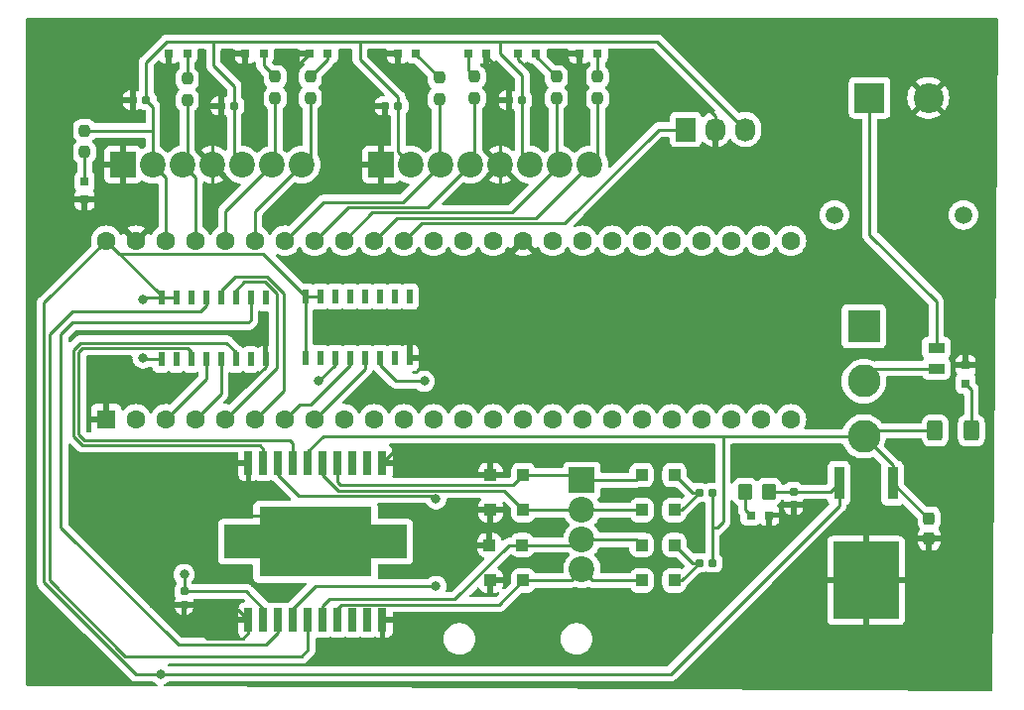
<source format=gbr>
%TF.GenerationSoftware,KiCad,Pcbnew,7.0.8*%
%TF.CreationDate,2024-02-12T15:09:03-05:00*%
%TF.ProjectId,wasabi(PCBlayout),77617361-6269-4285-9043-426c61796f75,rev?*%
%TF.SameCoordinates,Original*%
%TF.FileFunction,Copper,L1,Top*%
%TF.FilePolarity,Positive*%
%FSLAX46Y46*%
G04 Gerber Fmt 4.6, Leading zero omitted, Abs format (unit mm)*
G04 Created by KiCad (PCBNEW 7.0.8) date 2024-02-12 15:09:03*
%MOMM*%
%LPD*%
G01*
G04 APERTURE LIST*
G04 Aperture macros list*
%AMRoundRect*
0 Rectangle with rounded corners*
0 $1 Rounding radius*
0 $2 $3 $4 $5 $6 $7 $8 $9 X,Y pos of 4 corners*
0 Add a 4 corners polygon primitive as box body*
4,1,4,$2,$3,$4,$5,$6,$7,$8,$9,$2,$3,0*
0 Add four circle primitives for the rounded corners*
1,1,$1+$1,$2,$3*
1,1,$1+$1,$4,$5*
1,1,$1+$1,$6,$7*
1,1,$1+$1,$8,$9*
0 Add four rect primitives between the rounded corners*
20,1,$1+$1,$2,$3,$4,$5,0*
20,1,$1+$1,$4,$5,$6,$7,0*
20,1,$1+$1,$6,$7,$8,$9,0*
20,1,$1+$1,$8,$9,$2,$3,0*%
G04 Aperture macros list end*
%TA.AperFunction,ComponentPad*%
%ADD10R,1.600000X1.600000*%
%TD*%
%TA.AperFunction,ComponentPad*%
%ADD11C,1.600000*%
%TD*%
%TA.AperFunction,SMDPad,CuDef*%
%ADD12RoundRect,0.237500X-0.237500X0.250000X-0.237500X-0.250000X0.237500X-0.250000X0.237500X0.250000X0*%
%TD*%
%TA.AperFunction,SMDPad,CuDef*%
%ADD13R,1.397000X0.901700*%
%TD*%
%TA.AperFunction,SMDPad,CuDef*%
%ADD14RoundRect,0.250000X-0.350000X-0.450000X0.350000X-0.450000X0.350000X0.450000X-0.350000X0.450000X0*%
%TD*%
%TA.AperFunction,ComponentPad*%
%ADD15R,2.200000X2.200000*%
%TD*%
%TA.AperFunction,ComponentPad*%
%ADD16C,2.200000*%
%TD*%
%TA.AperFunction,SMDPad,CuDef*%
%ADD17R,0.711200X0.762000*%
%TD*%
%TA.AperFunction,SMDPad,CuDef*%
%ADD18RoundRect,0.250000X0.400000X0.625000X-0.400000X0.625000X-0.400000X-0.625000X0.400000X-0.625000X0*%
%TD*%
%TA.AperFunction,SMDPad,CuDef*%
%ADD19RoundRect,0.250000X0.300000X0.300000X-0.300000X0.300000X-0.300000X-0.300000X0.300000X-0.300000X0*%
%TD*%
%TA.AperFunction,SMDPad,CuDef*%
%ADD20R,0.762000X0.711200*%
%TD*%
%TA.AperFunction,SMDPad,CuDef*%
%ADD21RoundRect,0.237500X0.237500X-0.250000X0.237500X0.250000X-0.237500X0.250000X-0.237500X-0.250000X0*%
%TD*%
%TA.AperFunction,SMDPad,CuDef*%
%ADD22RoundRect,0.155000X-0.212500X-0.155000X0.212500X-0.155000X0.212500X0.155000X-0.212500X0.155000X0*%
%TD*%
%TA.AperFunction,SMDPad,CuDef*%
%ADD23R,0.700000X2.000000*%
%TD*%
%TA.AperFunction,SMDPad,CuDef*%
%ADD24R,9.600000X6.000000*%
%TD*%
%TA.AperFunction,SMDPad,CuDef*%
%ADD25R,3.050000X2.900000*%
%TD*%
%TA.AperFunction,ComponentPad*%
%ADD26R,1.730000X2.030000*%
%TD*%
%TA.AperFunction,ComponentPad*%
%ADD27O,1.730000X2.030000*%
%TD*%
%TA.AperFunction,SMDPad,CuDef*%
%ADD28R,0.939800X2.794000*%
%TD*%
%TA.AperFunction,SMDPad,CuDef*%
%ADD29R,5.613400X6.604000*%
%TD*%
%TA.AperFunction,SMDPad,CuDef*%
%ADD30RoundRect,0.155000X0.155000X-0.212500X0.155000X0.212500X-0.155000X0.212500X-0.155000X-0.212500X0*%
%TD*%
%TA.AperFunction,SMDPad,CuDef*%
%ADD31RoundRect,0.237500X-0.237500X0.300000X-0.237500X-0.300000X0.237500X-0.300000X0.237500X0.300000X0*%
%TD*%
%TA.AperFunction,SMDPad,CuDef*%
%ADD32R,0.482600X1.257300*%
%TD*%
%TA.AperFunction,ComponentPad*%
%ADD33R,2.794000X2.794000*%
%TD*%
%TA.AperFunction,ComponentPad*%
%ADD34C,2.794000*%
%TD*%
%TA.AperFunction,ComponentPad*%
%ADD35C,2.550000*%
%TD*%
%TA.AperFunction,ComponentPad*%
%ADD36R,2.550000X2.550000*%
%TD*%
%TA.AperFunction,ComponentPad*%
%ADD37C,1.508000*%
%TD*%
%TA.AperFunction,ViaPad*%
%ADD38C,0.800000*%
%TD*%
%TA.AperFunction,Conductor*%
%ADD39C,0.250000*%
%TD*%
G04 APERTURE END LIST*
D10*
%TO.P,U2,1,GND*%
%TO.N,GND*%
X134360000Y-78740000D03*
D11*
%TO.P,U2,2,0_RX1_CRX2_CS1*%
%TO.N,unconnected-(U2-0_RX1_CRX2_CS1-Pad2)*%
X136900000Y-78740000D03*
%TO.P,U2,3,1_TX1_CTX2_MISO1*%
%TO.N,Pin 1 (3.3v sig MD)*%
X139440000Y-78740000D03*
%TO.P,U2,4,2_OUT2*%
%TO.N,Pin 2 (3.3v sig MD)*%
X141980000Y-78740000D03*
%TO.P,U2,5,3_LRCLK2*%
%TO.N,Pin 3 (3.3v sig MD)*%
X144520000Y-78740000D03*
%TO.P,U2,6,4_BCLK2*%
%TO.N,Pin 4 (3.3v sig MD)*%
X147060000Y-78740000D03*
%TO.P,U2,7,5_IN2*%
%TO.N,Pin 5 (PWM for Speed 3.3v)*%
X149600000Y-78740000D03*
%TO.P,U2,8,6_OUT1D*%
%TO.N,Pin 6 (PWM for Speed 3.3v)*%
X152140000Y-78740000D03*
%TO.P,U2,9,7_RX2_OUT1A*%
%TO.N,unconnected-(U2-7_RX2_OUT1A-Pad9)*%
X154680000Y-78740000D03*
%TO.P,U2,10,8_TX2_IN1*%
%TO.N,unconnected-(U2-8_TX2_IN1-Pad10)*%
X157220000Y-78740000D03*
%TO.P,U2,11,9_OUT1C*%
%TO.N,unconnected-(U2-9_OUT1C-Pad11)*%
X159760000Y-78740000D03*
%TO.P,U2,12,10_CS_MQSR*%
%TO.N,unconnected-(U2-10_CS_MQSR-Pad12)*%
X162300000Y-78740000D03*
%TO.P,U2,13,11_MOSI_CTX1*%
%TO.N,unconnected-(U2-11_MOSI_CTX1-Pad13)*%
X164840000Y-78740000D03*
%TO.P,U2,14,12_MISO_MQSL*%
%TO.N,unconnected-(U2-12_MISO_MQSL-Pad14)*%
X167380000Y-78740000D03*
%TO.P,U2,15,3V3*%
%TO.N,+3.3V*%
X169920000Y-78740000D03*
%TO.P,U2,16,24_A10_TX6_SCL2*%
%TO.N,unconnected-(U2-24_A10_TX6_SCL2-Pad16)*%
X172460000Y-78740000D03*
%TO.P,U2,17,25_A11_RX6_SDA2*%
%TO.N,unconnected-(U2-25_A11_RX6_SDA2-Pad17)*%
X175000000Y-78740000D03*
%TO.P,U2,18,26_A12_MOSI1*%
%TO.N,unconnected-(U2-26_A12_MOSI1-Pad18)*%
X177540000Y-78740000D03*
%TO.P,U2,19,27_A13_SCK1*%
%TO.N,unconnected-(U2-27_A13_SCK1-Pad19)*%
X180080000Y-78740000D03*
%TO.P,U2,20,28_RX7*%
%TO.N,unconnected-(U2-28_RX7-Pad20)*%
X182620000Y-78740000D03*
%TO.P,U2,21,29_TX7*%
%TO.N,unconnected-(U2-29_TX7-Pad21)*%
X185160000Y-78740000D03*
%TO.P,U2,22,30_CRX3*%
%TO.N,unconnected-(U2-30_CRX3-Pad22)*%
X187700000Y-78740000D03*
%TO.P,U2,23,31_CTX3*%
%TO.N,unconnected-(U2-31_CTX3-Pad23)*%
X190240000Y-78740000D03*
%TO.P,U2,24,32_OUT1B*%
%TO.N,unconnected-(U2-32_OUT1B-Pad24)*%
X192780000Y-78740000D03*
%TO.P,U2,25,33_MCLK2*%
%TO.N,unconnected-(U2-33_MCLK2-Pad25)*%
X192780000Y-63500000D03*
%TO.P,U2,26,34_RX8*%
%TO.N,unconnected-(U2-34_RX8-Pad26)*%
X190240000Y-63500000D03*
%TO.P,U2,27,35_TX8*%
%TO.N,unconnected-(U2-35_TX8-Pad27)*%
X187700000Y-63500000D03*
%TO.P,U2,28,36_CS*%
%TO.N,unconnected-(U2-36_CS-Pad28)*%
X185160000Y-63500000D03*
%TO.P,U2,29,37_CS*%
%TO.N,unconnected-(U2-37_CS-Pad29)*%
X182620000Y-63500000D03*
%TO.P,U2,30,38_CS1_IN1*%
%TO.N,unconnected-(U2-38_CS1_IN1-Pad30)*%
X180080000Y-63500000D03*
%TO.P,U2,31,39_MISO1_OUT1A*%
%TO.N,unconnected-(U2-39_MISO1_OUT1A-Pad31)*%
X177540000Y-63500000D03*
%TO.P,U2,32,40_A16*%
%TO.N,unconnected-(U2-40_A16-Pad32)*%
X175000000Y-63500000D03*
%TO.P,U2,33,41_A17*%
%TO.N,unconnected-(U2-41_A17-Pad33)*%
X172460000Y-63500000D03*
%TO.P,U2,34,GND*%
%TO.N,GND*%
X169920000Y-63500000D03*
%TO.P,U2,35,13_SCK_LED*%
%TO.N,unconnected-(U2-13_SCK_LED-Pad35)*%
X167380000Y-63500000D03*
%TO.P,U2,36,14_A0_TX3_SPDIF_OUT*%
%TO.N,unconnected-(U2-14_A0_TX3_SPDIF_OUT-Pad36)*%
X164840000Y-63500000D03*
%TO.P,U2,37,15_A1_RX3_SPDIF_IN*%
%TO.N,unconnected-(U2-15_A1_RX3_SPDIF_IN-Pad37)*%
X162300000Y-63500000D03*
%TO.P,U2,38,16_A2_RX4_SCL1*%
%TO.N,Signal Start Module*%
X159760000Y-63500000D03*
%TO.P,U2,39,17_A3_TX4_SDA1*%
%TO.N,Signal IR 1 (3.3v)*%
X157220000Y-63500000D03*
%TO.P,U2,40,18_A4_SDA*%
%TO.N,Signal IR 2 (3.3v)*%
X154680000Y-63500000D03*
%TO.P,U2,41,19_A5_SCL*%
%TO.N,Signal IR 3 (3.3v)*%
X152140000Y-63500000D03*
%TO.P,U2,42,20_A6_TX5_LRCLK1*%
%TO.N,Signal IR 4 (3.3v)*%
X149600000Y-63500000D03*
%TO.P,U2,43,21_A7_RX5_BCLK1*%
%TO.N,Signal IR 5 (3.3v)*%
X147060000Y-63500000D03*
%TO.P,U2,44,22_A8_CTX1*%
%TO.N,Signal Line Sense 1 (3.3v)*%
X144520000Y-63500000D03*
%TO.P,U2,45,23_A9_CRX1_MCLK1*%
%TO.N,Signal Line Sense 2 (3.3v)*%
X141980000Y-63500000D03*
%TO.P,U2,46,3V3*%
%TO.N,+3.3V*%
X139440000Y-63500000D03*
%TO.P,U2,47,GND*%
%TO.N,GND*%
X136900000Y-63500000D03*
%TO.P,U2,48,VIN*%
%TO.N,+5V*%
X134360000Y-63500000D03*
%TD*%
D12*
%TO.P,R9,1*%
%TO.N,Net-(LED9-Pad2)*%
X176274700Y-49500000D03*
%TO.P,R9,2*%
%TO.N,Signal IR 1 (3.3v)*%
X176274700Y-51325000D03*
%TD*%
D13*
%TO.P,F1,1,1*%
%TO.N,7.4V Battery(Pre fuse)*%
X205182000Y-72637900D03*
%TO.P,F1,2,2*%
%TO.N,7.4V Battery(Pre Switch)*%
X205182000Y-74428600D03*
%TD*%
D14*
%TO.P,R8,1*%
%TO.N,Net-(LED8-Pad2)*%
X188896000Y-84933100D03*
%TO.P,R8,2*%
%TO.N,+5V*%
X190896000Y-84933100D03*
%TD*%
D15*
%TO.P,J4,1,Pin_1*%
%TO.N,GND*%
X135800000Y-57000000D03*
D16*
%TO.P,J4,2,Pin_2*%
%TO.N,+3.3V*%
X138340000Y-57000000D03*
%TO.P,J4,3,Pin_3*%
%TO.N,Signal Line Sense 2 (3.3v)*%
X140880000Y-57000000D03*
%TO.P,J4,4,Pin_4*%
%TO.N,GND*%
X143420000Y-57000000D03*
%TO.P,J4,5,Pin_5*%
%TO.N,+3.3V*%
X145960000Y-57000000D03*
%TO.P,J4,6,Pin_6*%
%TO.N,Signal Line Sense 1 (3.3v)*%
X148500000Y-57000000D03*
%TO.P,J4,7,Pin_7*%
%TO.N,Signal IR 5 (3.3v)*%
X151040000Y-57000000D03*
%TD*%
D17*
%TO.P,LED2,1*%
%TO.N,GND*%
X207682000Y-74137900D03*
%TO.P,LED2,2*%
%TO.N,Net-(LED2-Pad2)*%
X207682000Y-75687300D03*
%TD*%
D18*
%TO.P,R2,1*%
%TO.N,Net-(LED2-Pad2)*%
X208182000Y-79704800D03*
%TO.P,R2,2*%
%TO.N,7.4V Battery*%
X205082000Y-79704800D03*
%TD*%
D19*
%TO.P,D1,1,K*%
%TO.N,Net-(D1-K)*%
X182850000Y-83500000D03*
%TO.P,D1,2,A*%
%TO.N,OUT 1*%
X180050000Y-83500000D03*
%TD*%
%TO.P,D3,1,K*%
%TO.N,Net-(D3-K)*%
X182850000Y-89500000D03*
%TO.P,D3,2,A*%
%TO.N,OUT 3*%
X180050000Y-89500000D03*
%TD*%
D20*
%TO.P,LED7,1*%
%TO.N,GND*%
X151725300Y-47500000D03*
%TO.P,LED7,2*%
%TO.N,Net-(LED7-Pad2)*%
X153274700Y-47500000D03*
%TD*%
%TO.P,LED5,1*%
%TO.N,GND*%
X139725300Y-47500000D03*
%TO.P,LED5,2*%
%TO.N,Net-(LED5-Pad2)*%
X141274700Y-47500000D03*
%TD*%
D12*
%TO.P,R5,1*%
%TO.N,Net-(LED5-Pad2)*%
X141274700Y-49675000D03*
%TO.P,R5,2*%
%TO.N,Signal Line Sense 2 (3.3v)*%
X141274700Y-51500000D03*
%TD*%
D20*
%TO.P,LED6,1*%
%TO.N,GND*%
X166774700Y-47500000D03*
%TO.P,LED6,2*%
%TO.N,Net-(LED6-Pad2)*%
X165225300Y-47500000D03*
%TD*%
D21*
%TO.P,R1,1*%
%TO.N,Net-(LED1-Pad2)*%
X132500000Y-55912500D03*
%TO.P,R1,2*%
%TO.N,+3.3V*%
X132500000Y-54087500D03*
%TD*%
D22*
%TO.P,C1,1*%
%TO.N,Net-(D1-K)*%
X184950000Y-85000000D03*
%TO.P,C1,2*%
%TO.N,7.4V Battery*%
X186085000Y-85000000D03*
%TD*%
D20*
%TO.P,LED3,1*%
%TO.N,GND*%
X159225300Y-47500000D03*
%TO.P,LED3,2*%
%TO.N,Net-(LED3-Pad2)*%
X160774700Y-47500000D03*
%TD*%
D17*
%TO.P,LED1,1*%
%TO.N,GND*%
X132500000Y-60000000D03*
%TO.P,LED1,2*%
%TO.N,Net-(LED1-Pad2)*%
X132500000Y-58450600D03*
%TD*%
D15*
%TO.P,J1,1,Pin_1*%
%TO.N,OUT 1*%
X174950000Y-83960000D03*
D16*
%TO.P,J1,2,Pin_2*%
%TO.N,OUT 2*%
X174950000Y-86500000D03*
%TO.P,J1,3,Pin_3*%
%TO.N,OUT 3*%
X174950000Y-89040000D03*
%TO.P,J1,4,Pin_4*%
%TO.N,OUT 4*%
X174950000Y-91580000D03*
%TD*%
D23*
%TO.P,IC1,1,GND_1*%
%TO.N,GND*%
X157930000Y-82500000D03*
%TO.P,IC1,2,SENSE_A*%
%TO.N,unconnected-(IC1-SENSE_A-Pad2)*%
X156660000Y-82500000D03*
%TO.P,IC1,3,N.C._1*%
%TO.N,unconnected-(IC1-N.C._1-Pad3)*%
X155390000Y-82500000D03*
%TO.P,IC1,4,OUT1*%
%TO.N,OUT 1*%
X154120000Y-82500000D03*
%TO.P,IC1,5,OUT2*%
%TO.N,OUT 2*%
X152850000Y-82500000D03*
%TO.P,IC1,6,VS*%
%TO.N,7.4V Battery*%
X151580000Y-82500000D03*
%TO.P,IC1,7,INPUT1*%
%TO.N,Pin 1 (5v to MD)*%
X150310000Y-82500000D03*
%TO.P,IC1,8,ENABLE_A*%
%TO.N,Pin 5 (PWM for Speed 5v)*%
X149040000Y-82500000D03*
%TO.P,IC1,9,INPUT_2*%
%TO.N,Pin 2 (5v to MD)*%
X147770000Y-82500000D03*
%TO.P,IC1,10,GND_2*%
%TO.N,GND*%
X146500000Y-82500000D03*
%TO.P,IC1,11,GND_3*%
X146500000Y-95900000D03*
%TO.P,IC1,12,VSS*%
%TO.N,+5V*%
X147770000Y-95900000D03*
%TO.P,IC1,13,INPUT_3*%
%TO.N,Pin 3 (5v to MD)*%
X149040000Y-95900000D03*
%TO.P,IC1,14,ENABLE_B*%
%TO.N,Pin 6 (PWM for Speed 5v)*%
X150310000Y-95900000D03*
%TO.P,IC1,15,INPUT_4*%
%TO.N,Pin 4 (5v to MD)*%
X151580000Y-95900000D03*
%TO.P,IC1,16,OUT_3*%
%TO.N,OUT 3*%
X152850000Y-95900000D03*
%TO.P,IC1,17,OUT_4*%
%TO.N,OUT 4*%
X154120000Y-95900000D03*
%TO.P,IC1,18,N.C._2*%
%TO.N,unconnected-(IC1-N.C._2-Pad18)*%
X155390000Y-95900000D03*
%TO.P,IC1,19,SENSE_B*%
%TO.N,unconnected-(IC1-SENSE_B-Pad19)*%
X156660000Y-95900000D03*
%TO.P,IC1,20,GND_4*%
%TO.N,GND*%
X157930000Y-95900000D03*
D24*
%TO.P,IC1,21,EP*%
X152215000Y-89200000D03*
D25*
%TO.P,IC1,22*%
%TO.N,N/C*%
X158515000Y-89200000D03*
%TO.P,IC1,23*%
X145915000Y-89200000D03*
%TD*%
D22*
%TO.P,C7,1*%
%TO.N,GND*%
X168707200Y-51500000D03*
%TO.P,C7,2*%
%TO.N,+3.3V*%
X169842200Y-51500000D03*
%TD*%
%TO.P,C6,1*%
%TO.N,GND*%
X158139700Y-52000000D03*
%TO.P,C6,2*%
%TO.N,+3.3V*%
X159274700Y-52000000D03*
%TD*%
%TO.P,C3,1*%
%TO.N,GND*%
X136639700Y-51500000D03*
%TO.P,C3,2*%
%TO.N,+3.3V*%
X137774700Y-51500000D03*
%TD*%
D20*
%TO.P,LED8,1*%
%TO.N,GND*%
X190896000Y-86933100D03*
%TO.P,LED8,2*%
%TO.N,Net-(LED8-Pad2)*%
X189346600Y-86933100D03*
%TD*%
D26*
%TO.P,J2,1,Pin_1*%
%TO.N,Signal Start Module*%
X183800000Y-54000000D03*
D27*
%TO.P,J2,2,Pin_2*%
%TO.N,GND*%
X186340000Y-54000000D03*
%TO.P,J2,3,Pin_3*%
%TO.N,+3.3V*%
X188880000Y-54000000D03*
%TD*%
D28*
%TO.P,U5,1,INPUT*%
%TO.N,7.4V Battery*%
X201468000Y-84199000D03*
%TO.P,U5,2,OUTPUT*%
%TO.N,+5V*%
X196896000Y-84199000D03*
D29*
%TO.P,U5,3,GND*%
%TO.N,GND*%
X199182000Y-92504800D03*
%TD*%
D30*
%TO.P,C9,1*%
%TO.N,GND*%
X141000000Y-94567500D03*
%TO.P,C9,2*%
%TO.N,+5V*%
X141000000Y-93432500D03*
%TD*%
D12*
%TO.P,R6,1*%
%TO.N,Net-(LED6-Pad2)*%
X165774700Y-49500000D03*
%TO.P,R6,2*%
%TO.N,Signal IR 3 (3.3v)*%
X165774700Y-51325000D03*
%TD*%
%TO.P,R10,1*%
%TO.N,Net-(LED10-Pad2)*%
X148774700Y-49500000D03*
%TO.P,R10,2*%
%TO.N,Signal Line Sense 1 (3.3v)*%
X148774700Y-51325000D03*
%TD*%
%TO.P,R7,1*%
%TO.N,Net-(LED7-Pad2)*%
X151774700Y-49500000D03*
%TO.P,R7,2*%
%TO.N,Signal IR 5 (3.3v)*%
X151774700Y-51325000D03*
%TD*%
%TO.P,R4,1*%
%TO.N,Net-(LED4-Pad2)*%
X172774700Y-49500000D03*
%TO.P,R4,2*%
%TO.N,Signal IR 2 (3.3v)*%
X172774700Y-51325000D03*
%TD*%
D19*
%TO.P,D2,1,K*%
%TO.N,Net-(D1-K)*%
X182850000Y-86500000D03*
%TO.P,D2,2,A*%
%TO.N,OUT 2*%
X180050000Y-86500000D03*
%TD*%
%TO.P,D5,1,K*%
%TO.N,OUT 1*%
X169950000Y-83500000D03*
%TO.P,D5,2,A*%
%TO.N,GND*%
X167150000Y-83500000D03*
%TD*%
D31*
%TO.P,C5,1*%
%TO.N,7.4V Battery*%
X204578000Y-87208500D03*
%TO.P,C5,2*%
%TO.N,GND*%
X204578000Y-88933500D03*
%TD*%
D32*
%TO.P,U1,1,VDD({B)*%
%TO.N,+5V*%
X139055000Y-73622550D03*
%TO.P,U1,2,\u002AB0*%
%TO.N,unconnected-(U1-\u002AB0-Pad2)*%
X140325000Y-73622550D03*
%TO.P,U1,3,B0*%
%TO.N,Pin 1 (5v to MD)*%
X141595000Y-73622550D03*
%TO.P,U1,4,A0*%
%TO.N,Pin 1 (3.3v sig MD)*%
X142865000Y-73622550D03*
%TO.P,U1,5,A1*%
%TO.N,Pin 2 (3.3v sig MD)*%
X144135000Y-73622550D03*
%TO.P,U1,6,B1*%
%TO.N,Pin 2 (5v to MD)*%
X145405000Y-73622550D03*
%TO.P,U1,7,\u002AB1*%
%TO.N,unconnected-(U1-\u002AB1-Pad7)*%
X146675000Y-73622550D03*
%TO.P,U1,8,VSS*%
%TO.N,GND*%
X147945000Y-73622550D03*
%TO.P,U1,9,\u002AB2*%
%TO.N,unconnected-(U1-\u002AB2-Pad9)*%
X147945000Y-68377450D03*
%TO.P,U1,10,B2*%
%TO.N,Pin 3 (5v to MD)*%
X146675000Y-68377450D03*
%TO.P,U1,11,A2*%
%TO.N,Pin 3 (3.3v sig MD)*%
X145405000Y-68377450D03*
%TO.P,U1,12,A3*%
%TO.N,Pin 4 (3.3v sig MD)*%
X144135000Y-68377450D03*
%TO.P,U1,13,B3*%
%TO.N,Pin 4 (5v to MD)*%
X142865000Y-68377450D03*
%TO.P,U1,14,\u002AB3*%
%TO.N,unconnected-(U1-\u002AB3-Pad14)*%
X141595000Y-68377450D03*
%TO.P,U1,15,OE*%
%TO.N,+5V*%
X140325000Y-68377450D03*
%TO.P,U1,16,VDD(A)*%
X139055000Y-68377450D03*
%TD*%
D30*
%TO.P,C8,1*%
%TO.N,GND*%
X193000000Y-86067500D03*
%TO.P,C8,2*%
%TO.N,+5V*%
X193000000Y-84932500D03*
%TD*%
D22*
%TO.P,C4,1*%
%TO.N,GND*%
X144139700Y-52000000D03*
%TO.P,C4,2*%
%TO.N,+3.3V*%
X145274700Y-52000000D03*
%TD*%
D19*
%TO.P,D8,1,K*%
%TO.N,OUT 4*%
X169950000Y-92500000D03*
%TO.P,D8,2,A*%
%TO.N,GND*%
X167150000Y-92500000D03*
%TD*%
%TO.P,D7,1,K*%
%TO.N,OUT 3*%
X169850000Y-89500000D03*
%TO.P,D7,2,A*%
%TO.N,GND*%
X167050000Y-89500000D03*
%TD*%
D15*
%TO.P,J5,1,Pin_1*%
%TO.N,GND*%
X157800000Y-57000000D03*
D16*
%TO.P,J5,2,Pin_2*%
%TO.N,+3.3V*%
X160340000Y-57000000D03*
%TO.P,J5,3,Pin_3*%
%TO.N,Signal IR 4 (3.3v)*%
X162880000Y-57000000D03*
%TO.P,J5,4,Pin_4*%
%TO.N,Signal IR 3 (3.3v)*%
X165420000Y-57000000D03*
%TO.P,J5,5,Pin_5*%
%TO.N,GND*%
X167960000Y-57000000D03*
%TO.P,J5,6,Pin_6*%
%TO.N,+3.3V*%
X170500000Y-57000000D03*
%TO.P,J5,7,Pin_7*%
%TO.N,Signal IR 2 (3.3v)*%
X173040000Y-57000000D03*
%TO.P,J5,8,Pin_8*%
%TO.N,Signal IR 1 (3.3v)*%
X175580000Y-57000000D03*
%TD*%
D32*
%TO.P,U3,16,VDD(A)*%
%TO.N,+5V*%
X151380000Y-68254900D03*
%TO.P,U3,15,OE*%
X152650000Y-68254900D03*
%TO.P,U3,14,\u002AB3*%
%TO.N,unconnected-(U3-\u002AB3-Pad14)*%
X153920000Y-68254900D03*
%TO.P,U3,13,B3*%
%TO.N,unconnected-(U3-B3-Pad13)*%
X155190000Y-68254900D03*
%TO.P,U3,12,A3*%
%TO.N,unconnected-(U3-A3-Pad12)*%
X156460000Y-68254900D03*
%TO.P,U3,11,A2*%
%TO.N,unconnected-(U3-A2-Pad11)*%
X157730000Y-68254900D03*
%TO.P,U3,10,B2*%
%TO.N,unconnected-(U3-B2-Pad10)*%
X159000000Y-68254900D03*
%TO.P,U3,9,\u002AB2*%
%TO.N,unconnected-(U3-\u002AB2-Pad9)*%
X160270000Y-68254900D03*
%TO.P,U3,8,VSS*%
%TO.N,GND*%
X160270000Y-73500000D03*
%TO.P,U3,7,\u002AB1*%
%TO.N,unconnected-(U3-\u002AB1-Pad7)*%
X159000000Y-73500000D03*
%TO.P,U3,6,B1*%
%TO.N,Pin 6 (PWM for Speed 5v)*%
X157730000Y-73500000D03*
%TO.P,U3,5,A1*%
%TO.N,Pin 6 (PWM for Speed 3.3v)*%
X156460000Y-73500000D03*
%TO.P,U3,4,A0*%
%TO.N,Pin 5 (PWM for Speed 3.3v)*%
X155190000Y-73500000D03*
%TO.P,U3,3,B0*%
%TO.N,Pin 5 (PWM for Speed 5v)*%
X153920000Y-73500000D03*
%TO.P,U3,2,\u002AB0*%
%TO.N,unconnected-(U3-\u002AB0-Pad2)*%
X152650000Y-73500000D03*
%TO.P,U3,1,VDD({B)*%
%TO.N,+5V*%
X151380000Y-73500000D03*
%TD*%
D20*
%TO.P,LED10,1*%
%TO.N,GND*%
X146225300Y-47500000D03*
%TO.P,LED10,2*%
%TO.N,Net-(LED10-Pad2)*%
X147774700Y-47500000D03*
%TD*%
%TO.P,LED4,1*%
%TO.N,GND*%
X169500000Y-47500000D03*
%TO.P,LED4,2*%
%TO.N,Net-(LED4-Pad2)*%
X171049400Y-47500000D03*
%TD*%
%TO.P,LED9,1*%
%TO.N,GND*%
X174725300Y-47500000D03*
%TO.P,LED9,2*%
%TO.N,Net-(LED9-Pad2)*%
X176274700Y-47500000D03*
%TD*%
D19*
%TO.P,D6,1,K*%
%TO.N,OUT 2*%
X169950000Y-86500000D03*
%TO.P,D6,2,A*%
%TO.N,GND*%
X167150000Y-86500000D03*
%TD*%
%TO.P,D4,1,K*%
%TO.N,Net-(D3-K)*%
X182850000Y-92500000D03*
%TO.P,D4,2,A*%
%TO.N,OUT 4*%
X180050000Y-92500000D03*
%TD*%
D12*
%TO.P,R3,1*%
%TO.N,Net-(LED3-Pad2)*%
X162774700Y-49587500D03*
%TO.P,R3,2*%
%TO.N,Signal IR 4 (3.3v)*%
X162774700Y-51412500D03*
%TD*%
D22*
%TO.P,C2,1*%
%TO.N,Net-(D3-K)*%
X184950000Y-91000000D03*
%TO.P,C2,2*%
%TO.N,7.4V Battery*%
X186085000Y-91000000D03*
%TD*%
D33*
%TO.P,U4,1,1*%
%TO.N,unconnected-(U4-Pad1)*%
X199000000Y-70801000D03*
D34*
%TO.P,U4,2,2*%
%TO.N,7.4V Battery(Pre Switch)*%
X199000000Y-75500000D03*
%TO.P,U4,3,3*%
%TO.N,7.4V Battery*%
X199000000Y-80199000D03*
%TD*%
D35*
%TO.P,J3,N,N*%
%TO.N,GND*%
X204500000Y-51294250D03*
D36*
%TO.P,J3,P,P*%
%TO.N,7.4V Battery(Pre fuse)*%
X199500000Y-51294250D03*
D37*
%TO.P,J3,S1*%
%TO.N,N/C*%
X207500000Y-61294250D03*
%TO.P,J3,S2*%
X196500000Y-61294250D03*
%TD*%
D38*
%TO.N,GND*%
X171000000Y-91000000D03*
X145500000Y-76000000D03*
X164500000Y-88500000D03*
X139500000Y-50500000D03*
X142500000Y-53000000D03*
X147000000Y-52000000D03*
X150500000Y-53000000D03*
X142500000Y-96500000D03*
%TO.N,Pin 6 (PWM for Speed 5v)*%
X161500000Y-75500000D03*
%TO.N,Pin 5 (PWM for Speed 5v)*%
X152500000Y-75500000D03*
%TO.N,GND*%
X165500000Y-82000000D03*
X171000000Y-49500000D03*
X174500000Y-51000000D03*
X167500000Y-50000000D03*
X160500000Y-50500000D03*
X155000000Y-52000000D03*
X181500000Y-97000000D03*
X138500000Y-85500000D03*
%TO.N,+5V*%
X139000000Y-100500000D03*
X141000000Y-92000000D03*
%TO.N,Pin 6 (PWM for Speed 5v)*%
X162500000Y-93000000D03*
%TO.N,Pin 5 (PWM for Speed 5v)*%
X162500000Y-85549500D03*
%TO.N,+5V*%
X137500000Y-68500000D03*
X137500000Y-73500000D03*
%TD*%
D39*
%TO.N,GND*%
X152215000Y-89200000D02*
X150015000Y-87000000D01*
X150015000Y-87000000D02*
X140000000Y-87000000D01*
X140000000Y-87000000D02*
X138500000Y-85500000D01*
X145500000Y-76000000D02*
X146196200Y-76000000D01*
X147945000Y-74251200D02*
X147945000Y-73622550D01*
X146196200Y-76000000D02*
X147945000Y-74251200D01*
X159225300Y-47500000D02*
X159225300Y-49225300D01*
X159225300Y-49225300D02*
X160500000Y-50500000D01*
X151725300Y-47500000D02*
X150500000Y-48725300D01*
X150500000Y-48725300D02*
X150500000Y-53000000D01*
X146225300Y-47500000D02*
X146225300Y-51225300D01*
X146225300Y-51225300D02*
X147000000Y-52000000D01*
X139725300Y-47500000D02*
X139725300Y-50274700D01*
X139725300Y-50274700D02*
X139500000Y-50500000D01*
X163000000Y-81500000D02*
X158930000Y-81500000D01*
X165500000Y-82000000D02*
X163500000Y-82000000D01*
X163500000Y-82000000D02*
X163000000Y-81500000D01*
X158930000Y-81500000D02*
X157930000Y-82500000D01*
X167960000Y-53540000D02*
X168000000Y-53500000D01*
X167960000Y-57000000D02*
X167960000Y-53540000D01*
X167960000Y-59460000D02*
X168000000Y-59500000D01*
X167960000Y-59460000D02*
X167960000Y-57000000D01*
X166774700Y-47774700D02*
X167500000Y-48500000D01*
X166774700Y-47500000D02*
X166774700Y-47774700D01*
X167500000Y-48500000D02*
X167500000Y-50000000D01*
X143420000Y-59920000D02*
X143500000Y-60000000D01*
X143420000Y-57000000D02*
X143420000Y-59920000D01*
X143420000Y-54080000D02*
X143500000Y-54000000D01*
X143420000Y-57000000D02*
X143420000Y-54500000D01*
X145600000Y-95000000D02*
X142500000Y-95000000D01*
X146500000Y-95900000D02*
X145600000Y-95000000D01*
X186340000Y-52840000D02*
X184500000Y-51000000D01*
X186340000Y-54000000D02*
X186340000Y-52840000D01*
X186340000Y-56840000D02*
X186500000Y-57000000D01*
X186340000Y-54000000D02*
X186340000Y-56840000D01*
X146000000Y-97500000D02*
X143000000Y-97500000D01*
X143000000Y-97500000D02*
X142500000Y-97000000D01*
X142500000Y-97000000D02*
X142500000Y-96500000D01*
X146500000Y-95900000D02*
X146500000Y-97000000D01*
X146500000Y-97000000D02*
X146000000Y-97500000D01*
%TO.N,Pin 3 (5v to MD)*%
X146675000Y-68377450D02*
X146675000Y-70325000D01*
X146675000Y-70325000D02*
X146500000Y-70500000D01*
X131500000Y-70500000D02*
X130500000Y-71500000D01*
X130500000Y-71500000D02*
X130500000Y-88000000D01*
X140500000Y-98000000D02*
X148000000Y-98000000D01*
X146500000Y-70500000D02*
X131500000Y-70500000D01*
X148000000Y-98000000D02*
X149040000Y-96960000D01*
X130500000Y-88000000D02*
X140500000Y-98000000D01*
X149040000Y-96960000D02*
X149040000Y-95900000D01*
%TO.N,Pin 6 (PWM for Speed 5v)*%
X159101350Y-75500000D02*
X161500000Y-75500000D01*
X157730000Y-74128650D02*
X159101350Y-75500000D01*
X157730000Y-73500000D02*
X157730000Y-74128650D01*
%TO.N,Pin 5 (PWM for Speed 5v)*%
X153920000Y-74080000D02*
X152500000Y-75500000D01*
X153920000Y-73500000D02*
X153920000Y-74080000D01*
X149040000Y-82500000D02*
X149040000Y-83540000D01*
X149040000Y-83540000D02*
X150775000Y-85275000D01*
X162225500Y-85275000D02*
X162500000Y-85549500D01*
X150775000Y-85275000D02*
X162225500Y-85275000D01*
%TO.N,GND*%
X171000000Y-49500000D02*
X169500000Y-48000000D01*
X169500000Y-48000000D02*
X169500000Y-47500000D01*
%TO.N,+3.3V*%
X138340000Y-57000000D02*
X138340000Y-54000000D01*
X138252500Y-54087500D02*
X138340000Y-54000000D01*
X138340000Y-54000000D02*
X138340000Y-52065300D01*
X132500000Y-54087500D02*
X138252500Y-54087500D01*
%TO.N,Net-(LED1-Pad2)*%
X132500000Y-58450600D02*
X132500000Y-55912500D01*
%TO.N,+5V*%
X136863604Y-100500000D02*
X139000000Y-100500000D01*
X139000000Y-100500000D02*
X182500000Y-100500000D01*
X141000000Y-93432500D02*
X141000000Y-92000000D01*
X134360000Y-63500000D02*
X129050000Y-68810000D01*
X129050000Y-68810000D02*
X129050000Y-92686396D01*
X182500000Y-100500000D02*
X196896000Y-86104000D01*
X129050000Y-92686396D02*
X136863604Y-100500000D01*
X196896000Y-86104000D02*
X196896000Y-84199000D01*
%TO.N,Pin 6 (PWM for Speed 5v)*%
X152210000Y-93000000D02*
X162500000Y-93000000D01*
X150310000Y-94900000D02*
X152210000Y-93000000D01*
X150310000Y-95900000D02*
X150310000Y-94900000D01*
%TO.N,Pin 5 (PWM for Speed 5v)*%
X154000000Y-73420000D02*
X153920000Y-73500000D01*
%TO.N,Pin 4 (5v to MD)*%
X142865000Y-68377450D02*
X142865000Y-69006100D01*
X151000000Y-99000000D02*
X151580000Y-98420000D01*
X142865000Y-69006100D02*
X142371100Y-69500000D01*
X131500000Y-69500000D02*
X129500000Y-71500000D01*
X142371100Y-69500000D02*
X131500000Y-69500000D01*
X129500000Y-71500000D02*
X129500000Y-92500000D01*
X129500000Y-92500000D02*
X136000000Y-99000000D01*
X136000000Y-99000000D02*
X151000000Y-99000000D01*
X151580000Y-98420000D02*
X151580000Y-95900000D01*
%TO.N,Pin 2 (5v to MD)*%
X147770000Y-82500000D02*
X147770000Y-81270000D01*
X132313604Y-80950000D02*
X131550000Y-80186396D01*
X147770000Y-81270000D02*
X147450000Y-80950000D01*
X147450000Y-80950000D02*
X132313604Y-80950000D01*
X131550000Y-72813604D02*
X132144704Y-72218900D01*
X131550000Y-80186396D02*
X131550000Y-72813604D01*
X132144704Y-72218900D02*
X144630000Y-72218900D01*
X144630000Y-72218900D02*
X145405000Y-72993900D01*
X145405000Y-72993900D02*
X145405000Y-73622550D01*
%TO.N,Pin 1 (5v to MD)*%
X132500000Y-80500000D02*
X150000000Y-80500000D01*
X150000000Y-80500000D02*
X150310000Y-80810000D01*
X132000000Y-80000000D02*
X132500000Y-80500000D01*
X150310000Y-80810000D02*
X150310000Y-82500000D01*
X141595000Y-72993900D02*
X141270000Y-72668900D01*
X132331100Y-72668900D02*
X132000000Y-73000000D01*
X141595000Y-73622550D02*
X141595000Y-72993900D01*
X132000000Y-73000000D02*
X132000000Y-80000000D01*
X141270000Y-72668900D02*
X132331100Y-72668900D01*
%TO.N,+5V*%
X147770000Y-95900000D02*
X147770000Y-94900000D01*
X147770000Y-94900000D02*
X146302500Y-93432500D01*
X146302500Y-93432500D02*
X141000000Y-93432500D01*
%TO.N,+3.3V*%
X145274700Y-50274700D02*
X143500000Y-48500000D01*
X143500000Y-46500000D02*
X156000000Y-46500000D01*
X143500000Y-48500000D02*
X143500000Y-46500000D01*
X145274700Y-52000000D02*
X145274700Y-50274700D01*
X139529080Y-46500000D02*
X143500000Y-46500000D01*
X159274700Y-51274700D02*
X156000000Y-48000000D01*
X156000000Y-46500000D02*
X169500000Y-46500000D01*
X156000000Y-48000000D02*
X156000000Y-46500000D01*
X159274700Y-52000000D02*
X159274700Y-51274700D01*
X181380000Y-46500000D02*
X169500000Y-46500000D01*
X137774700Y-51500000D02*
X137774700Y-48254380D01*
X169500000Y-46500000D02*
X168000000Y-46500000D01*
X137774700Y-48254380D02*
X139529080Y-46500000D01*
X168000000Y-46500000D02*
X168000000Y-47500000D01*
X188880000Y-54000000D02*
X181380000Y-46500000D01*
X168000000Y-47500000D02*
X169842200Y-49342200D01*
X169842200Y-49342200D02*
X169842200Y-51500000D01*
%TO.N,7.4V Battery*%
X152881000Y-80199000D02*
X187000000Y-80199000D01*
X187000000Y-80199000D02*
X199000000Y-80199000D01*
X187000000Y-87500000D02*
X187000000Y-80199000D01*
X186085000Y-88000000D02*
X186500000Y-88000000D01*
X186500000Y-88000000D02*
X187000000Y-87500000D01*
X151580000Y-82500000D02*
X151580000Y-81500000D01*
X151580000Y-81500000D02*
X152881000Y-80199000D01*
%TO.N,OUT 3*%
X169850000Y-89500000D02*
X168736826Y-89500000D01*
X164111826Y-94125000D02*
X153375000Y-94125000D01*
X152850000Y-94650000D02*
X152850000Y-95900000D01*
X168736826Y-89500000D02*
X164111826Y-94125000D01*
X153375000Y-94125000D02*
X152850000Y-94650000D01*
%TO.N,OUT 4*%
X169950000Y-92500000D02*
X167875000Y-94575000D01*
X154120000Y-94900000D02*
X154120000Y-95900000D01*
X167875000Y-94575000D02*
X154445000Y-94575000D01*
X154445000Y-94575000D02*
X154120000Y-94900000D01*
%TO.N,OUT 2*%
X169950000Y-86500000D02*
X168275000Y-84825000D01*
X168275000Y-84825000D02*
X154188604Y-84825000D01*
X154188604Y-84825000D02*
X152850000Y-83486396D01*
X152850000Y-83486396D02*
X152850000Y-82500000D01*
%TO.N,OUT 1*%
X169950000Y-83500000D02*
X169075000Y-84375000D01*
X169075000Y-84375000D02*
X154375000Y-84375000D01*
X154375000Y-84375000D02*
X154120000Y-84120000D01*
X154120000Y-84120000D02*
X154120000Y-82500000D01*
%TO.N,7.4V Battery*%
X186085000Y-88000000D02*
X186085000Y-85000000D01*
X186085000Y-91000000D02*
X186085000Y-88000000D01*
%TO.N,Net-(LED8-Pad2)*%
X188896000Y-84933100D02*
X188896000Y-86482500D01*
X188896000Y-86482500D02*
X189346600Y-86933100D01*
%TO.N,+5V*%
X193000000Y-84932500D02*
X190896600Y-84932500D01*
X190896600Y-84932500D02*
X190896000Y-84933100D01*
X196896000Y-84199000D02*
X196162500Y-84932500D01*
X196162500Y-84932500D02*
X193000000Y-84932500D01*
%TO.N,Net-(LED2-Pad2)*%
X208182000Y-79704800D02*
X208182000Y-76187300D01*
X208182000Y-76187300D02*
X207682000Y-75687300D01*
%TO.N,7.4V Battery*%
X205082000Y-79704800D02*
X199494200Y-79704800D01*
X199494200Y-79704800D02*
X199000000Y-80199000D01*
X201468000Y-84199000D02*
X204477500Y-87208500D01*
X204477500Y-87208500D02*
X204578000Y-87208500D01*
X199000000Y-80199000D02*
X201468000Y-82667000D01*
X201468000Y-82667000D02*
X201468000Y-84199000D01*
%TO.N,7.4V Battery(Pre Switch)*%
X205182000Y-74428600D02*
X200071400Y-74428600D01*
X200071400Y-74428600D02*
X199000000Y-75500000D01*
%TO.N,7.4V Battery(Pre fuse)*%
X199500000Y-51294250D02*
X199500000Y-63000000D01*
X205182000Y-68682000D02*
X205182000Y-72637900D01*
X199500000Y-63000000D02*
X205182000Y-68682000D01*
%TO.N,Signal IR 4 (3.3v)*%
X162880000Y-57000000D02*
X159680000Y-60200000D01*
X159680000Y-60200000D02*
X152900000Y-60200000D01*
X152900000Y-60200000D02*
X149600000Y-63500000D01*
%TO.N,Signal IR 3 (3.3v)*%
X165420000Y-57000000D02*
X161770000Y-60650000D01*
X161770000Y-60650000D02*
X154990000Y-60650000D01*
X154990000Y-60650000D02*
X152140000Y-63500000D01*
%TO.N,Signal IR 2 (3.3v)*%
X173040000Y-57000000D02*
X168940000Y-61100000D01*
X168940000Y-61100000D02*
X157080000Y-61100000D01*
X157080000Y-61100000D02*
X154680000Y-63500000D01*
%TO.N,Signal IR 1 (3.3v)*%
X175580000Y-57000000D02*
X171030000Y-61550000D01*
X171030000Y-61550000D02*
X159170000Y-61550000D01*
X159170000Y-61550000D02*
X157220000Y-63500000D01*
%TO.N,Signal Start Module*%
X181500000Y-54000000D02*
X173500000Y-62000000D01*
X183800000Y-54000000D02*
X181500000Y-54000000D01*
X173500000Y-62000000D02*
X161260000Y-62000000D01*
X161260000Y-62000000D02*
X159760000Y-63500000D01*
%TO.N,Signal IR 5 (3.3v)*%
X151040000Y-57000000D02*
X147060000Y-60980000D01*
X147060000Y-60980000D02*
X147060000Y-63500000D01*
%TO.N,Signal Line Sense 1 (3.3v)*%
X148500000Y-57000000D02*
X144520000Y-60980000D01*
X144520000Y-60980000D02*
X144520000Y-63500000D01*
%TO.N,Signal Line Sense 2 (3.3v)*%
X140880000Y-57000000D02*
X141980000Y-58100000D01*
X141980000Y-58100000D02*
X141980000Y-63500000D01*
%TO.N,+3.3V*%
X138340000Y-57000000D02*
X139440000Y-58100000D01*
X139440000Y-58100000D02*
X139440000Y-63500000D01*
%TO.N,Signal IR 1 (3.3v)*%
X176274700Y-51325000D02*
X176274700Y-56305300D01*
X176274700Y-56305300D02*
X175580000Y-57000000D01*
%TO.N,Net-(LED9-Pad2)*%
X176274700Y-47500000D02*
X176274700Y-49500000D01*
%TO.N,Signal IR 2 (3.3v)*%
X172774700Y-51325000D02*
X172774700Y-56734700D01*
X172774700Y-56734700D02*
X173040000Y-57000000D01*
%TO.N,Net-(LED4-Pad2)*%
X171049400Y-47500000D02*
X171049400Y-47774700D01*
X171049400Y-47774700D02*
X172774700Y-49500000D01*
%TO.N,+3.3V*%
X169842200Y-51500000D02*
X169842200Y-56342200D01*
X169842200Y-56342200D02*
X170500000Y-57000000D01*
%TO.N,Signal IR 3 (3.3v)*%
X165774700Y-51325000D02*
X165774700Y-56645300D01*
X165774700Y-56645300D02*
X165420000Y-57000000D01*
%TO.N,Net-(LED6-Pad2)*%
X165225300Y-47500000D02*
X165225300Y-48950600D01*
X165225300Y-48950600D02*
X165774700Y-49500000D01*
%TO.N,Signal IR 4 (3.3v)*%
X162774700Y-51412500D02*
X162774700Y-56894700D01*
X162774700Y-56894700D02*
X162880000Y-57000000D01*
%TO.N,Net-(LED3-Pad2)*%
X160774700Y-47500000D02*
X160774700Y-47587500D01*
X160774700Y-47587500D02*
X162774700Y-49587500D01*
%TO.N,+3.3V*%
X160340000Y-57000000D02*
X159274700Y-55934700D01*
X159274700Y-55934700D02*
X159274700Y-52000000D01*
%TO.N,Net-(LED7-Pad2)*%
X151774700Y-49500000D02*
X153274700Y-48000000D01*
X153274700Y-48000000D02*
X153274700Y-47500000D01*
%TO.N,Signal IR 5 (3.3v)*%
X151774700Y-51325000D02*
X151774700Y-56265300D01*
X151774700Y-56265300D02*
X151040000Y-57000000D01*
%TO.N,Signal Line Sense 1 (3.3v)*%
X148774700Y-51325000D02*
X148774700Y-56725300D01*
X148774700Y-56725300D02*
X148500000Y-57000000D01*
%TO.N,Net-(LED10-Pad2)*%
X147774700Y-47500000D02*
X147774700Y-48500000D01*
X147774700Y-48500000D02*
X148774700Y-49500000D01*
%TO.N,+3.3V*%
X145274700Y-52000000D02*
X145274700Y-56314700D01*
X145274700Y-56314700D02*
X145960000Y-57000000D01*
%TO.N,Signal Line Sense 2 (3.3v)*%
X141274700Y-51500000D02*
X141274700Y-56605300D01*
X141274700Y-56605300D02*
X140880000Y-57000000D01*
%TO.N,Net-(LED5-Pad2)*%
X141274700Y-47500000D02*
X141274700Y-49675000D01*
%TO.N,+3.3V*%
X138340000Y-52065300D02*
X137774700Y-51500000D01*
%TO.N,Net-(D1-K)*%
X182850000Y-86500000D02*
X183450000Y-86500000D01*
X184350000Y-85000000D02*
X182850000Y-83500000D01*
X184950000Y-85000000D02*
X184350000Y-85000000D01*
X183450000Y-86500000D02*
X184950000Y-85000000D01*
%TO.N,OUT 1*%
X174950000Y-83960000D02*
X179590000Y-83960000D01*
X169950000Y-83500000D02*
X174490000Y-83500000D01*
X179590000Y-83960000D02*
X180050000Y-83500000D01*
X174490000Y-83500000D02*
X174950000Y-83960000D01*
%TO.N,OUT 2*%
X169950000Y-86500000D02*
X174950000Y-86500000D01*
X174950000Y-86500000D02*
X180050000Y-86500000D01*
%TO.N,Net-(D3-K)*%
X184950000Y-91000000D02*
X184350000Y-91000000D01*
X183450000Y-92500000D02*
X184950000Y-91000000D01*
X182850000Y-92500000D02*
X183450000Y-92500000D01*
X184350000Y-91000000D02*
X182850000Y-89500000D01*
%TO.N,OUT 3*%
X169850000Y-89500000D02*
X174490000Y-89500000D01*
X174950000Y-89040000D02*
X179590000Y-89040000D01*
X179590000Y-89040000D02*
X180050000Y-89500000D01*
X174490000Y-89500000D02*
X174950000Y-89040000D01*
%TO.N,OUT 4*%
X174950000Y-91580000D02*
X175870000Y-92500000D01*
X169950000Y-92500000D02*
X174030000Y-92500000D01*
X175870000Y-92500000D02*
X180050000Y-92500000D01*
X174030000Y-92500000D02*
X174950000Y-91580000D01*
%TO.N,GND*%
X167150000Y-89600000D02*
X167050000Y-89500000D01*
X167050000Y-86600000D02*
X167150000Y-86500000D01*
%TO.N,7.4V Battery*%
X201682000Y-83985000D02*
X201468000Y-84199000D01*
%TO.N,+5V*%
X140325000Y-68377450D02*
X139055000Y-68377450D01*
X147750100Y-64625000D02*
X135485000Y-64625000D01*
X151380000Y-68254900D02*
X147750100Y-64625000D01*
X135485000Y-64625000D02*
X134360000Y-63500000D01*
X139055000Y-73622550D02*
X137622550Y-73622550D01*
X139055000Y-68195000D02*
X139055000Y-68377450D01*
X151380000Y-68254900D02*
X151380000Y-73500000D01*
X137622550Y-73622550D02*
X137500000Y-73500000D01*
X151380000Y-68254900D02*
X152650000Y-68254900D01*
X134360000Y-63500000D02*
X139055000Y-68195000D01*
X139055000Y-68377450D02*
X137622550Y-68377450D01*
X137622550Y-68377450D02*
X137500000Y-68500000D01*
%TO.N,Pin 1 (3.3v sig MD)*%
X142865000Y-75315000D02*
X142865000Y-73622550D01*
X139440000Y-78740000D02*
X142865000Y-75315000D01*
%TO.N,Pin 2 (3.3v sig MD)*%
X144135000Y-76585000D02*
X144135000Y-73622550D01*
X141980000Y-78740000D02*
X144135000Y-76585000D01*
%TO.N,Pin 3 (3.3v sig MD)*%
X145405000Y-67748800D02*
X146153800Y-67000000D01*
X147897120Y-67000000D02*
X148878061Y-67980941D01*
X148878061Y-67980941D02*
X148878061Y-74381939D01*
X145405000Y-68377450D02*
X145405000Y-67748800D01*
X148878061Y-74381939D02*
X144520000Y-78740000D01*
X146153800Y-67000000D02*
X147897120Y-67000000D01*
%TO.N,Pin 4 (3.3v sig MD)*%
X148083516Y-66550000D02*
X149500000Y-67966484D01*
X145333800Y-66550000D02*
X148083516Y-66550000D01*
X144135000Y-67748800D02*
X145333800Y-66550000D01*
X144135000Y-68377450D02*
X144135000Y-67748800D01*
X149500000Y-67966484D02*
X149500000Y-76300000D01*
X149500000Y-76300000D02*
X147060000Y-78740000D01*
%TO.N,Pin 5 (PWM for Speed 3.3v)*%
X151818650Y-77500000D02*
X150840000Y-77500000D01*
X150840000Y-77500000D02*
X149600000Y-78740000D01*
X155190000Y-73500000D02*
X155190000Y-74128650D01*
X155190000Y-74128650D02*
X151818650Y-77500000D01*
%TO.N,Pin 6 (PWM for Speed 3.3v)*%
X156460000Y-73500000D02*
X156460000Y-74420000D01*
X156460000Y-74420000D02*
X152140000Y-78740000D01*
%TD*%
%TA.AperFunction,Conductor*%
%TO.N,GND*%
G36*
X210441452Y-44520185D02*
G01*
X210487207Y-44572989D01*
X210498408Y-44625578D01*
X210000579Y-101875827D01*
X209980313Y-101942693D01*
X209927113Y-101987987D01*
X209875832Y-101998747D01*
X139389820Y-101571558D01*
X139322902Y-101551467D01*
X139277468Y-101498387D01*
X139267943Y-101429169D01*
X139297353Y-101365791D01*
X139340132Y-101334283D01*
X139452730Y-101284151D01*
X139605871Y-101172888D01*
X139608788Y-101169647D01*
X139611600Y-101166526D01*
X139671087Y-101129879D01*
X139703748Y-101125500D01*
X182417257Y-101125500D01*
X182432877Y-101127224D01*
X182432904Y-101126939D01*
X182440660Y-101127671D01*
X182440667Y-101127673D01*
X182509814Y-101125500D01*
X182539350Y-101125500D01*
X182546228Y-101124630D01*
X182552041Y-101124172D01*
X182598627Y-101122709D01*
X182617869Y-101117117D01*
X182636912Y-101113174D01*
X182656792Y-101110664D01*
X182700122Y-101093507D01*
X182705646Y-101091617D01*
X182709396Y-101090527D01*
X182750390Y-101078618D01*
X182767629Y-101068422D01*
X182785103Y-101059862D01*
X182803727Y-101052488D01*
X182803727Y-101052487D01*
X182803732Y-101052486D01*
X182841449Y-101025082D01*
X182846305Y-101021892D01*
X182886420Y-100998170D01*
X182900589Y-100983999D01*
X182915379Y-100971368D01*
X182931587Y-100959594D01*
X182961299Y-100923676D01*
X182965212Y-100919376D01*
X191129789Y-92754800D01*
X195875300Y-92754800D01*
X195875300Y-95854644D01*
X195881701Y-95914172D01*
X195881703Y-95914179D01*
X195931945Y-96048886D01*
X195931949Y-96048893D01*
X196018109Y-96163987D01*
X196018112Y-96163990D01*
X196133206Y-96250150D01*
X196133213Y-96250154D01*
X196267920Y-96300396D01*
X196267927Y-96300398D01*
X196327455Y-96306799D01*
X196327472Y-96306800D01*
X198932000Y-96306800D01*
X198932000Y-92754800D01*
X199432000Y-92754800D01*
X199432000Y-96306800D01*
X202036528Y-96306800D01*
X202036544Y-96306799D01*
X202096072Y-96300398D01*
X202096079Y-96300396D01*
X202230786Y-96250154D01*
X202230793Y-96250150D01*
X202345887Y-96163990D01*
X202345890Y-96163987D01*
X202432050Y-96048893D01*
X202432054Y-96048886D01*
X202482296Y-95914179D01*
X202482298Y-95914172D01*
X202488699Y-95854644D01*
X202488700Y-95854627D01*
X202488700Y-92754800D01*
X199432000Y-92754800D01*
X198932000Y-92754800D01*
X195875300Y-92754800D01*
X191129789Y-92754800D01*
X191629789Y-92254800D01*
X195875300Y-92254800D01*
X198932000Y-92254800D01*
X198932000Y-88702800D01*
X199432000Y-88702800D01*
X199432000Y-92254800D01*
X202488700Y-92254800D01*
X202488700Y-89183500D01*
X203603001Y-89183500D01*
X203603001Y-89282654D01*
X203613319Y-89383652D01*
X203667546Y-89547300D01*
X203667551Y-89547311D01*
X203758052Y-89694034D01*
X203758055Y-89694038D01*
X203879961Y-89815944D01*
X203879965Y-89815947D01*
X204026688Y-89906448D01*
X204026699Y-89906453D01*
X204190347Y-89960680D01*
X204291352Y-89970999D01*
X204328000Y-89970999D01*
X204328000Y-89183500D01*
X204828000Y-89183500D01*
X204828000Y-89970999D01*
X204864640Y-89970999D01*
X204864654Y-89970998D01*
X204965652Y-89960680D01*
X205129300Y-89906453D01*
X205129311Y-89906448D01*
X205276034Y-89815947D01*
X205276038Y-89815944D01*
X205397944Y-89694038D01*
X205397947Y-89694034D01*
X205488448Y-89547311D01*
X205488453Y-89547300D01*
X205542680Y-89383652D01*
X205552999Y-89282654D01*
X205553000Y-89282641D01*
X205553000Y-89183500D01*
X204828000Y-89183500D01*
X204328000Y-89183500D01*
X203603001Y-89183500D01*
X202488700Y-89183500D01*
X202488700Y-89154972D01*
X202488699Y-89154955D01*
X202482298Y-89095427D01*
X202482296Y-89095420D01*
X202432054Y-88960713D01*
X202432050Y-88960706D01*
X202345890Y-88845612D01*
X202345887Y-88845609D01*
X202230793Y-88759449D01*
X202230786Y-88759445D01*
X202096079Y-88709203D01*
X202096072Y-88709201D01*
X202036544Y-88702800D01*
X199432000Y-88702800D01*
X198932000Y-88702800D01*
X196327455Y-88702800D01*
X196267927Y-88709201D01*
X196267920Y-88709203D01*
X196133213Y-88759445D01*
X196133206Y-88759449D01*
X196018112Y-88845609D01*
X196018109Y-88845612D01*
X195931949Y-88960706D01*
X195931945Y-88960713D01*
X195881703Y-89095420D01*
X195881701Y-89095427D01*
X195875300Y-89154955D01*
X195875300Y-92254800D01*
X191629789Y-92254800D01*
X197279788Y-86604801D01*
X197292042Y-86594986D01*
X197291859Y-86594764D01*
X197297866Y-86589792D01*
X197297877Y-86589786D01*
X197342566Y-86542197D01*
X197345227Y-86539364D01*
X197355671Y-86528918D01*
X197366120Y-86518471D01*
X197370379Y-86512978D01*
X197374152Y-86508561D01*
X197406062Y-86474582D01*
X197415713Y-86457024D01*
X197426396Y-86440761D01*
X197438673Y-86424936D01*
X197457185Y-86382153D01*
X197459738Y-86376941D01*
X197482197Y-86336092D01*
X197487180Y-86316680D01*
X197493481Y-86298280D01*
X197501437Y-86279896D01*
X197508729Y-86233852D01*
X197509906Y-86228171D01*
X197521500Y-86183019D01*
X197521500Y-86162983D01*
X197523023Y-86143607D01*
X197523823Y-86138552D01*
X197553745Y-86075419D01*
X197602971Y-86041757D01*
X197608231Y-86039796D01*
X197723446Y-85953546D01*
X197809696Y-85838331D01*
X197859991Y-85703483D01*
X197866400Y-85643873D01*
X197866399Y-82754128D01*
X197859991Y-82694517D01*
X197859990Y-82694515D01*
X197809697Y-82559671D01*
X197809693Y-82559664D01*
X197723447Y-82444455D01*
X197723444Y-82444452D01*
X197608235Y-82358206D01*
X197608228Y-82358202D01*
X197473382Y-82307908D01*
X197473383Y-82307908D01*
X197413783Y-82301501D01*
X197413781Y-82301500D01*
X197413773Y-82301500D01*
X197413764Y-82301500D01*
X196378229Y-82301500D01*
X196378223Y-82301501D01*
X196318616Y-82307908D01*
X196183771Y-82358202D01*
X196183764Y-82358206D01*
X196068555Y-82444452D01*
X196068552Y-82444455D01*
X195982306Y-82559664D01*
X195982302Y-82559671D01*
X195932008Y-82694517D01*
X195925773Y-82752516D01*
X195925601Y-82754123D01*
X195925600Y-82754135D01*
X195925600Y-84183000D01*
X195905915Y-84250039D01*
X195853111Y-84295794D01*
X195801600Y-84307000D01*
X193720379Y-84307000D01*
X193653340Y-84287315D01*
X193632702Y-84270685D01*
X193559954Y-84197937D01*
X193559953Y-84197936D01*
X193559950Y-84197934D01*
X193417398Y-84113629D01*
X193417395Y-84113628D01*
X193258362Y-84067424D01*
X193258356Y-84067423D01*
X193221205Y-84064500D01*
X193221203Y-84064500D01*
X192778798Y-84064501D01*
X192741645Y-84067423D01*
X192582599Y-84113630D01*
X192440049Y-84197934D01*
X192440044Y-84197938D01*
X192419589Y-84218394D01*
X192367300Y-84270682D01*
X192305980Y-84304166D01*
X192279621Y-84307000D01*
X192067818Y-84307000D01*
X192000779Y-84287315D01*
X191955024Y-84234511D01*
X191950112Y-84222004D01*
X191947696Y-84214714D01*
X191930814Y-84163766D01*
X191838712Y-84014444D01*
X191714656Y-83890388D01*
X191565334Y-83798286D01*
X191398797Y-83743101D01*
X191398795Y-83743100D01*
X191296010Y-83732600D01*
X190495998Y-83732600D01*
X190495980Y-83732601D01*
X190393203Y-83743100D01*
X190393200Y-83743101D01*
X190226668Y-83798285D01*
X190226663Y-83798287D01*
X190077342Y-83890389D01*
X189983681Y-83984051D01*
X189922358Y-84017536D01*
X189852666Y-84012552D01*
X189808319Y-83984051D01*
X189714657Y-83890389D01*
X189714656Y-83890388D01*
X189565334Y-83798286D01*
X189398797Y-83743101D01*
X189398795Y-83743100D01*
X189296010Y-83732600D01*
X188495998Y-83732600D01*
X188495980Y-83732601D01*
X188393203Y-83743100D01*
X188393200Y-83743101D01*
X188226668Y-83798285D01*
X188226663Y-83798287D01*
X188077342Y-83890389D01*
X187953289Y-84014442D01*
X187945335Y-84027338D01*
X187863214Y-84160479D01*
X187857395Y-84169913D01*
X187855944Y-84169018D01*
X187815706Y-84214714D01*
X187748512Y-84233864D01*
X187681631Y-84213646D01*
X187636299Y-84160479D01*
X187625500Y-84109868D01*
X187625500Y-80948500D01*
X187645185Y-80881461D01*
X187697989Y-80835706D01*
X187749500Y-80824500D01*
X197122015Y-80824500D01*
X197189054Y-80844185D01*
X197234809Y-80896989D01*
X197238197Y-80905166D01*
X197269564Y-80989263D01*
X197269564Y-80989264D01*
X197399640Y-81227480D01*
X197399645Y-81227488D01*
X197562295Y-81444764D01*
X197562311Y-81444782D01*
X197754217Y-81636688D01*
X197754235Y-81636704D01*
X197971511Y-81799354D01*
X197971519Y-81799359D01*
X198209730Y-81929433D01*
X198209734Y-81929435D01*
X198209736Y-81929436D01*
X198464047Y-82024289D01*
X198464050Y-82024289D01*
X198464051Y-82024290D01*
X198729262Y-82081983D01*
X198729264Y-82081983D01*
X198729268Y-82081984D01*
X198969856Y-82099191D01*
X198999999Y-82101347D01*
X199000000Y-82101347D01*
X199000001Y-82101347D01*
X199027123Y-82099407D01*
X199270732Y-82081984D01*
X199535953Y-82024289D01*
X199756083Y-81942184D01*
X199825772Y-81937201D01*
X199887095Y-81970686D01*
X200476704Y-82560295D01*
X200510189Y-82621618D01*
X200505520Y-82686900D01*
X200505793Y-82686965D01*
X200505396Y-82688643D01*
X200505206Y-82691306D01*
X200504009Y-82694515D01*
X200504008Y-82694516D01*
X200497773Y-82752516D01*
X200497601Y-82754123D01*
X200497600Y-82754135D01*
X200497600Y-85643870D01*
X200497601Y-85643876D01*
X200504008Y-85703483D01*
X200554302Y-85838328D01*
X200554306Y-85838335D01*
X200640552Y-85953544D01*
X200640555Y-85953547D01*
X200755764Y-86039793D01*
X200755771Y-86039797D01*
X200890617Y-86090091D01*
X200890616Y-86090091D01*
X200897544Y-86090835D01*
X200950227Y-86096500D01*
X201985772Y-86096499D01*
X202045383Y-86090091D01*
X202180231Y-86039796D01*
X202233743Y-85999736D01*
X202299203Y-85975320D01*
X202367477Y-85990171D01*
X202395733Y-86011323D01*
X203566181Y-87181771D01*
X203599666Y-87243094D01*
X203602500Y-87269452D01*
X203602500Y-87557668D01*
X203602501Y-87557687D01*
X203612825Y-87658752D01*
X203637128Y-87732091D01*
X203666568Y-87820936D01*
X203667092Y-87822515D01*
X203667093Y-87822518D01*
X203692858Y-87864290D01*
X203757659Y-87969349D01*
X203757661Y-87969351D01*
X203771982Y-87983672D01*
X203805467Y-88044995D01*
X203800483Y-88114687D01*
X203771985Y-88159032D01*
X203758052Y-88172965D01*
X203667551Y-88319688D01*
X203667546Y-88319699D01*
X203613319Y-88483347D01*
X203603000Y-88584345D01*
X203603000Y-88683500D01*
X205552999Y-88683500D01*
X205552999Y-88584360D01*
X205552998Y-88584345D01*
X205542680Y-88483347D01*
X205488453Y-88319699D01*
X205488448Y-88319688D01*
X205397947Y-88172965D01*
X205397944Y-88172961D01*
X205384017Y-88159034D01*
X205350532Y-88097711D01*
X205355516Y-88028019D01*
X205384017Y-87983672D01*
X205398340Y-87969350D01*
X205488908Y-87822516D01*
X205543174Y-87658753D01*
X205553500Y-87557677D01*
X205553499Y-86859324D01*
X205552548Y-86850019D01*
X205543174Y-86758247D01*
X205519945Y-86688147D01*
X205488908Y-86594484D01*
X205398340Y-86447650D01*
X205276350Y-86325660D01*
X205129516Y-86235092D01*
X204965753Y-86180826D01*
X204965751Y-86180825D01*
X204864684Y-86170500D01*
X204864677Y-86170500D01*
X204375453Y-86170500D01*
X204308414Y-86150815D01*
X204287772Y-86134181D01*
X202474718Y-84321127D01*
X202441233Y-84259804D01*
X202438399Y-84233446D01*
X202438399Y-82754129D01*
X202438398Y-82754123D01*
X202438397Y-82754116D01*
X202431991Y-82694517D01*
X202431990Y-82694515D01*
X202381697Y-82559671D01*
X202381693Y-82559664D01*
X202295447Y-82444455D01*
X202295444Y-82444452D01*
X202180235Y-82358206D01*
X202180228Y-82358202D01*
X202045383Y-82307908D01*
X202030739Y-82306334D01*
X201966188Y-82279594D01*
X201956317Y-82270726D01*
X201952006Y-82266415D01*
X201939368Y-82251619D01*
X201938192Y-82250000D01*
X201927594Y-82235413D01*
X201891688Y-82205709D01*
X201887376Y-82201786D01*
X200771686Y-81086095D01*
X200738201Y-81024772D01*
X200743184Y-80955083D01*
X200825289Y-80734953D01*
X200882984Y-80469732D01*
X200884720Y-80445454D01*
X200909136Y-80379991D01*
X200965069Y-80338119D01*
X201008404Y-80330300D01*
X203814465Y-80330300D01*
X203881504Y-80349985D01*
X203927259Y-80402789D01*
X203937823Y-80441698D01*
X203942001Y-80482597D01*
X203942001Y-80482599D01*
X203997185Y-80649131D01*
X203997187Y-80649136D01*
X203999699Y-80653208D01*
X204089288Y-80798456D01*
X204213344Y-80922512D01*
X204362666Y-81014614D01*
X204529203Y-81069799D01*
X204631991Y-81080300D01*
X205532008Y-81080299D01*
X205532016Y-81080298D01*
X205532019Y-81080298D01*
X205588302Y-81074548D01*
X205634797Y-81069799D01*
X205801334Y-81014614D01*
X205950656Y-80922512D01*
X206074712Y-80798456D01*
X206166814Y-80649134D01*
X206221999Y-80482597D01*
X206232500Y-80379809D01*
X206232499Y-79029792D01*
X206232480Y-79029610D01*
X206221999Y-78927003D01*
X206221998Y-78927000D01*
X206221638Y-78925915D01*
X206166814Y-78760466D01*
X206074712Y-78611144D01*
X205950656Y-78487088D01*
X205857888Y-78429869D01*
X205801336Y-78394987D01*
X205801331Y-78394985D01*
X205777671Y-78387145D01*
X205634797Y-78339801D01*
X205634795Y-78339800D01*
X205532010Y-78329300D01*
X204631998Y-78329300D01*
X204631980Y-78329301D01*
X204529203Y-78339800D01*
X204529200Y-78339801D01*
X204362668Y-78394985D01*
X204362663Y-78394987D01*
X204213342Y-78487089D01*
X204089289Y-78611142D01*
X203997187Y-78760463D01*
X203997185Y-78760468D01*
X203969349Y-78844470D01*
X203962216Y-78866000D01*
X203942001Y-78927004D01*
X203942000Y-78927005D01*
X203941384Y-78933039D01*
X203937947Y-78966692D01*
X203937823Y-78967902D01*
X203911427Y-79032593D01*
X203854247Y-79072745D01*
X203814465Y-79079300D01*
X200594144Y-79079300D01*
X200527105Y-79059615D01*
X200494877Y-79029610D01*
X200437704Y-78953235D01*
X200437688Y-78953217D01*
X200245782Y-78761311D01*
X200245764Y-78761295D01*
X200028488Y-78598645D01*
X200028480Y-78598640D01*
X199790269Y-78468566D01*
X199790265Y-78468564D01*
X199535948Y-78373709D01*
X199270737Y-78316016D01*
X199000001Y-78296653D01*
X198999999Y-78296653D01*
X198729262Y-78316016D01*
X198464051Y-78373709D01*
X198209734Y-78468564D01*
X198209730Y-78468566D01*
X197971519Y-78598640D01*
X197971511Y-78598645D01*
X197754235Y-78761295D01*
X197754217Y-78761311D01*
X197562311Y-78953217D01*
X197562295Y-78953235D01*
X197399645Y-79170511D01*
X197399640Y-79170519D01*
X197269564Y-79408735D01*
X197269564Y-79408736D01*
X197238197Y-79492834D01*
X197196325Y-79548768D01*
X197130860Y-79573184D01*
X197122015Y-79573500D01*
X194020917Y-79573500D01*
X193953878Y-79553815D01*
X193908123Y-79501011D01*
X193898179Y-79431853D01*
X193908535Y-79397095D01*
X193937618Y-79334725D01*
X194006739Y-79186496D01*
X194065635Y-78966692D01*
X194085468Y-78740000D01*
X194065635Y-78513308D01*
X194006739Y-78293504D01*
X193910568Y-78087266D01*
X193780047Y-77900861D01*
X193780045Y-77900858D01*
X193619141Y-77739954D01*
X193432734Y-77609432D01*
X193432732Y-77609431D01*
X193226497Y-77513261D01*
X193226488Y-77513258D01*
X193006697Y-77454366D01*
X193006693Y-77454365D01*
X193006692Y-77454365D01*
X193006691Y-77454364D01*
X193006686Y-77454364D01*
X192780002Y-77434532D01*
X192779998Y-77434532D01*
X192553313Y-77454364D01*
X192553302Y-77454366D01*
X192333511Y-77513258D01*
X192333502Y-77513261D01*
X192127267Y-77609431D01*
X192127265Y-77609432D01*
X191940858Y-77739954D01*
X191779954Y-77900858D01*
X191649432Y-78087265D01*
X191649431Y-78087267D01*
X191622382Y-78145275D01*
X191576209Y-78197714D01*
X191509016Y-78216866D01*
X191442135Y-78196650D01*
X191397618Y-78145275D01*
X191370568Y-78087267D01*
X191370567Y-78087265D01*
X191240045Y-77900858D01*
X191079141Y-77739954D01*
X190892734Y-77609432D01*
X190892732Y-77609431D01*
X190686497Y-77513261D01*
X190686488Y-77513258D01*
X190466697Y-77454366D01*
X190466693Y-77454365D01*
X190466692Y-77454365D01*
X190466691Y-77454364D01*
X190466686Y-77454364D01*
X190240002Y-77434532D01*
X190239998Y-77434532D01*
X190013313Y-77454364D01*
X190013302Y-77454366D01*
X189793511Y-77513258D01*
X189793502Y-77513261D01*
X189587267Y-77609431D01*
X189587265Y-77609432D01*
X189400858Y-77739954D01*
X189239954Y-77900858D01*
X189109432Y-78087265D01*
X189109431Y-78087267D01*
X189082382Y-78145275D01*
X189036209Y-78197714D01*
X188969016Y-78216866D01*
X188902135Y-78196650D01*
X188857618Y-78145275D01*
X188830568Y-78087267D01*
X188830567Y-78087265D01*
X188700045Y-77900858D01*
X188539141Y-77739954D01*
X188352734Y-77609432D01*
X188352732Y-77609431D01*
X188146497Y-77513261D01*
X188146488Y-77513258D01*
X187926697Y-77454366D01*
X187926693Y-77454365D01*
X187926692Y-77454365D01*
X187926691Y-77454364D01*
X187926686Y-77454364D01*
X187700002Y-77434532D01*
X187699998Y-77434532D01*
X187473313Y-77454364D01*
X187473302Y-77454366D01*
X187253511Y-77513258D01*
X187253502Y-77513261D01*
X187047267Y-77609431D01*
X187047265Y-77609432D01*
X186860858Y-77739954D01*
X186699954Y-77900858D01*
X186569432Y-78087265D01*
X186569431Y-78087267D01*
X186542382Y-78145275D01*
X186496209Y-78197714D01*
X186429016Y-78216866D01*
X186362135Y-78196650D01*
X186317618Y-78145275D01*
X186290568Y-78087267D01*
X186290567Y-78087265D01*
X186160045Y-77900858D01*
X185999141Y-77739954D01*
X185812734Y-77609432D01*
X185812732Y-77609431D01*
X185606497Y-77513261D01*
X185606488Y-77513258D01*
X185386697Y-77454366D01*
X185386693Y-77454365D01*
X185386692Y-77454365D01*
X185386691Y-77454364D01*
X185386686Y-77454364D01*
X185160002Y-77434532D01*
X185159998Y-77434532D01*
X184933313Y-77454364D01*
X184933302Y-77454366D01*
X184713511Y-77513258D01*
X184713502Y-77513261D01*
X184507267Y-77609431D01*
X184507265Y-77609432D01*
X184320858Y-77739954D01*
X184159954Y-77900858D01*
X184029432Y-78087265D01*
X184029431Y-78087267D01*
X184002382Y-78145275D01*
X183956209Y-78197714D01*
X183889016Y-78216866D01*
X183822135Y-78196650D01*
X183777618Y-78145275D01*
X183750568Y-78087267D01*
X183750567Y-78087265D01*
X183620045Y-77900858D01*
X183459141Y-77739954D01*
X183272734Y-77609432D01*
X183272732Y-77609431D01*
X183066497Y-77513261D01*
X183066488Y-77513258D01*
X182846697Y-77454366D01*
X182846693Y-77454365D01*
X182846692Y-77454365D01*
X182846691Y-77454364D01*
X182846686Y-77454364D01*
X182620002Y-77434532D01*
X182619998Y-77434532D01*
X182393313Y-77454364D01*
X182393302Y-77454366D01*
X182173511Y-77513258D01*
X182173502Y-77513261D01*
X181967267Y-77609431D01*
X181967265Y-77609432D01*
X181780858Y-77739954D01*
X181619954Y-77900858D01*
X181489432Y-78087265D01*
X181489431Y-78087267D01*
X181462382Y-78145275D01*
X181416209Y-78197714D01*
X181349016Y-78216866D01*
X181282135Y-78196650D01*
X181237618Y-78145275D01*
X181210568Y-78087267D01*
X181210567Y-78087265D01*
X181080045Y-77900858D01*
X180919141Y-77739954D01*
X180732734Y-77609432D01*
X180732732Y-77609431D01*
X180526497Y-77513261D01*
X180526488Y-77513258D01*
X180306697Y-77454366D01*
X180306693Y-77454365D01*
X180306692Y-77454365D01*
X180306691Y-77454364D01*
X180306686Y-77454364D01*
X180080002Y-77434532D01*
X180079998Y-77434532D01*
X179853313Y-77454364D01*
X179853302Y-77454366D01*
X179633511Y-77513258D01*
X179633502Y-77513261D01*
X179427267Y-77609431D01*
X179427265Y-77609432D01*
X179240858Y-77739954D01*
X179079954Y-77900858D01*
X178949432Y-78087265D01*
X178949431Y-78087267D01*
X178922382Y-78145275D01*
X178876209Y-78197714D01*
X178809016Y-78216866D01*
X178742135Y-78196650D01*
X178697618Y-78145275D01*
X178670568Y-78087267D01*
X178670567Y-78087265D01*
X178540045Y-77900858D01*
X178379141Y-77739954D01*
X178192734Y-77609432D01*
X178192732Y-77609431D01*
X177986497Y-77513261D01*
X177986488Y-77513258D01*
X177766697Y-77454366D01*
X177766693Y-77454365D01*
X177766692Y-77454365D01*
X177766691Y-77454364D01*
X177766686Y-77454364D01*
X177540002Y-77434532D01*
X177539998Y-77434532D01*
X177313313Y-77454364D01*
X177313302Y-77454366D01*
X177093511Y-77513258D01*
X177093502Y-77513261D01*
X176887267Y-77609431D01*
X176887265Y-77609432D01*
X176700858Y-77739954D01*
X176539954Y-77900858D01*
X176409432Y-78087265D01*
X176409431Y-78087267D01*
X176382382Y-78145275D01*
X176336209Y-78197714D01*
X176269016Y-78216866D01*
X176202135Y-78196650D01*
X176157618Y-78145275D01*
X176130568Y-78087267D01*
X176130567Y-78087265D01*
X176000045Y-77900858D01*
X175839141Y-77739954D01*
X175652734Y-77609432D01*
X175652732Y-77609431D01*
X175446497Y-77513261D01*
X175446488Y-77513258D01*
X175226697Y-77454366D01*
X175226693Y-77454365D01*
X175226692Y-77454365D01*
X175226691Y-77454364D01*
X175226686Y-77454364D01*
X175000002Y-77434532D01*
X174999998Y-77434532D01*
X174773313Y-77454364D01*
X174773302Y-77454366D01*
X174553511Y-77513258D01*
X174553502Y-77513261D01*
X174347267Y-77609431D01*
X174347265Y-77609432D01*
X174160858Y-77739954D01*
X173999954Y-77900858D01*
X173869432Y-78087265D01*
X173869431Y-78087267D01*
X173842382Y-78145275D01*
X173796209Y-78197714D01*
X173729016Y-78216866D01*
X173662135Y-78196650D01*
X173617618Y-78145275D01*
X173590568Y-78087267D01*
X173590567Y-78087265D01*
X173460045Y-77900858D01*
X173299141Y-77739954D01*
X173112734Y-77609432D01*
X173112732Y-77609431D01*
X172906497Y-77513261D01*
X172906488Y-77513258D01*
X172686697Y-77454366D01*
X172686693Y-77454365D01*
X172686692Y-77454365D01*
X172686691Y-77454364D01*
X172686686Y-77454364D01*
X172460002Y-77434532D01*
X172459998Y-77434532D01*
X172233313Y-77454364D01*
X172233302Y-77454366D01*
X172013511Y-77513258D01*
X172013502Y-77513261D01*
X171807267Y-77609431D01*
X171807265Y-77609432D01*
X171620858Y-77739954D01*
X171459954Y-77900858D01*
X171329432Y-78087265D01*
X171329431Y-78087267D01*
X171302382Y-78145275D01*
X171256209Y-78197714D01*
X171189016Y-78216866D01*
X171122135Y-78196650D01*
X171077618Y-78145275D01*
X171050568Y-78087267D01*
X171050567Y-78087265D01*
X170920045Y-77900858D01*
X170759141Y-77739954D01*
X170572734Y-77609432D01*
X170572732Y-77609431D01*
X170366497Y-77513261D01*
X170366488Y-77513258D01*
X170146697Y-77454366D01*
X170146693Y-77454365D01*
X170146692Y-77454365D01*
X170146691Y-77454364D01*
X170146686Y-77454364D01*
X169920002Y-77434532D01*
X169919998Y-77434532D01*
X169693313Y-77454364D01*
X169693302Y-77454366D01*
X169473511Y-77513258D01*
X169473502Y-77513261D01*
X169267267Y-77609431D01*
X169267265Y-77609432D01*
X169080858Y-77739954D01*
X168919954Y-77900858D01*
X168789432Y-78087265D01*
X168789431Y-78087267D01*
X168762382Y-78145275D01*
X168716209Y-78197714D01*
X168649016Y-78216866D01*
X168582135Y-78196650D01*
X168537618Y-78145275D01*
X168510568Y-78087267D01*
X168510567Y-78087265D01*
X168380045Y-77900858D01*
X168219141Y-77739954D01*
X168032734Y-77609432D01*
X168032732Y-77609431D01*
X167826497Y-77513261D01*
X167826488Y-77513258D01*
X167606697Y-77454366D01*
X167606693Y-77454365D01*
X167606692Y-77454365D01*
X167606691Y-77454364D01*
X167606686Y-77454364D01*
X167380002Y-77434532D01*
X167379998Y-77434532D01*
X167153313Y-77454364D01*
X167153302Y-77454366D01*
X166933511Y-77513258D01*
X166933502Y-77513261D01*
X166727267Y-77609431D01*
X166727265Y-77609432D01*
X166540858Y-77739954D01*
X166379954Y-77900858D01*
X166249432Y-78087265D01*
X166249431Y-78087267D01*
X166222382Y-78145275D01*
X166176209Y-78197714D01*
X166109016Y-78216866D01*
X166042135Y-78196650D01*
X165997618Y-78145275D01*
X165970568Y-78087267D01*
X165970567Y-78087265D01*
X165840045Y-77900858D01*
X165679141Y-77739954D01*
X165492734Y-77609432D01*
X165492732Y-77609431D01*
X165286497Y-77513261D01*
X165286488Y-77513258D01*
X165066697Y-77454366D01*
X165066693Y-77454365D01*
X165066692Y-77454365D01*
X165066691Y-77454364D01*
X165066686Y-77454364D01*
X164840002Y-77434532D01*
X164839998Y-77434532D01*
X164613313Y-77454364D01*
X164613302Y-77454366D01*
X164393511Y-77513258D01*
X164393502Y-77513261D01*
X164187267Y-77609431D01*
X164187265Y-77609432D01*
X164000858Y-77739954D01*
X163839954Y-77900858D01*
X163709432Y-78087265D01*
X163709431Y-78087267D01*
X163682382Y-78145275D01*
X163636209Y-78197714D01*
X163569016Y-78216866D01*
X163502135Y-78196650D01*
X163457618Y-78145275D01*
X163430568Y-78087267D01*
X163430567Y-78087265D01*
X163300045Y-77900858D01*
X163139141Y-77739954D01*
X162952734Y-77609432D01*
X162952732Y-77609431D01*
X162746497Y-77513261D01*
X162746488Y-77513258D01*
X162526697Y-77454366D01*
X162526693Y-77454365D01*
X162526692Y-77454365D01*
X162526691Y-77454364D01*
X162526686Y-77454364D01*
X162300002Y-77434532D01*
X162299998Y-77434532D01*
X162073313Y-77454364D01*
X162073302Y-77454366D01*
X161853511Y-77513258D01*
X161853502Y-77513261D01*
X161647267Y-77609431D01*
X161647265Y-77609432D01*
X161460858Y-77739954D01*
X161299954Y-77900858D01*
X161169432Y-78087265D01*
X161169431Y-78087267D01*
X161142382Y-78145275D01*
X161096209Y-78197714D01*
X161029016Y-78216866D01*
X160962135Y-78196650D01*
X160917618Y-78145275D01*
X160890568Y-78087267D01*
X160890567Y-78087265D01*
X160760045Y-77900858D01*
X160599141Y-77739954D01*
X160412734Y-77609432D01*
X160412732Y-77609431D01*
X160206497Y-77513261D01*
X160206488Y-77513258D01*
X159986697Y-77454366D01*
X159986693Y-77454365D01*
X159986692Y-77454365D01*
X159986691Y-77454364D01*
X159986686Y-77454364D01*
X159760002Y-77434532D01*
X159759998Y-77434532D01*
X159533313Y-77454364D01*
X159533302Y-77454366D01*
X159313511Y-77513258D01*
X159313502Y-77513261D01*
X159107267Y-77609431D01*
X159107265Y-77609432D01*
X158920858Y-77739954D01*
X158759954Y-77900858D01*
X158629432Y-78087265D01*
X158629431Y-78087267D01*
X158602382Y-78145275D01*
X158556209Y-78197714D01*
X158489016Y-78216866D01*
X158422135Y-78196650D01*
X158377618Y-78145275D01*
X158350568Y-78087267D01*
X158350567Y-78087265D01*
X158220045Y-77900858D01*
X158059141Y-77739954D01*
X157872734Y-77609432D01*
X157872732Y-77609431D01*
X157666497Y-77513261D01*
X157666488Y-77513258D01*
X157446697Y-77454366D01*
X157446693Y-77454365D01*
X157446692Y-77454365D01*
X157446691Y-77454364D01*
X157446686Y-77454364D01*
X157220002Y-77434532D01*
X157219998Y-77434532D01*
X156993313Y-77454364D01*
X156993302Y-77454366D01*
X156773511Y-77513258D01*
X156773502Y-77513261D01*
X156567267Y-77609431D01*
X156567265Y-77609432D01*
X156380858Y-77739954D01*
X156219954Y-77900858D01*
X156089432Y-78087265D01*
X156089431Y-78087267D01*
X156062382Y-78145275D01*
X156016209Y-78197714D01*
X155949016Y-78216866D01*
X155882135Y-78196650D01*
X155837618Y-78145275D01*
X155810568Y-78087267D01*
X155810567Y-78087265D01*
X155680045Y-77900858D01*
X155519141Y-77739954D01*
X155332734Y-77609432D01*
X155332732Y-77609431D01*
X155126497Y-77513261D01*
X155126488Y-77513258D01*
X154906697Y-77454366D01*
X154906693Y-77454365D01*
X154906692Y-77454365D01*
X154906691Y-77454364D01*
X154906686Y-77454364D01*
X154680002Y-77434532D01*
X154679996Y-77434532D01*
X154635894Y-77438390D01*
X154567394Y-77424623D01*
X154517212Y-77376007D01*
X154501279Y-77307978D01*
X154524655Y-77242135D01*
X154537401Y-77227187D01*
X156843786Y-74920802D01*
X156856048Y-74910980D01*
X156855865Y-74910759D01*
X156861867Y-74905792D01*
X156861877Y-74905786D01*
X156909241Y-74855348D01*
X156930120Y-74834470D01*
X156934373Y-74828986D01*
X156938150Y-74824563D01*
X156970062Y-74790582D01*
X156979714Y-74773023D01*
X156990389Y-74756772D01*
X157002674Y-74740936D01*
X157021186Y-74698152D01*
X157023742Y-74692935D01*
X157046197Y-74652092D01*
X157049541Y-74639069D01*
X157085279Y-74579031D01*
X157147802Y-74547845D01*
X157217261Y-74555413D01*
X157243956Y-74570640D01*
X157246369Y-74572446D01*
X157289413Y-74588500D01*
X157333760Y-74617000D01*
X158600544Y-75883784D01*
X158610369Y-75896048D01*
X158610590Y-75895866D01*
X158615560Y-75901873D01*
X158615563Y-75901876D01*
X158615564Y-75901877D01*
X158666001Y-75949241D01*
X158686880Y-75970120D01*
X158692354Y-75974366D01*
X158696792Y-75978156D01*
X158730768Y-76010062D01*
X158730772Y-76010064D01*
X158748323Y-76019713D01*
X158764581Y-76030392D01*
X158780414Y-76042674D01*
X158798232Y-76050384D01*
X158823187Y-76061183D01*
X158828431Y-76063752D01*
X158869258Y-76086197D01*
X158888662Y-76091179D01*
X158907060Y-76097478D01*
X158925455Y-76105438D01*
X158971479Y-76112726D01*
X158977182Y-76113907D01*
X159022331Y-76125500D01*
X159042366Y-76125500D01*
X159061763Y-76127026D01*
X159081546Y-76130160D01*
X159127934Y-76125775D01*
X159133772Y-76125500D01*
X160796252Y-76125500D01*
X160863291Y-76145185D01*
X160888400Y-76166526D01*
X160894126Y-76172885D01*
X160894130Y-76172889D01*
X161047265Y-76284148D01*
X161047270Y-76284151D01*
X161220192Y-76361142D01*
X161220197Y-76361144D01*
X161405354Y-76400500D01*
X161405355Y-76400500D01*
X161594644Y-76400500D01*
X161594646Y-76400500D01*
X161779803Y-76361144D01*
X161952730Y-76284151D01*
X162105871Y-76172888D01*
X162232533Y-76032216D01*
X162327179Y-75868284D01*
X162385674Y-75688256D01*
X162405460Y-75500001D01*
X197097653Y-75500001D01*
X197117016Y-75770737D01*
X197174709Y-76035948D01*
X197269564Y-76290265D01*
X197269566Y-76290269D01*
X197399640Y-76528480D01*
X197399645Y-76528488D01*
X197562295Y-76745764D01*
X197562311Y-76745782D01*
X197754217Y-76937688D01*
X197754235Y-76937704D01*
X197971511Y-77100354D01*
X197971519Y-77100359D01*
X198209730Y-77230433D01*
X198209734Y-77230435D01*
X198209736Y-77230436D01*
X198464047Y-77325289D01*
X198464050Y-77325289D01*
X198464051Y-77325290D01*
X198729262Y-77382983D01*
X198729264Y-77382983D01*
X198729268Y-77382984D01*
X198969856Y-77400191D01*
X198999999Y-77402347D01*
X199000000Y-77402347D01*
X199000001Y-77402347D01*
X199027123Y-77400407D01*
X199270732Y-77382984D01*
X199535953Y-77325289D01*
X199790264Y-77230436D01*
X200028486Y-77100356D01*
X200242519Y-76940133D01*
X200245764Y-76937704D01*
X200245764Y-76937703D01*
X200245772Y-76937698D01*
X200437698Y-76745772D01*
X200600356Y-76528486D01*
X200730436Y-76290264D01*
X200795370Y-76116170D01*
X206825900Y-76116170D01*
X206825901Y-76116176D01*
X206832308Y-76175783D01*
X206882602Y-76310628D01*
X206882606Y-76310635D01*
X206968852Y-76425844D01*
X206968855Y-76425847D01*
X207084064Y-76512093D01*
X207084071Y-76512097D01*
X207127997Y-76528480D01*
X207218917Y-76562391D01*
X207278527Y-76568800D01*
X207432500Y-76568799D01*
X207499539Y-76588483D01*
X207545294Y-76641287D01*
X207556500Y-76692799D01*
X207556500Y-78274351D01*
X207536815Y-78341390D01*
X207484011Y-78387145D01*
X207471507Y-78392056D01*
X207462667Y-78394985D01*
X207313342Y-78487089D01*
X207189289Y-78611142D01*
X207097187Y-78760463D01*
X207097185Y-78760468D01*
X207069349Y-78844470D01*
X207042001Y-78927003D01*
X207042001Y-78927004D01*
X207042000Y-78927004D01*
X207031500Y-79029783D01*
X207031500Y-80379801D01*
X207031501Y-80379818D01*
X207042000Y-80482596D01*
X207042001Y-80482599D01*
X207097185Y-80649131D01*
X207097187Y-80649136D01*
X207099699Y-80653208D01*
X207189288Y-80798456D01*
X207313344Y-80922512D01*
X207462666Y-81014614D01*
X207629203Y-81069799D01*
X207731991Y-81080300D01*
X208632008Y-81080299D01*
X208632016Y-81080298D01*
X208632019Y-81080298D01*
X208688302Y-81074548D01*
X208734797Y-81069799D01*
X208901334Y-81014614D01*
X209050656Y-80922512D01*
X209174712Y-80798456D01*
X209266814Y-80649134D01*
X209321999Y-80482597D01*
X209332500Y-80379809D01*
X209332499Y-79029792D01*
X209332480Y-79029610D01*
X209321999Y-78927003D01*
X209321998Y-78927000D01*
X209321638Y-78925915D01*
X209266814Y-78760466D01*
X209174712Y-78611144D01*
X209050656Y-78487088D01*
X208901334Y-78394986D01*
X208901333Y-78394985D01*
X208901332Y-78394985D01*
X208892493Y-78392056D01*
X208835049Y-78352282D01*
X208808228Y-78287765D01*
X208807500Y-78274351D01*
X208807500Y-76270042D01*
X208809224Y-76254422D01*
X208808939Y-76254396D01*
X208809671Y-76246640D01*
X208809673Y-76246633D01*
X208807500Y-76177485D01*
X208807500Y-76147950D01*
X208806631Y-76141072D01*
X208806172Y-76135243D01*
X208804709Y-76088672D01*
X208799122Y-76069444D01*
X208795174Y-76050384D01*
X208794200Y-76042673D01*
X208792664Y-76030508D01*
X208792663Y-76030506D01*
X208792663Y-76030504D01*
X208775512Y-75987187D01*
X208773619Y-75981658D01*
X208760618Y-75936909D01*
X208760616Y-75936906D01*
X208750423Y-75919671D01*
X208741861Y-75902194D01*
X208734487Y-75883570D01*
X208734486Y-75883568D01*
X208707079Y-75845845D01*
X208703888Y-75840986D01*
X208680172Y-75800883D01*
X208680165Y-75800874D01*
X208666006Y-75786715D01*
X208653368Y-75771919D01*
X208652499Y-75770723D01*
X208641594Y-75755713D01*
X208635128Y-75750364D01*
X208605688Y-75726009D01*
X208601376Y-75722086D01*
X208574418Y-75695128D01*
X208540933Y-75633805D01*
X208538099Y-75607447D01*
X208538099Y-75258429D01*
X208538098Y-75258423D01*
X208538097Y-75258416D01*
X208531691Y-75198817D01*
X208507802Y-75134768D01*
X208481397Y-75063971D01*
X208481396Y-75063969D01*
X208423398Y-74986494D01*
X208398981Y-74921030D01*
X208413832Y-74852757D01*
X208423399Y-74837872D01*
X208480950Y-74760993D01*
X208480954Y-74760986D01*
X208531196Y-74626279D01*
X208531198Y-74626272D01*
X208537599Y-74566744D01*
X208537600Y-74566727D01*
X208537600Y-74387900D01*
X206826400Y-74387900D01*
X206826400Y-74566744D01*
X206832801Y-74626272D01*
X206832803Y-74626279D01*
X206883045Y-74760986D01*
X206883047Y-74760989D01*
X206940601Y-74837872D01*
X206965018Y-74903337D01*
X206950166Y-74971610D01*
X206940601Y-74986493D01*
X206882606Y-75063965D01*
X206882602Y-75063971D01*
X206832308Y-75198817D01*
X206828204Y-75236994D01*
X206825901Y-75258423D01*
X206825900Y-75258435D01*
X206825900Y-76116170D01*
X200795370Y-76116170D01*
X200825289Y-76035953D01*
X200861763Y-75868284D01*
X200882983Y-75770737D01*
X200882983Y-75770736D01*
X200882984Y-75770732D01*
X200902347Y-75500000D01*
X200901999Y-75495141D01*
X200893761Y-75379949D01*
X200882984Y-75229268D01*
X200877587Y-75204458D01*
X200882571Y-75134768D01*
X200924441Y-75078834D01*
X200989905Y-75054416D01*
X200998753Y-75054100D01*
X203929175Y-75054100D01*
X203996214Y-75073785D01*
X204034329Y-75114724D01*
X204034388Y-75114681D01*
X204034795Y-75115225D01*
X204038009Y-75118677D01*
X204039705Y-75121784D01*
X204125952Y-75236994D01*
X204125955Y-75236997D01*
X204241164Y-75323243D01*
X204241171Y-75323247D01*
X204376017Y-75373541D01*
X204376016Y-75373541D01*
X204382944Y-75374285D01*
X204435627Y-75379950D01*
X205928372Y-75379949D01*
X205987983Y-75373541D01*
X206122831Y-75323246D01*
X206238046Y-75236996D01*
X206324296Y-75121781D01*
X206374591Y-74986933D01*
X206381000Y-74927323D01*
X206380999Y-73929878D01*
X206376486Y-73887900D01*
X206826400Y-73887900D01*
X207432000Y-73887900D01*
X207432000Y-73256900D01*
X207932000Y-73256900D01*
X207932000Y-73887900D01*
X208537600Y-73887900D01*
X208537600Y-73709072D01*
X208537599Y-73709055D01*
X208531198Y-73649527D01*
X208531196Y-73649520D01*
X208480954Y-73514813D01*
X208480950Y-73514806D01*
X208394790Y-73399712D01*
X208394787Y-73399709D01*
X208279693Y-73313549D01*
X208279686Y-73313545D01*
X208144979Y-73263303D01*
X208144972Y-73263301D01*
X208085444Y-73256900D01*
X207932000Y-73256900D01*
X207432000Y-73256900D01*
X207278555Y-73256900D01*
X207219027Y-73263301D01*
X207219020Y-73263303D01*
X207084313Y-73313545D01*
X207084306Y-73313549D01*
X206969212Y-73399709D01*
X206969209Y-73399712D01*
X206883049Y-73514806D01*
X206883045Y-73514813D01*
X206832803Y-73649520D01*
X206832801Y-73649527D01*
X206826400Y-73709055D01*
X206826400Y-73887900D01*
X206376486Y-73887900D01*
X206374591Y-73870267D01*
X206373851Y-73868284D01*
X206324297Y-73735421D01*
X206324293Y-73735414D01*
X206232732Y-73613105D01*
X206233986Y-73612165D01*
X206205288Y-73559608D01*
X206210272Y-73489916D01*
X206233414Y-73453906D01*
X206232732Y-73453395D01*
X206324293Y-73331085D01*
X206324292Y-73331085D01*
X206324296Y-73331081D01*
X206374591Y-73196233D01*
X206381000Y-73136623D01*
X206380999Y-72139178D01*
X206374591Y-72079567D01*
X206368410Y-72062996D01*
X206324297Y-71944721D01*
X206324293Y-71944714D01*
X206238047Y-71829505D01*
X206238044Y-71829502D01*
X206122835Y-71743256D01*
X206122828Y-71743252D01*
X205987982Y-71692958D01*
X205987983Y-71692958D01*
X205928383Y-71686551D01*
X205928381Y-71686550D01*
X205928373Y-71686550D01*
X205928364Y-71686550D01*
X205925048Y-71686372D01*
X205925138Y-71684682D01*
X205864461Y-71666865D01*
X205818706Y-71614061D01*
X205807500Y-71562550D01*
X205807500Y-68764737D01*
X205809224Y-68749123D01*
X205808938Y-68749096D01*
X205809672Y-68741333D01*
X205807500Y-68672202D01*
X205807500Y-68642651D01*
X205807500Y-68642650D01*
X205806629Y-68635759D01*
X205806172Y-68629945D01*
X205804709Y-68583374D01*
X205804709Y-68583372D01*
X205799120Y-68564137D01*
X205795174Y-68545084D01*
X205792664Y-68525208D01*
X205775501Y-68481859D01*
X205773614Y-68476346D01*
X205767986Y-68456976D01*
X205760617Y-68431610D01*
X205750421Y-68414369D01*
X205741860Y-68396893D01*
X205734486Y-68378269D01*
X205734486Y-68378267D01*
X205722210Y-68361372D01*
X205707083Y-68340550D01*
X205703900Y-68335705D01*
X205680170Y-68295579D01*
X205680165Y-68295573D01*
X205666005Y-68281413D01*
X205653370Y-68266620D01*
X205641593Y-68250412D01*
X205605693Y-68220713D01*
X205601381Y-68216790D01*
X200161819Y-62777228D01*
X200128334Y-62715905D01*
X200125500Y-62689547D01*
X200125500Y-61294252D01*
X206240708Y-61294252D01*
X206257586Y-61487181D01*
X206259839Y-61512924D01*
X206316653Y-61724953D01*
X206316654Y-61724956D01*
X206316655Y-61724958D01*
X206409419Y-61923892D01*
X206409423Y-61923900D01*
X206535322Y-62103702D01*
X206535327Y-62103708D01*
X206690541Y-62258922D01*
X206690547Y-62258927D01*
X206870349Y-62384826D01*
X206870351Y-62384827D01*
X206870354Y-62384829D01*
X207069297Y-62477597D01*
X207281326Y-62534411D01*
X207437521Y-62548076D01*
X207499998Y-62553542D01*
X207500000Y-62553542D01*
X207500002Y-62553542D01*
X207554668Y-62548759D01*
X207718674Y-62534411D01*
X207930703Y-62477597D01*
X208129646Y-62384829D01*
X208309457Y-62258924D01*
X208464674Y-62103707D01*
X208590579Y-61923896D01*
X208683347Y-61724953D01*
X208740161Y-61512924D01*
X208759292Y-61294250D01*
X208740161Y-61075576D01*
X208683347Y-60863547D01*
X208590579Y-60664604D01*
X208590577Y-60664601D01*
X208590576Y-60664599D01*
X208464677Y-60484797D01*
X208464672Y-60484791D01*
X208309458Y-60329577D01*
X208309452Y-60329572D01*
X208129650Y-60203673D01*
X208129642Y-60203669D01*
X207930708Y-60110905D01*
X207930706Y-60110904D01*
X207930703Y-60110903D01*
X207779885Y-60070490D01*
X207718675Y-60054089D01*
X207718668Y-60054088D01*
X207500002Y-60034958D01*
X207499998Y-60034958D01*
X207281331Y-60054088D01*
X207281324Y-60054089D01*
X207158902Y-60086892D01*
X207069297Y-60110903D01*
X207069295Y-60110903D01*
X207069291Y-60110905D01*
X206870357Y-60203669D01*
X206870349Y-60203673D01*
X206690547Y-60329572D01*
X206690541Y-60329577D01*
X206535327Y-60484791D01*
X206535322Y-60484797D01*
X206409423Y-60664599D01*
X206409419Y-60664607D01*
X206316655Y-60863541D01*
X206316653Y-60863545D01*
X206316653Y-60863547D01*
X206298640Y-60930773D01*
X206259839Y-61075574D01*
X206259838Y-61075581D01*
X206240708Y-61294247D01*
X206240708Y-61294252D01*
X200125500Y-61294252D01*
X200125500Y-53193749D01*
X200145185Y-53126710D01*
X200197989Y-53080955D01*
X200249500Y-53069749D01*
X200822871Y-53069749D01*
X200822872Y-53069749D01*
X200882483Y-53063341D01*
X201017331Y-53013046D01*
X201132546Y-52926796D01*
X201218796Y-52811581D01*
X201269091Y-52676733D01*
X201275500Y-52617123D01*
X201275500Y-51294254D01*
X202720023Y-51294254D01*
X202739903Y-51559540D01*
X202739903Y-51559542D01*
X202799098Y-51818893D01*
X202799104Y-51818912D01*
X202896296Y-52066553D01*
X203029316Y-52296950D01*
X203080083Y-52360611D01*
X203080084Y-52360611D01*
X203748766Y-51691929D01*
X203792316Y-51774072D01*
X203912009Y-51914985D01*
X204059195Y-52026873D01*
X204101402Y-52046400D01*
X203432840Y-52714961D01*
X203610011Y-52835754D01*
X203610015Y-52835756D01*
X203849695Y-52951181D01*
X203849699Y-52951182D01*
X204103909Y-53029596D01*
X204103915Y-53029597D01*
X204366976Y-53069249D01*
X204366983Y-53069250D01*
X204633017Y-53069250D01*
X204633023Y-53069249D01*
X204896084Y-53029597D01*
X204896090Y-53029596D01*
X205150299Y-52951183D01*
X205389992Y-52835753D01*
X205567158Y-52714961D01*
X204898609Y-52046411D01*
X205017431Y-51974919D01*
X205151658Y-51847773D01*
X205254861Y-51695558D01*
X205919914Y-52360611D01*
X205919915Y-52360610D01*
X205970679Y-52296956D01*
X205970686Y-52296945D01*
X206103703Y-52066553D01*
X206200895Y-51818912D01*
X206200901Y-51818893D01*
X206260096Y-51559542D01*
X206260096Y-51559540D01*
X206279977Y-51294254D01*
X206279977Y-51294245D01*
X206260096Y-51028959D01*
X206260096Y-51028957D01*
X206200901Y-50769606D01*
X206200895Y-50769587D01*
X206103703Y-50521946D01*
X205970683Y-50291549D01*
X205919915Y-50227887D01*
X205251232Y-50896569D01*
X205207684Y-50814428D01*
X205087991Y-50673515D01*
X204940805Y-50561627D01*
X204898596Y-50542099D01*
X205567158Y-49873537D01*
X205389984Y-49752742D01*
X205150299Y-49637316D01*
X204896090Y-49558903D01*
X204896084Y-49558902D01*
X204633023Y-49519250D01*
X204366976Y-49519250D01*
X204103915Y-49558902D01*
X204103909Y-49558903D01*
X203849699Y-49637317D01*
X203849695Y-49637318D01*
X203610015Y-49752743D01*
X203610011Y-49752745D01*
X203432840Y-49873537D01*
X204101391Y-50542087D01*
X203982569Y-50613581D01*
X203848342Y-50740727D01*
X203745138Y-50892941D01*
X203080084Y-50227888D01*
X203029314Y-50291552D01*
X202896296Y-50521946D01*
X202799104Y-50769587D01*
X202799098Y-50769606D01*
X202739903Y-51028957D01*
X202739903Y-51028959D01*
X202720023Y-51294245D01*
X202720023Y-51294254D01*
X201275500Y-51294254D01*
X201275499Y-49971378D01*
X201269091Y-49911767D01*
X201264796Y-49900252D01*
X201218797Y-49776921D01*
X201218793Y-49776914D01*
X201132547Y-49661705D01*
X201132544Y-49661702D01*
X201017335Y-49575456D01*
X201017328Y-49575452D01*
X200882482Y-49525158D01*
X200882483Y-49525158D01*
X200822883Y-49518751D01*
X200822881Y-49518750D01*
X200822873Y-49518750D01*
X200822864Y-49518750D01*
X198177129Y-49518750D01*
X198177123Y-49518751D01*
X198117516Y-49525158D01*
X197982671Y-49575452D01*
X197982664Y-49575456D01*
X197867455Y-49661702D01*
X197867452Y-49661705D01*
X197781206Y-49776914D01*
X197781202Y-49776921D01*
X197730908Y-49911767D01*
X197724544Y-49970968D01*
X197724501Y-49971373D01*
X197724500Y-49971385D01*
X197724500Y-52617120D01*
X197724501Y-52617126D01*
X197730908Y-52676733D01*
X197781202Y-52811578D01*
X197781206Y-52811585D01*
X197867452Y-52926794D01*
X197867455Y-52926797D01*
X197982664Y-53013043D01*
X197982671Y-53013047D01*
X198027042Y-53029596D01*
X198117517Y-53063341D01*
X198177127Y-53069750D01*
X198750500Y-53069749D01*
X198817539Y-53089433D01*
X198863294Y-53142237D01*
X198874500Y-53193749D01*
X198874500Y-62917255D01*
X198872775Y-62932872D01*
X198873061Y-62932899D01*
X198872326Y-62940665D01*
X198874500Y-63009814D01*
X198874500Y-63039343D01*
X198874501Y-63039360D01*
X198875368Y-63046231D01*
X198875826Y-63052050D01*
X198877290Y-63098624D01*
X198877291Y-63098627D01*
X198882880Y-63117867D01*
X198886824Y-63136911D01*
X198888029Y-63146446D01*
X198889336Y-63156791D01*
X198906490Y-63200119D01*
X198908382Y-63205647D01*
X198921381Y-63250388D01*
X198931580Y-63267634D01*
X198940138Y-63285103D01*
X198947514Y-63303732D01*
X198974898Y-63341423D01*
X198978106Y-63346307D01*
X199001827Y-63386416D01*
X199001833Y-63386424D01*
X199015990Y-63400580D01*
X199028628Y-63415376D01*
X199040405Y-63431586D01*
X199040406Y-63431587D01*
X199076309Y-63461288D01*
X199080620Y-63465210D01*
X202704841Y-67089431D01*
X204520181Y-68904771D01*
X204553666Y-68966094D01*
X204556500Y-68992452D01*
X204556500Y-71562550D01*
X204536815Y-71629589D01*
X204484011Y-71675344D01*
X204438877Y-71685284D01*
X204438923Y-71686149D01*
X204438929Y-71686196D01*
X204438926Y-71686196D01*
X204438936Y-71686374D01*
X204435623Y-71686551D01*
X204376016Y-71692958D01*
X204241171Y-71743252D01*
X204241164Y-71743256D01*
X204125955Y-71829502D01*
X204125952Y-71829505D01*
X204039706Y-71944714D01*
X204039702Y-71944721D01*
X203989408Y-72079567D01*
X203984152Y-72128461D01*
X203983001Y-72139173D01*
X203983000Y-72139185D01*
X203983000Y-73136620D01*
X203983001Y-73136626D01*
X203989408Y-73196233D01*
X204039702Y-73331078D01*
X204039706Y-73331085D01*
X204131268Y-73453395D01*
X204130013Y-73454334D01*
X204158712Y-73506892D01*
X204153728Y-73576584D01*
X204130585Y-73612593D01*
X204131268Y-73613105D01*
X204039705Y-73735415D01*
X204038009Y-73738523D01*
X204035504Y-73741028D01*
X204034388Y-73742519D01*
X204034173Y-73742358D01*
X203988606Y-73787930D01*
X203929175Y-73803100D01*
X200154137Y-73803100D01*
X200138520Y-73801376D01*
X200138493Y-73801662D01*
X200130731Y-73800927D01*
X200061603Y-73803100D01*
X200032050Y-73803100D01*
X200031329Y-73803190D01*
X200025157Y-73803969D01*
X200019345Y-73804426D01*
X199972772Y-73805890D01*
X199972771Y-73805890D01*
X199953528Y-73811481D01*
X199934470Y-73815426D01*
X199933508Y-73815548D01*
X199925336Y-73816580D01*
X199856359Y-73805447D01*
X199850378Y-73802388D01*
X199790270Y-73769566D01*
X199790265Y-73769564D01*
X199535948Y-73674709D01*
X199270737Y-73617016D01*
X199000001Y-73597653D01*
X198999999Y-73597653D01*
X198729262Y-73617016D01*
X198464051Y-73674709D01*
X198209734Y-73769564D01*
X198209730Y-73769566D01*
X197971519Y-73899640D01*
X197971511Y-73899645D01*
X197754235Y-74062295D01*
X197754217Y-74062311D01*
X197562311Y-74254217D01*
X197562295Y-74254235D01*
X197399645Y-74471511D01*
X197399640Y-74471519D01*
X197269566Y-74709730D01*
X197269564Y-74709734D01*
X197174709Y-74964051D01*
X197117016Y-75229262D01*
X197097653Y-75499998D01*
X197097653Y-75500001D01*
X162405460Y-75500001D01*
X162405460Y-75500000D01*
X162385674Y-75311744D01*
X162327179Y-75131716D01*
X162232533Y-74967784D01*
X162105871Y-74827112D01*
X162105870Y-74827111D01*
X161952734Y-74715851D01*
X161952729Y-74715848D01*
X161779807Y-74638857D01*
X161779802Y-74638855D01*
X161634001Y-74607865D01*
X161594646Y-74599500D01*
X161405354Y-74599500D01*
X161372897Y-74606398D01*
X161220197Y-74638855D01*
X161220192Y-74638857D01*
X161047270Y-74715848D01*
X161047265Y-74715851D01*
X160894130Y-74827110D01*
X160894126Y-74827114D01*
X160888400Y-74833474D01*
X160828913Y-74870121D01*
X160796252Y-74874500D01*
X160585775Y-74874500D01*
X160518736Y-74854815D01*
X160472981Y-74802011D01*
X160463037Y-74732853D01*
X160492062Y-74669297D01*
X160550840Y-74631523D01*
X160572519Y-74627211D01*
X160618672Y-74622248D01*
X160618679Y-74622246D01*
X160753386Y-74572004D01*
X160753393Y-74572000D01*
X160868487Y-74485840D01*
X160868490Y-74485837D01*
X160954650Y-74370743D01*
X160954654Y-74370736D01*
X161004896Y-74236029D01*
X161004898Y-74236022D01*
X161011299Y-74176494D01*
X161011300Y-74176477D01*
X161011300Y-73741300D01*
X160152700Y-73741300D01*
X160085661Y-73721615D01*
X160039906Y-73668811D01*
X160028700Y-73617300D01*
X160028700Y-72371350D01*
X160511300Y-72371350D01*
X160511300Y-73258700D01*
X161011300Y-73258700D01*
X161011300Y-72823522D01*
X161011299Y-72823505D01*
X161004898Y-72763977D01*
X161004896Y-72763970D01*
X160954654Y-72629263D01*
X160954650Y-72629256D01*
X160868490Y-72514162D01*
X160868487Y-72514159D01*
X160753393Y-72427999D01*
X160753386Y-72427995D01*
X160618679Y-72377753D01*
X160618672Y-72377751D01*
X160559144Y-72371350D01*
X160511300Y-72371350D01*
X160028700Y-72371350D01*
X159980855Y-72371350D01*
X159921327Y-72377751D01*
X159921320Y-72377753D01*
X159786613Y-72427995D01*
X159786610Y-72427997D01*
X159709727Y-72485552D01*
X159644262Y-72509969D01*
X159575989Y-72495117D01*
X159561106Y-72485552D01*
X159483631Y-72427554D01*
X159483628Y-72427552D01*
X159348786Y-72377260D01*
X159348785Y-72377259D01*
X159348783Y-72377259D01*
X159289173Y-72370850D01*
X159289163Y-72370850D01*
X158710829Y-72370850D01*
X158710823Y-72370851D01*
X158651216Y-72377258D01*
X158516371Y-72427552D01*
X158516364Y-72427556D01*
X158439311Y-72485239D01*
X158373847Y-72509657D01*
X158305574Y-72494806D01*
X158290689Y-72485239D01*
X158213635Y-72427556D01*
X158213628Y-72427552D01*
X158078786Y-72377260D01*
X158078785Y-72377259D01*
X158078783Y-72377259D01*
X158019173Y-72370850D01*
X158019163Y-72370850D01*
X157440829Y-72370850D01*
X157440823Y-72370851D01*
X157381216Y-72377258D01*
X157246371Y-72427552D01*
X157246364Y-72427556D01*
X157169311Y-72485239D01*
X157103847Y-72509657D01*
X157035574Y-72494806D01*
X157020689Y-72485239D01*
X156943635Y-72427556D01*
X156943628Y-72427552D01*
X156808786Y-72377260D01*
X156808785Y-72377259D01*
X156808783Y-72377259D01*
X156749173Y-72370850D01*
X156749163Y-72370850D01*
X156170829Y-72370850D01*
X156170823Y-72370851D01*
X156111216Y-72377258D01*
X155976371Y-72427552D01*
X155976364Y-72427556D01*
X155899311Y-72485239D01*
X155833847Y-72509657D01*
X155765574Y-72494806D01*
X155750689Y-72485239D01*
X155673635Y-72427556D01*
X155673628Y-72427552D01*
X155538786Y-72377260D01*
X155538785Y-72377259D01*
X155538783Y-72377259D01*
X155479173Y-72370850D01*
X155479163Y-72370850D01*
X154900829Y-72370850D01*
X154900823Y-72370851D01*
X154841216Y-72377258D01*
X154706371Y-72427552D01*
X154706364Y-72427556D01*
X154629311Y-72485239D01*
X154563847Y-72509657D01*
X154495574Y-72494806D01*
X154480689Y-72485239D01*
X154403635Y-72427556D01*
X154403628Y-72427552D01*
X154268786Y-72377260D01*
X154268785Y-72377259D01*
X154268783Y-72377259D01*
X154209173Y-72370850D01*
X154209163Y-72370850D01*
X153630829Y-72370850D01*
X153630823Y-72370851D01*
X153571216Y-72377258D01*
X153436371Y-72427552D01*
X153436364Y-72427556D01*
X153359311Y-72485239D01*
X153293847Y-72509657D01*
X153225574Y-72494806D01*
X153210689Y-72485239D01*
X153133635Y-72427556D01*
X153133628Y-72427552D01*
X152998786Y-72377260D01*
X152998785Y-72377259D01*
X152998783Y-72377259D01*
X152939173Y-72370850D01*
X152939163Y-72370850D01*
X152360829Y-72370850D01*
X152360823Y-72370851D01*
X152301215Y-72377259D01*
X152172832Y-72425142D01*
X152103141Y-72430126D01*
X152041818Y-72396640D01*
X152008334Y-72335317D01*
X152005500Y-72308960D01*
X152005500Y-72245870D01*
X197102500Y-72245870D01*
X197102501Y-72245876D01*
X197108908Y-72305483D01*
X197159202Y-72440328D01*
X197159206Y-72440335D01*
X197245452Y-72555544D01*
X197245455Y-72555547D01*
X197360664Y-72641793D01*
X197360671Y-72641797D01*
X197495517Y-72692091D01*
X197495516Y-72692091D01*
X197502444Y-72692835D01*
X197555127Y-72698500D01*
X200444872Y-72698499D01*
X200504483Y-72692091D01*
X200639331Y-72641796D01*
X200754546Y-72555546D01*
X200840796Y-72440331D01*
X200891091Y-72305483D01*
X200897500Y-72245873D01*
X200897499Y-69356128D01*
X200891091Y-69296517D01*
X200881074Y-69269661D01*
X200840797Y-69161671D01*
X200840793Y-69161664D01*
X200754547Y-69046455D01*
X200754544Y-69046452D01*
X200639335Y-68960206D01*
X200639328Y-68960202D01*
X200504482Y-68909908D01*
X200504483Y-68909908D01*
X200444883Y-68903501D01*
X200444881Y-68903500D01*
X200444873Y-68903500D01*
X200444864Y-68903500D01*
X197555129Y-68903500D01*
X197555123Y-68903501D01*
X197495516Y-68909908D01*
X197360671Y-68960202D01*
X197360664Y-68960206D01*
X197245455Y-69046452D01*
X197245452Y-69046455D01*
X197159206Y-69161664D01*
X197159202Y-69161671D01*
X197108908Y-69296517D01*
X197102501Y-69356116D01*
X197102501Y-69356123D01*
X197102500Y-69356135D01*
X197102500Y-72245870D01*
X152005500Y-72245870D01*
X152005500Y-69445939D01*
X152025185Y-69378900D01*
X152077989Y-69333145D01*
X152147147Y-69323201D01*
X152172833Y-69329757D01*
X152301217Y-69377641D01*
X152360827Y-69384050D01*
X152939172Y-69384049D01*
X152998783Y-69377641D01*
X153133631Y-69327346D01*
X153149656Y-69315350D01*
X153210689Y-69269661D01*
X153276153Y-69245243D01*
X153344426Y-69260094D01*
X153359311Y-69269661D01*
X153436364Y-69327343D01*
X153436371Y-69327347D01*
X153481318Y-69344111D01*
X153571217Y-69377641D01*
X153630827Y-69384050D01*
X154209172Y-69384049D01*
X154268783Y-69377641D01*
X154403631Y-69327346D01*
X154419656Y-69315350D01*
X154480689Y-69269661D01*
X154546153Y-69245243D01*
X154614426Y-69260094D01*
X154629311Y-69269661D01*
X154706364Y-69327343D01*
X154706371Y-69327347D01*
X154751318Y-69344111D01*
X154841217Y-69377641D01*
X154900827Y-69384050D01*
X155479172Y-69384049D01*
X155538783Y-69377641D01*
X155673631Y-69327346D01*
X155689656Y-69315350D01*
X155750689Y-69269661D01*
X155816153Y-69245243D01*
X155884426Y-69260094D01*
X155899311Y-69269661D01*
X155976364Y-69327343D01*
X155976371Y-69327347D01*
X156021318Y-69344111D01*
X156111217Y-69377641D01*
X156170827Y-69384050D01*
X156749172Y-69384049D01*
X156808783Y-69377641D01*
X156943631Y-69327346D01*
X156959656Y-69315350D01*
X157020689Y-69269661D01*
X157086153Y-69245243D01*
X157154426Y-69260094D01*
X157169311Y-69269661D01*
X157246364Y-69327343D01*
X157246371Y-69327347D01*
X157291318Y-69344111D01*
X157381217Y-69377641D01*
X157440827Y-69384050D01*
X158019172Y-69384049D01*
X158078783Y-69377641D01*
X158213631Y-69327346D01*
X158229656Y-69315350D01*
X158290689Y-69269661D01*
X158356153Y-69245243D01*
X158424426Y-69260094D01*
X158439311Y-69269661D01*
X158516364Y-69327343D01*
X158516371Y-69327347D01*
X158561318Y-69344111D01*
X158651217Y-69377641D01*
X158710827Y-69384050D01*
X159289172Y-69384049D01*
X159348783Y-69377641D01*
X159483631Y-69327346D01*
X159499656Y-69315350D01*
X159560689Y-69269661D01*
X159626153Y-69245243D01*
X159694426Y-69260094D01*
X159709311Y-69269661D01*
X159786364Y-69327343D01*
X159786371Y-69327347D01*
X159831318Y-69344111D01*
X159921217Y-69377641D01*
X159980827Y-69384050D01*
X160559172Y-69384049D01*
X160618783Y-69377641D01*
X160753631Y-69327346D01*
X160868846Y-69241096D01*
X160955096Y-69125881D01*
X161005391Y-68991033D01*
X161011800Y-68931423D01*
X161011799Y-67578378D01*
X161005391Y-67518767D01*
X160987057Y-67469612D01*
X160955097Y-67383921D01*
X160955093Y-67383914D01*
X160868847Y-67268705D01*
X160868844Y-67268702D01*
X160753635Y-67182456D01*
X160753628Y-67182452D01*
X160618786Y-67132160D01*
X160618785Y-67132159D01*
X160618783Y-67132159D01*
X160559173Y-67125750D01*
X160559163Y-67125750D01*
X159980829Y-67125750D01*
X159980823Y-67125751D01*
X159921216Y-67132158D01*
X159786371Y-67182452D01*
X159786364Y-67182456D01*
X159709311Y-67240139D01*
X159643847Y-67264557D01*
X159575574Y-67249706D01*
X159560689Y-67240139D01*
X159483635Y-67182456D01*
X159483628Y-67182452D01*
X159348786Y-67132160D01*
X159348785Y-67132159D01*
X159348783Y-67132159D01*
X159289173Y-67125750D01*
X159289163Y-67125750D01*
X158710829Y-67125750D01*
X158710823Y-67125751D01*
X158651216Y-67132158D01*
X158516371Y-67182452D01*
X158516364Y-67182456D01*
X158439311Y-67240139D01*
X158373847Y-67264557D01*
X158305574Y-67249706D01*
X158290689Y-67240139D01*
X158213635Y-67182456D01*
X158213628Y-67182452D01*
X158078786Y-67132160D01*
X158078785Y-67132159D01*
X158078783Y-67132159D01*
X158019173Y-67125750D01*
X158019163Y-67125750D01*
X157440829Y-67125750D01*
X157440823Y-67125751D01*
X157381216Y-67132158D01*
X157246371Y-67182452D01*
X157246364Y-67182456D01*
X157169311Y-67240139D01*
X157103847Y-67264557D01*
X157035574Y-67249706D01*
X157020689Y-67240139D01*
X156943635Y-67182456D01*
X156943628Y-67182452D01*
X156808786Y-67132160D01*
X156808785Y-67132159D01*
X156808783Y-67132159D01*
X156749173Y-67125750D01*
X156749163Y-67125750D01*
X156170829Y-67125750D01*
X156170823Y-67125751D01*
X156111216Y-67132158D01*
X155976371Y-67182452D01*
X155976364Y-67182456D01*
X155899311Y-67240139D01*
X155833847Y-67264557D01*
X155765574Y-67249706D01*
X155750689Y-67240139D01*
X155673635Y-67182456D01*
X155673628Y-67182452D01*
X155538786Y-67132160D01*
X155538785Y-67132159D01*
X155538783Y-67132159D01*
X155479173Y-67125750D01*
X155479163Y-67125750D01*
X154900829Y-67125750D01*
X154900823Y-67125751D01*
X154841216Y-67132158D01*
X154706371Y-67182452D01*
X154706364Y-67182456D01*
X154629311Y-67240139D01*
X154563847Y-67264557D01*
X154495574Y-67249706D01*
X154480689Y-67240139D01*
X154403635Y-67182456D01*
X154403628Y-67182452D01*
X154268786Y-67132160D01*
X154268785Y-67132159D01*
X154268783Y-67132159D01*
X154209173Y-67125750D01*
X154209163Y-67125750D01*
X153630829Y-67125750D01*
X153630823Y-67125751D01*
X153571216Y-67132158D01*
X153436371Y-67182452D01*
X153436364Y-67182456D01*
X153359311Y-67240139D01*
X153293847Y-67264557D01*
X153225574Y-67249706D01*
X153210689Y-67240139D01*
X153133635Y-67182456D01*
X153133628Y-67182452D01*
X152998786Y-67132160D01*
X152998785Y-67132159D01*
X152998783Y-67132159D01*
X152939173Y-67125750D01*
X152939163Y-67125750D01*
X152360829Y-67125750D01*
X152360823Y-67125751D01*
X152301216Y-67132158D01*
X152166371Y-67182452D01*
X152166364Y-67182456D01*
X152089311Y-67240139D01*
X152023847Y-67264557D01*
X151955574Y-67249706D01*
X151940689Y-67240139D01*
X151863635Y-67182456D01*
X151863628Y-67182452D01*
X151728782Y-67132158D01*
X151728783Y-67132158D01*
X151669183Y-67125751D01*
X151669181Y-67125750D01*
X151669173Y-67125750D01*
X151669165Y-67125750D01*
X151186803Y-67125750D01*
X151119764Y-67106065D01*
X151099122Y-67089431D01*
X148869279Y-64859588D01*
X148835794Y-64798265D01*
X148840778Y-64728573D01*
X148882650Y-64672640D01*
X148948114Y-64648223D01*
X149009363Y-64659524D01*
X149153504Y-64726739D01*
X149153509Y-64726740D01*
X149153511Y-64726741D01*
X149206415Y-64740916D01*
X149373308Y-64785635D01*
X149530780Y-64799412D01*
X149599998Y-64805468D01*
X149600000Y-64805468D01*
X149600002Y-64805468D01*
X149656673Y-64800509D01*
X149826692Y-64785635D01*
X150046496Y-64726739D01*
X150252734Y-64630568D01*
X150439139Y-64500047D01*
X150600047Y-64339139D01*
X150730568Y-64152734D01*
X150757618Y-64094724D01*
X150803790Y-64042285D01*
X150870983Y-64023133D01*
X150937865Y-64043348D01*
X150982382Y-64094725D01*
X151009429Y-64152728D01*
X151009432Y-64152734D01*
X151139954Y-64339141D01*
X151300858Y-64500045D01*
X151300861Y-64500047D01*
X151487266Y-64630568D01*
X151693504Y-64726739D01*
X151693509Y-64726740D01*
X151693511Y-64726741D01*
X151746415Y-64740916D01*
X151913308Y-64785635D01*
X152070780Y-64799412D01*
X152139998Y-64805468D01*
X152140000Y-64805468D01*
X152140002Y-64805468D01*
X152196673Y-64800509D01*
X152366692Y-64785635D01*
X152586496Y-64726739D01*
X152792734Y-64630568D01*
X152979139Y-64500047D01*
X153140047Y-64339139D01*
X153270568Y-64152734D01*
X153297618Y-64094724D01*
X153343790Y-64042285D01*
X153410983Y-64023133D01*
X153477865Y-64043348D01*
X153522382Y-64094725D01*
X153549429Y-64152728D01*
X153549432Y-64152734D01*
X153679954Y-64339141D01*
X153840858Y-64500045D01*
X153840861Y-64500047D01*
X154027266Y-64630568D01*
X154233504Y-64726739D01*
X154233509Y-64726740D01*
X154233511Y-64726741D01*
X154286415Y-64740916D01*
X154453308Y-64785635D01*
X154610780Y-64799412D01*
X154679998Y-64805468D01*
X154680000Y-64805468D01*
X154680002Y-64805468D01*
X154736673Y-64800509D01*
X154906692Y-64785635D01*
X155126496Y-64726739D01*
X155332734Y-64630568D01*
X155519139Y-64500047D01*
X155680047Y-64339139D01*
X155810568Y-64152734D01*
X155837618Y-64094724D01*
X155883790Y-64042285D01*
X155950983Y-64023133D01*
X156017865Y-64043348D01*
X156062382Y-64094725D01*
X156089429Y-64152728D01*
X156089432Y-64152734D01*
X156219954Y-64339141D01*
X156380858Y-64500045D01*
X156380861Y-64500047D01*
X156567266Y-64630568D01*
X156773504Y-64726739D01*
X156773509Y-64726740D01*
X156773511Y-64726741D01*
X156826415Y-64740916D01*
X156993308Y-64785635D01*
X157150780Y-64799412D01*
X157219998Y-64805468D01*
X157220000Y-64805468D01*
X157220002Y-64805468D01*
X157276673Y-64800509D01*
X157446692Y-64785635D01*
X157666496Y-64726739D01*
X157872734Y-64630568D01*
X158059139Y-64500047D01*
X158220047Y-64339139D01*
X158350568Y-64152734D01*
X158377618Y-64094724D01*
X158423790Y-64042285D01*
X158490983Y-64023133D01*
X158557865Y-64043348D01*
X158602382Y-64094725D01*
X158629429Y-64152728D01*
X158629432Y-64152734D01*
X158759954Y-64339141D01*
X158920858Y-64500045D01*
X158920861Y-64500047D01*
X159107266Y-64630568D01*
X159313504Y-64726739D01*
X159313509Y-64726740D01*
X159313511Y-64726741D01*
X159366415Y-64740916D01*
X159533308Y-64785635D01*
X159690780Y-64799412D01*
X159759998Y-64805468D01*
X159760000Y-64805468D01*
X159760002Y-64805468D01*
X159816673Y-64800509D01*
X159986692Y-64785635D01*
X160206496Y-64726739D01*
X160412734Y-64630568D01*
X160599139Y-64500047D01*
X160760047Y-64339139D01*
X160890568Y-64152734D01*
X160917618Y-64094724D01*
X160963790Y-64042285D01*
X161030983Y-64023133D01*
X161097865Y-64043348D01*
X161142382Y-64094725D01*
X161169429Y-64152728D01*
X161169432Y-64152734D01*
X161299954Y-64339141D01*
X161460858Y-64500045D01*
X161460861Y-64500047D01*
X161647266Y-64630568D01*
X161853504Y-64726739D01*
X161853509Y-64726740D01*
X161853511Y-64726741D01*
X161906415Y-64740916D01*
X162073308Y-64785635D01*
X162230780Y-64799412D01*
X162299998Y-64805468D01*
X162300000Y-64805468D01*
X162300002Y-64805468D01*
X162356673Y-64800509D01*
X162526692Y-64785635D01*
X162746496Y-64726739D01*
X162952734Y-64630568D01*
X163139139Y-64500047D01*
X163300047Y-64339139D01*
X163430568Y-64152734D01*
X163457618Y-64094724D01*
X163503790Y-64042285D01*
X163570983Y-64023133D01*
X163637865Y-64043348D01*
X163682382Y-64094725D01*
X163709429Y-64152728D01*
X163709432Y-64152734D01*
X163839954Y-64339141D01*
X164000858Y-64500045D01*
X164000861Y-64500047D01*
X164187266Y-64630568D01*
X164393504Y-64726739D01*
X164393509Y-64726740D01*
X164393511Y-64726741D01*
X164446415Y-64740916D01*
X164613308Y-64785635D01*
X164770780Y-64799412D01*
X164839998Y-64805468D01*
X164840000Y-64805468D01*
X164840002Y-64805468D01*
X164896673Y-64800509D01*
X165066692Y-64785635D01*
X165286496Y-64726739D01*
X165492734Y-64630568D01*
X165679139Y-64500047D01*
X165840047Y-64339139D01*
X165970568Y-64152734D01*
X165997618Y-64094724D01*
X166043790Y-64042285D01*
X166110983Y-64023133D01*
X166177865Y-64043348D01*
X166222382Y-64094725D01*
X166249429Y-64152728D01*
X166249432Y-64152734D01*
X166379954Y-64339141D01*
X166540858Y-64500045D01*
X166540861Y-64500047D01*
X166727266Y-64630568D01*
X166933504Y-64726739D01*
X166933509Y-64726740D01*
X166933511Y-64726741D01*
X166986415Y-64740916D01*
X167153308Y-64785635D01*
X167310780Y-64799412D01*
X167379998Y-64805468D01*
X167380000Y-64805468D01*
X167380002Y-64805468D01*
X167436673Y-64800509D01*
X167606692Y-64785635D01*
X167826496Y-64726739D01*
X168032734Y-64630568D01*
X168219139Y-64500047D01*
X168380047Y-64339139D01*
X168510568Y-64152734D01*
X168537895Y-64094129D01*
X168584064Y-64041695D01*
X168651257Y-64022542D01*
X168718139Y-64042757D01*
X168762657Y-64094133D01*
X168789865Y-64152481D01*
X168789866Y-64152483D01*
X168840973Y-64225471D01*
X168840973Y-64225472D01*
X169394070Y-63672374D01*
X169396884Y-63685915D01*
X169466442Y-63820156D01*
X169569638Y-63930652D01*
X169698819Y-64009209D01*
X169750002Y-64023549D01*
X169194526Y-64579025D01*
X169194526Y-64579026D01*
X169267512Y-64630131D01*
X169267516Y-64630133D01*
X169473673Y-64726265D01*
X169473682Y-64726269D01*
X169693389Y-64785139D01*
X169693400Y-64785141D01*
X169919998Y-64804966D01*
X169920002Y-64804966D01*
X170146599Y-64785141D01*
X170146610Y-64785139D01*
X170366317Y-64726269D01*
X170366331Y-64726264D01*
X170572478Y-64630136D01*
X170645472Y-64579025D01*
X170091568Y-64025121D01*
X170208458Y-63974349D01*
X170325739Y-63878934D01*
X170412928Y-63755415D01*
X170443354Y-63669801D01*
X170999025Y-64225472D01*
X171050133Y-64152482D01*
X171077341Y-64094135D01*
X171123513Y-64041696D01*
X171190707Y-64022543D01*
X171257588Y-64042758D01*
X171302105Y-64094132D01*
X171329432Y-64152734D01*
X171341022Y-64169286D01*
X171459954Y-64339141D01*
X171620858Y-64500045D01*
X171620861Y-64500047D01*
X171807266Y-64630568D01*
X172013504Y-64726739D01*
X172013509Y-64726740D01*
X172013511Y-64726741D01*
X172066415Y-64740916D01*
X172233308Y-64785635D01*
X172390780Y-64799412D01*
X172459998Y-64805468D01*
X172460000Y-64805468D01*
X172460002Y-64805468D01*
X172516673Y-64800509D01*
X172686692Y-64785635D01*
X172906496Y-64726739D01*
X173112734Y-64630568D01*
X173299139Y-64500047D01*
X173460047Y-64339139D01*
X173590568Y-64152734D01*
X173617618Y-64094724D01*
X173663790Y-64042285D01*
X173730983Y-64023133D01*
X173797865Y-64043348D01*
X173842382Y-64094725D01*
X173869429Y-64152728D01*
X173869432Y-64152734D01*
X173999954Y-64339141D01*
X174160858Y-64500045D01*
X174160861Y-64500047D01*
X174347266Y-64630568D01*
X174553504Y-64726739D01*
X174553509Y-64726740D01*
X174553511Y-64726741D01*
X174606415Y-64740916D01*
X174773308Y-64785635D01*
X174930780Y-64799412D01*
X174999998Y-64805468D01*
X175000000Y-64805468D01*
X175000002Y-64805468D01*
X175056673Y-64800509D01*
X175226692Y-64785635D01*
X175446496Y-64726739D01*
X175652734Y-64630568D01*
X175839139Y-64500047D01*
X176000047Y-64339139D01*
X176130568Y-64152734D01*
X176157618Y-64094724D01*
X176203790Y-64042285D01*
X176270983Y-64023133D01*
X176337865Y-64043348D01*
X176382382Y-64094725D01*
X176409429Y-64152728D01*
X176409432Y-64152734D01*
X176539954Y-64339141D01*
X176700858Y-64500045D01*
X176700861Y-64500047D01*
X176887266Y-64630568D01*
X177093504Y-64726739D01*
X177093509Y-64726740D01*
X177093511Y-64726741D01*
X177146415Y-64740916D01*
X177313308Y-64785635D01*
X177470780Y-64799412D01*
X177539998Y-64805468D01*
X177540000Y-64805468D01*
X177540002Y-64805468D01*
X177596673Y-64800509D01*
X177766692Y-64785635D01*
X177986496Y-64726739D01*
X178192734Y-64630568D01*
X178379139Y-64500047D01*
X178540047Y-64339139D01*
X178670568Y-64152734D01*
X178697618Y-64094724D01*
X178743790Y-64042285D01*
X178810983Y-64023133D01*
X178877865Y-64043348D01*
X178922382Y-64094725D01*
X178949429Y-64152728D01*
X178949432Y-64152734D01*
X179079954Y-64339141D01*
X179240858Y-64500045D01*
X179240861Y-64500047D01*
X179427266Y-64630568D01*
X179633504Y-64726739D01*
X179633509Y-64726740D01*
X179633511Y-64726741D01*
X179686415Y-64740916D01*
X179853308Y-64785635D01*
X180010780Y-64799412D01*
X180079998Y-64805468D01*
X180080000Y-64805468D01*
X180080002Y-64805468D01*
X180136673Y-64800509D01*
X180306692Y-64785635D01*
X180526496Y-64726739D01*
X180732734Y-64630568D01*
X180919139Y-64500047D01*
X181080047Y-64339139D01*
X181210568Y-64152734D01*
X181237618Y-64094724D01*
X181283790Y-64042285D01*
X181350983Y-64023133D01*
X181417865Y-64043348D01*
X181462382Y-64094725D01*
X181489429Y-64152728D01*
X181489432Y-64152734D01*
X181619954Y-64339141D01*
X181780858Y-64500045D01*
X181780861Y-64500047D01*
X181967266Y-64630568D01*
X182173504Y-64726739D01*
X182173509Y-64726740D01*
X182173511Y-64726741D01*
X182226415Y-64740916D01*
X182393308Y-64785635D01*
X182550780Y-64799412D01*
X182619998Y-64805468D01*
X182620000Y-64805468D01*
X182620002Y-64805468D01*
X182676673Y-64800509D01*
X182846692Y-64785635D01*
X183066496Y-64726739D01*
X183272734Y-64630568D01*
X183459139Y-64500047D01*
X183620047Y-64339139D01*
X183750568Y-64152734D01*
X183777618Y-64094724D01*
X183823790Y-64042285D01*
X183890983Y-64023133D01*
X183957865Y-64043348D01*
X184002382Y-64094725D01*
X184029429Y-64152728D01*
X184029432Y-64152734D01*
X184159954Y-64339141D01*
X184320858Y-64500045D01*
X184320861Y-64500047D01*
X184507266Y-64630568D01*
X184713504Y-64726739D01*
X184713509Y-64726740D01*
X184713511Y-64726741D01*
X184766415Y-64740916D01*
X184933308Y-64785635D01*
X185090780Y-64799412D01*
X185159998Y-64805468D01*
X185160000Y-64805468D01*
X185160002Y-64805468D01*
X185216673Y-64800509D01*
X185386692Y-64785635D01*
X185606496Y-64726739D01*
X185812734Y-64630568D01*
X185999139Y-64500047D01*
X186160047Y-64339139D01*
X186290568Y-64152734D01*
X186317618Y-64094724D01*
X186363790Y-64042285D01*
X186430983Y-64023133D01*
X186497865Y-64043348D01*
X186542382Y-64094725D01*
X186569429Y-64152728D01*
X186569432Y-64152734D01*
X186699954Y-64339141D01*
X186860858Y-64500045D01*
X186860861Y-64500047D01*
X187047266Y-64630568D01*
X187253504Y-64726739D01*
X187253509Y-64726740D01*
X187253511Y-64726741D01*
X187306415Y-64740916D01*
X187473308Y-64785635D01*
X187630780Y-64799412D01*
X187699998Y-64805468D01*
X187700000Y-64805468D01*
X187700002Y-64805468D01*
X187756673Y-64800509D01*
X187926692Y-64785635D01*
X188146496Y-64726739D01*
X188352734Y-64630568D01*
X188539139Y-64500047D01*
X188700047Y-64339139D01*
X188830568Y-64152734D01*
X188857618Y-64094724D01*
X188903790Y-64042285D01*
X188970983Y-64023133D01*
X189037865Y-64043348D01*
X189082382Y-64094725D01*
X189109429Y-64152728D01*
X189109432Y-64152734D01*
X189239954Y-64339141D01*
X189400858Y-64500045D01*
X189400861Y-64500047D01*
X189587266Y-64630568D01*
X189793504Y-64726739D01*
X189793509Y-64726740D01*
X189793511Y-64726741D01*
X189846415Y-64740916D01*
X190013308Y-64785635D01*
X190170780Y-64799412D01*
X190239998Y-64805468D01*
X190240000Y-64805468D01*
X190240002Y-64805468D01*
X190296673Y-64800509D01*
X190466692Y-64785635D01*
X190686496Y-64726739D01*
X190892734Y-64630568D01*
X191079139Y-64500047D01*
X191240047Y-64339139D01*
X191370568Y-64152734D01*
X191397618Y-64094724D01*
X191443790Y-64042285D01*
X191510983Y-64023133D01*
X191577865Y-64043348D01*
X191622382Y-64094725D01*
X191649429Y-64152728D01*
X191649432Y-64152734D01*
X191779954Y-64339141D01*
X191940858Y-64500045D01*
X191940861Y-64500047D01*
X192127266Y-64630568D01*
X192333504Y-64726739D01*
X192333509Y-64726740D01*
X192333511Y-64726741D01*
X192386415Y-64740916D01*
X192553308Y-64785635D01*
X192710780Y-64799412D01*
X192779998Y-64805468D01*
X192780000Y-64805468D01*
X192780002Y-64805468D01*
X192836673Y-64800509D01*
X193006692Y-64785635D01*
X193226496Y-64726739D01*
X193432734Y-64630568D01*
X193619139Y-64500047D01*
X193780047Y-64339139D01*
X193910568Y-64152734D01*
X194006739Y-63946496D01*
X194065635Y-63726692D01*
X194085468Y-63500000D01*
X194065635Y-63273308D01*
X194006739Y-63053504D01*
X193910568Y-62847266D01*
X193800133Y-62689547D01*
X193780045Y-62660858D01*
X193619141Y-62499954D01*
X193432734Y-62369432D01*
X193432732Y-62369431D01*
X193226497Y-62273261D01*
X193226488Y-62273258D01*
X193006697Y-62214366D01*
X193006693Y-62214365D01*
X193006692Y-62214365D01*
X193006691Y-62214364D01*
X193006686Y-62214364D01*
X192780002Y-62194532D01*
X192779998Y-62194532D01*
X192553313Y-62214364D01*
X192553302Y-62214366D01*
X192333511Y-62273258D01*
X192333502Y-62273261D01*
X192127267Y-62369431D01*
X192127265Y-62369432D01*
X191940858Y-62499954D01*
X191779954Y-62660858D01*
X191649432Y-62847265D01*
X191649431Y-62847267D01*
X191622382Y-62905275D01*
X191576209Y-62957714D01*
X191509016Y-62976866D01*
X191442135Y-62956650D01*
X191397618Y-62905275D01*
X191370686Y-62847520D01*
X191370568Y-62847266D01*
X191260133Y-62689547D01*
X191240045Y-62660858D01*
X191079141Y-62499954D01*
X190892734Y-62369432D01*
X190892732Y-62369431D01*
X190686497Y-62273261D01*
X190686488Y-62273258D01*
X190466697Y-62214366D01*
X190466693Y-62214365D01*
X190466692Y-62214365D01*
X190466691Y-62214364D01*
X190466686Y-62214364D01*
X190240002Y-62194532D01*
X190239998Y-62194532D01*
X190013313Y-62214364D01*
X190013302Y-62214366D01*
X189793511Y-62273258D01*
X189793502Y-62273261D01*
X189587267Y-62369431D01*
X189587265Y-62369432D01*
X189400858Y-62499954D01*
X189239954Y-62660858D01*
X189109432Y-62847265D01*
X189109431Y-62847267D01*
X189082382Y-62905275D01*
X189036209Y-62957714D01*
X188969016Y-62976866D01*
X188902135Y-62956650D01*
X188857618Y-62905275D01*
X188830686Y-62847520D01*
X188830568Y-62847266D01*
X188720133Y-62689547D01*
X188700045Y-62660858D01*
X188539141Y-62499954D01*
X188352734Y-62369432D01*
X188352732Y-62369431D01*
X188146497Y-62273261D01*
X188146488Y-62273258D01*
X187926697Y-62214366D01*
X187926693Y-62214365D01*
X187926692Y-62214365D01*
X187926691Y-62214364D01*
X187926686Y-62214364D01*
X187700002Y-62194532D01*
X187699998Y-62194532D01*
X187473313Y-62214364D01*
X187473302Y-62214366D01*
X187253511Y-62273258D01*
X187253502Y-62273261D01*
X187047267Y-62369431D01*
X187047265Y-62369432D01*
X186860858Y-62499954D01*
X186699954Y-62660858D01*
X186569432Y-62847265D01*
X186569431Y-62847267D01*
X186542382Y-62905275D01*
X186496209Y-62957714D01*
X186429016Y-62976866D01*
X186362135Y-62956650D01*
X186317618Y-62905275D01*
X186290686Y-62847520D01*
X186290568Y-62847266D01*
X186180133Y-62689547D01*
X186160045Y-62660858D01*
X185999141Y-62499954D01*
X185812734Y-62369432D01*
X185812732Y-62369431D01*
X185606497Y-62273261D01*
X185606488Y-62273258D01*
X185386697Y-62214366D01*
X185386693Y-62214365D01*
X185386692Y-62214365D01*
X185386691Y-62214364D01*
X185386686Y-62214364D01*
X185160002Y-62194532D01*
X185159998Y-62194532D01*
X184933313Y-62214364D01*
X184933302Y-62214366D01*
X184713511Y-62273258D01*
X184713502Y-62273261D01*
X184507267Y-62369431D01*
X184507265Y-62369432D01*
X184320858Y-62499954D01*
X184159954Y-62660858D01*
X184029432Y-62847265D01*
X184029431Y-62847267D01*
X184002382Y-62905275D01*
X183956209Y-62957714D01*
X183889016Y-62976866D01*
X183822135Y-62956650D01*
X183777618Y-62905275D01*
X183750686Y-62847520D01*
X183750568Y-62847266D01*
X183640133Y-62689547D01*
X183620045Y-62660858D01*
X183459141Y-62499954D01*
X183272734Y-62369432D01*
X183272732Y-62369431D01*
X183066497Y-62273261D01*
X183066488Y-62273258D01*
X182846697Y-62214366D01*
X182846693Y-62214365D01*
X182846692Y-62214365D01*
X182846691Y-62214364D01*
X182846686Y-62214364D01*
X182620002Y-62194532D01*
X182619998Y-62194532D01*
X182393313Y-62214364D01*
X182393302Y-62214366D01*
X182173511Y-62273258D01*
X182173502Y-62273261D01*
X181967267Y-62369431D01*
X181967265Y-62369432D01*
X181780858Y-62499954D01*
X181619954Y-62660858D01*
X181489432Y-62847265D01*
X181489431Y-62847267D01*
X181462382Y-62905275D01*
X181416209Y-62957714D01*
X181349016Y-62976866D01*
X181282135Y-62956650D01*
X181237618Y-62905275D01*
X181210686Y-62847520D01*
X181210568Y-62847266D01*
X181100133Y-62689547D01*
X181080045Y-62660858D01*
X180919141Y-62499954D01*
X180732734Y-62369432D01*
X180732732Y-62369431D01*
X180526497Y-62273261D01*
X180526488Y-62273258D01*
X180306697Y-62214366D01*
X180306693Y-62214365D01*
X180306692Y-62214365D01*
X180306691Y-62214364D01*
X180306686Y-62214364D01*
X180080002Y-62194532D01*
X180079998Y-62194532D01*
X179853313Y-62214364D01*
X179853302Y-62214366D01*
X179633511Y-62273258D01*
X179633502Y-62273261D01*
X179427267Y-62369431D01*
X179427265Y-62369432D01*
X179240858Y-62499954D01*
X179079954Y-62660858D01*
X178949432Y-62847265D01*
X178949431Y-62847267D01*
X178922382Y-62905275D01*
X178876209Y-62957714D01*
X178809016Y-62976866D01*
X178742135Y-62956650D01*
X178697618Y-62905275D01*
X178670686Y-62847520D01*
X178670568Y-62847266D01*
X178560133Y-62689547D01*
X178540045Y-62660858D01*
X178379141Y-62499954D01*
X178192734Y-62369432D01*
X178192732Y-62369431D01*
X177986497Y-62273261D01*
X177986488Y-62273258D01*
X177766697Y-62214366D01*
X177766693Y-62214365D01*
X177766692Y-62214365D01*
X177766691Y-62214364D01*
X177766686Y-62214364D01*
X177540002Y-62194532D01*
X177539998Y-62194532D01*
X177313313Y-62214364D01*
X177313302Y-62214366D01*
X177093511Y-62273258D01*
X177093502Y-62273261D01*
X176887267Y-62369431D01*
X176887265Y-62369432D01*
X176700858Y-62499954D01*
X176539954Y-62660858D01*
X176409432Y-62847265D01*
X176409431Y-62847267D01*
X176382382Y-62905275D01*
X176336209Y-62957714D01*
X176269016Y-62976866D01*
X176202135Y-62956650D01*
X176157618Y-62905275D01*
X176130686Y-62847520D01*
X176130568Y-62847266D01*
X176020133Y-62689547D01*
X176000045Y-62660858D01*
X175839141Y-62499954D01*
X175652734Y-62369432D01*
X175652732Y-62369431D01*
X175446497Y-62273261D01*
X175446488Y-62273258D01*
X175226697Y-62214366D01*
X175226693Y-62214365D01*
X175226692Y-62214365D01*
X175226691Y-62214364D01*
X175226686Y-62214364D01*
X175000002Y-62194532D01*
X174999998Y-62194532D01*
X174773313Y-62214364D01*
X174773302Y-62214366D01*
X174553511Y-62273258D01*
X174553502Y-62273262D01*
X174362330Y-62362407D01*
X174293252Y-62372899D01*
X174229468Y-62344379D01*
X174191229Y-62285903D01*
X174190674Y-62216035D01*
X174222242Y-62162346D01*
X175090336Y-61294252D01*
X195240708Y-61294252D01*
X195257586Y-61487181D01*
X195259839Y-61512924D01*
X195316653Y-61724953D01*
X195316654Y-61724956D01*
X195316655Y-61724958D01*
X195409419Y-61923892D01*
X195409423Y-61923900D01*
X195535322Y-62103702D01*
X195535327Y-62103708D01*
X195690541Y-62258922D01*
X195690547Y-62258927D01*
X195870349Y-62384826D01*
X195870351Y-62384827D01*
X195870354Y-62384829D01*
X196069297Y-62477597D01*
X196281326Y-62534411D01*
X196437521Y-62548076D01*
X196499998Y-62553542D01*
X196500000Y-62553542D01*
X196500002Y-62553542D01*
X196554668Y-62548759D01*
X196718674Y-62534411D01*
X196930703Y-62477597D01*
X197129646Y-62384829D01*
X197309457Y-62258924D01*
X197464674Y-62103707D01*
X197590579Y-61923896D01*
X197683347Y-61724953D01*
X197740161Y-61512924D01*
X197759292Y-61294250D01*
X197740161Y-61075576D01*
X197683347Y-60863547D01*
X197590579Y-60664604D01*
X197590577Y-60664601D01*
X197590576Y-60664599D01*
X197464677Y-60484797D01*
X197464672Y-60484791D01*
X197309458Y-60329577D01*
X197309452Y-60329572D01*
X197129650Y-60203673D01*
X197129642Y-60203669D01*
X196930708Y-60110905D01*
X196930706Y-60110904D01*
X196930703Y-60110903D01*
X196779885Y-60070490D01*
X196718675Y-60054089D01*
X196718668Y-60054088D01*
X196500002Y-60034958D01*
X196499998Y-60034958D01*
X196281331Y-60054088D01*
X196281324Y-60054089D01*
X196158902Y-60086892D01*
X196069297Y-60110903D01*
X196069295Y-60110903D01*
X196069291Y-60110905D01*
X195870357Y-60203669D01*
X195870349Y-60203673D01*
X195690547Y-60329572D01*
X195690541Y-60329577D01*
X195535327Y-60484791D01*
X195535322Y-60484797D01*
X195409423Y-60664599D01*
X195409419Y-60664607D01*
X195316655Y-60863541D01*
X195316653Y-60863545D01*
X195316653Y-60863547D01*
X195298640Y-60930773D01*
X195259839Y-61075574D01*
X195259838Y-61075581D01*
X195240708Y-61294247D01*
X195240708Y-61294252D01*
X175090336Y-61294252D01*
X181722772Y-54661819D01*
X181784095Y-54628334D01*
X181810453Y-54625500D01*
X182310501Y-54625500D01*
X182377540Y-54645185D01*
X182423295Y-54697989D01*
X182434501Y-54749500D01*
X182434501Y-55062876D01*
X182440908Y-55122483D01*
X182491202Y-55257328D01*
X182491206Y-55257335D01*
X182577452Y-55372544D01*
X182577455Y-55372547D01*
X182692664Y-55458793D01*
X182692671Y-55458797D01*
X182827517Y-55509091D01*
X182827516Y-55509091D01*
X182834444Y-55509835D01*
X182887127Y-55515500D01*
X184712872Y-55515499D01*
X184772483Y-55509091D01*
X184907331Y-55458796D01*
X185022546Y-55372546D01*
X185108796Y-55257331D01*
X185152327Y-55140617D01*
X185194197Y-55084684D01*
X185259662Y-55060266D01*
X185327935Y-55075117D01*
X185358031Y-55098149D01*
X185434919Y-55178372D01*
X185434920Y-55178373D01*
X185621728Y-55316537D01*
X185829205Y-55421144D01*
X185829211Y-55421147D01*
X186051387Y-55489187D01*
X186090000Y-55494131D01*
X186090000Y-54446494D01*
X186194839Y-54494373D01*
X186303527Y-54510000D01*
X186376473Y-54510000D01*
X186485161Y-54494373D01*
X186590000Y-54446494D01*
X186590000Y-55492459D01*
X186741148Y-55459885D01*
X186741149Y-55459885D01*
X186956746Y-55373251D01*
X187154610Y-55251422D01*
X187329028Y-55097914D01*
X187329030Y-55097912D01*
X187475003Y-54917129D01*
X187475007Y-54917124D01*
X187501384Y-54869907D01*
X187551263Y-54820980D01*
X187619676Y-54806787D01*
X187684902Y-54831834D01*
X187712373Y-54860943D01*
X187813749Y-55010934D01*
X187875264Y-55075117D01*
X187974587Y-55178749D01*
X188161470Y-55316967D01*
X188369024Y-55421613D01*
X188591277Y-55489678D01*
X188821837Y-55519202D01*
X189054070Y-55509337D01*
X189281295Y-55460366D01*
X189496976Y-55373699D01*
X189694907Y-55251827D01*
X189869395Y-55098259D01*
X190015420Y-54917410D01*
X190128781Y-54714485D01*
X190206217Y-54495320D01*
X190224847Y-54386669D01*
X190245499Y-54266230D01*
X190245500Y-54266219D01*
X190245500Y-53791987D01*
X190230726Y-53618399D01*
X190193809Y-53476621D01*
X190172154Y-53393453D01*
X190172153Y-53393449D01*
X190076416Y-53181654D01*
X190076409Y-53181642D01*
X189946250Y-52989065D01*
X189785413Y-52821251D01*
X189703824Y-52760908D01*
X189598530Y-52683033D01*
X189498694Y-52632697D01*
X189390977Y-52578387D01*
X189238633Y-52531732D01*
X189168723Y-52510322D01*
X189168721Y-52510321D01*
X189168722Y-52510321D01*
X188938157Y-52480797D01*
X188705933Y-52490662D01*
X188705932Y-52490662D01*
X188478703Y-52539634D01*
X188430235Y-52559110D01*
X188360690Y-52565840D01*
X188298547Y-52533902D01*
X188296322Y-52531732D01*
X185101614Y-49337024D01*
X181880803Y-46116212D01*
X181870980Y-46103950D01*
X181870759Y-46104134D01*
X181865786Y-46098123D01*
X181847159Y-46080631D01*
X181815364Y-46050773D01*
X181804919Y-46040328D01*
X181794475Y-46029883D01*
X181788986Y-46025625D01*
X181784561Y-46021847D01*
X181750582Y-45989938D01*
X181750580Y-45989936D01*
X181750577Y-45989935D01*
X181733029Y-45980288D01*
X181716763Y-45969604D01*
X181700933Y-45957325D01*
X181658168Y-45938818D01*
X181652922Y-45936248D01*
X181612093Y-45913803D01*
X181612092Y-45913802D01*
X181592693Y-45908822D01*
X181574281Y-45902518D01*
X181555898Y-45894562D01*
X181555892Y-45894560D01*
X181509874Y-45887272D01*
X181504152Y-45886087D01*
X181459021Y-45874500D01*
X181459019Y-45874500D01*
X181438984Y-45874500D01*
X181419586Y-45872973D01*
X181405695Y-45870773D01*
X181399805Y-45869840D01*
X181399804Y-45869840D01*
X181353416Y-45874225D01*
X181347578Y-45874500D01*
X168070847Y-45874500D01*
X168047615Y-45872304D01*
X168039588Y-45870773D01*
X168039586Y-45870773D01*
X168030633Y-45871336D01*
X167982275Y-45874378D01*
X167978403Y-45874500D01*
X156070847Y-45874500D01*
X156047615Y-45872304D01*
X156039588Y-45870773D01*
X156039586Y-45870773D01*
X156030633Y-45871336D01*
X155982275Y-45874378D01*
X155978403Y-45874500D01*
X143570847Y-45874500D01*
X143547615Y-45872304D01*
X143539588Y-45870773D01*
X143539586Y-45870773D01*
X143530633Y-45871336D01*
X143482275Y-45874378D01*
X143478403Y-45874500D01*
X139611823Y-45874500D01*
X139596202Y-45872775D01*
X139596176Y-45873061D01*
X139588414Y-45872327D01*
X139588413Y-45872327D01*
X139519266Y-45874500D01*
X139489729Y-45874500D01*
X139482846Y-45875369D01*
X139477029Y-45875826D01*
X139430453Y-45877290D01*
X139411209Y-45882881D01*
X139392159Y-45886825D01*
X139372291Y-45889334D01*
X139328964Y-45906488D01*
X139323438Y-45908379D01*
X139278694Y-45921379D01*
X139278690Y-45921381D01*
X139261446Y-45931579D01*
X139243985Y-45940133D01*
X139225354Y-45947510D01*
X139225342Y-45947517D01*
X139187650Y-45974902D01*
X139182767Y-45978109D01*
X139142660Y-46001829D01*
X139128494Y-46015995D01*
X139113704Y-46028627D01*
X139097494Y-46040404D01*
X139097491Y-46040407D01*
X139067790Y-46076309D01*
X139063857Y-46080631D01*
X137390908Y-47753579D01*
X137378651Y-47763400D01*
X137378834Y-47763621D01*
X137372823Y-47768593D01*
X137325472Y-47819016D01*
X137304589Y-47839899D01*
X137304577Y-47839912D01*
X137300321Y-47845397D01*
X137296537Y-47849827D01*
X137264637Y-47883798D01*
X137264636Y-47883800D01*
X137254984Y-47901356D01*
X137244310Y-47917606D01*
X137232029Y-47933441D01*
X137232024Y-47933448D01*
X137213515Y-47976218D01*
X137210945Y-47981464D01*
X137188503Y-48022286D01*
X137183522Y-48041687D01*
X137177221Y-48060090D01*
X137169262Y-48078482D01*
X137169261Y-48078485D01*
X137161971Y-48124507D01*
X137160787Y-48130226D01*
X137149201Y-48175352D01*
X137149200Y-48175362D01*
X137149200Y-48195396D01*
X137147673Y-48214795D01*
X137144540Y-48234574D01*
X137144540Y-48234575D01*
X137148925Y-48280963D01*
X137149200Y-48286801D01*
X137149200Y-50584050D01*
X137129515Y-50651089D01*
X137076711Y-50696844D01*
X137007553Y-50706788D01*
X136990607Y-50703127D01*
X136955480Y-50692922D01*
X136955477Y-50692921D01*
X136918352Y-50690000D01*
X136889700Y-50690000D01*
X136889700Y-52310000D01*
X136918352Y-52310000D01*
X136955477Y-52307078D01*
X136955483Y-52307077D01*
X137114394Y-52260908D01*
X137114402Y-52260905D01*
X137143586Y-52243646D01*
X137211309Y-52226462D01*
X137269828Y-52243644D01*
X137299800Y-52261370D01*
X137336323Y-52271981D01*
X137458837Y-52307575D01*
X137458840Y-52307575D01*
X137458842Y-52307576D01*
X137468130Y-52308307D01*
X137495994Y-52310500D01*
X137495995Y-52310500D01*
X137495996Y-52310499D01*
X137495997Y-52310500D01*
X137590500Y-52310499D01*
X137657538Y-52330183D01*
X137703294Y-52382986D01*
X137714500Y-52434499D01*
X137714500Y-53338000D01*
X137694815Y-53405039D01*
X137642011Y-53450794D01*
X137590500Y-53462000D01*
X133442191Y-53462000D01*
X133375152Y-53442315D01*
X133336652Y-53403096D01*
X133320340Y-53376650D01*
X133198351Y-53254661D01*
X133198350Y-53254660D01*
X133051516Y-53164092D01*
X132887753Y-53109826D01*
X132887751Y-53109825D01*
X132786678Y-53099500D01*
X132213330Y-53099500D01*
X132213312Y-53099501D01*
X132112247Y-53109825D01*
X131948484Y-53164092D01*
X131948481Y-53164093D01*
X131801648Y-53254661D01*
X131679661Y-53376648D01*
X131589093Y-53523481D01*
X131589091Y-53523486D01*
X131570155Y-53580631D01*
X131534826Y-53687247D01*
X131534826Y-53687248D01*
X131534825Y-53687248D01*
X131524500Y-53788315D01*
X131524500Y-54386669D01*
X131524501Y-54386687D01*
X131534825Y-54487752D01*
X131571109Y-54597249D01*
X131589092Y-54651516D01*
X131679659Y-54798349D01*
X131679661Y-54798351D01*
X131793629Y-54912319D01*
X131827114Y-54973642D01*
X131822130Y-55043334D01*
X131793629Y-55087681D01*
X131679661Y-55201648D01*
X131589093Y-55348481D01*
X131589091Y-55348486D01*
X131573661Y-55395052D01*
X131534826Y-55512247D01*
X131534826Y-55512248D01*
X131534825Y-55512248D01*
X131524500Y-55613315D01*
X131524500Y-56211669D01*
X131524501Y-56211687D01*
X131534825Y-56312752D01*
X131563025Y-56397852D01*
X131589092Y-56476516D01*
X131679660Y-56623350D01*
X131801650Y-56745340D01*
X131807344Y-56748852D01*
X131815596Y-56753942D01*
X131862321Y-56805890D01*
X131874500Y-56859481D01*
X131874500Y-57584372D01*
X131854815Y-57651411D01*
X131824811Y-57683638D01*
X131786860Y-57712048D01*
X131786851Y-57712057D01*
X131700606Y-57827264D01*
X131700602Y-57827271D01*
X131650308Y-57962117D01*
X131646088Y-58001373D01*
X131643901Y-58021723D01*
X131643900Y-58021735D01*
X131643900Y-58879470D01*
X131643901Y-58879476D01*
X131650308Y-58939083D01*
X131700602Y-59073928D01*
X131700604Y-59073931D01*
X131758601Y-59151405D01*
X131783019Y-59216868D01*
X131768168Y-59285141D01*
X131758602Y-59300027D01*
X131701047Y-59376910D01*
X131701045Y-59376913D01*
X131650803Y-59511620D01*
X131650801Y-59511627D01*
X131644400Y-59571155D01*
X131644400Y-59750000D01*
X133355600Y-59750000D01*
X133355600Y-59571172D01*
X133355599Y-59571155D01*
X133349198Y-59511627D01*
X133349196Y-59511620D01*
X133298954Y-59376913D01*
X133298952Y-59376910D01*
X133241398Y-59300027D01*
X133216981Y-59234562D01*
X133231833Y-59166289D01*
X133241394Y-59151410D01*
X133299396Y-59073931D01*
X133349691Y-58939083D01*
X133356100Y-58879473D01*
X133356099Y-58021728D01*
X133349691Y-57962117D01*
X133342805Y-57943656D01*
X133299397Y-57827271D01*
X133299393Y-57827264D01*
X133213148Y-57712057D01*
X133213146Y-57712054D01*
X133213142Y-57712051D01*
X133213139Y-57712048D01*
X133175189Y-57683638D01*
X133133318Y-57627704D01*
X133125500Y-57584372D01*
X133125500Y-56859481D01*
X133145185Y-56792442D01*
X133184404Y-56753942D01*
X133185295Y-56753392D01*
X133198350Y-56745340D01*
X133320340Y-56623350D01*
X133410908Y-56476516D01*
X133465174Y-56312753D01*
X133475500Y-56211677D01*
X133475499Y-55613324D01*
X133471071Y-55569980D01*
X133465174Y-55512247D01*
X133457695Y-55489678D01*
X133410908Y-55348484D01*
X133320340Y-55201650D01*
X133206371Y-55087681D01*
X133172886Y-55026358D01*
X133177870Y-54956666D01*
X133206371Y-54912319D01*
X133257747Y-54860943D01*
X133320340Y-54798350D01*
X133336652Y-54771904D01*
X133388600Y-54725179D01*
X133442191Y-54713000D01*
X137590500Y-54713000D01*
X137657539Y-54732685D01*
X137703294Y-54785489D01*
X137714500Y-54837000D01*
X137714500Y-55443866D01*
X137694815Y-55510905D01*
X137642011Y-55556660D01*
X137637955Y-55558426D01*
X137611147Y-55569530D01*
X137478555Y-55650783D01*
X137411109Y-55669027D01*
X137344506Y-55647910D01*
X137314499Y-55619366D01*
X137257190Y-55542812D01*
X137257187Y-55542809D01*
X137142093Y-55456649D01*
X137142086Y-55456645D01*
X137007379Y-55406403D01*
X137007372Y-55406401D01*
X136947844Y-55400000D01*
X136050000Y-55400000D01*
X136050000Y-56508316D01*
X136021181Y-56490791D01*
X135875596Y-56450000D01*
X135762378Y-56450000D01*
X135650217Y-56465416D01*
X135550000Y-56508946D01*
X135550000Y-55400000D01*
X134652155Y-55400000D01*
X134592627Y-55406401D01*
X134592620Y-55406403D01*
X134457913Y-55456645D01*
X134457906Y-55456649D01*
X134342812Y-55542809D01*
X134342809Y-55542812D01*
X134256649Y-55657906D01*
X134256645Y-55657913D01*
X134206403Y-55792620D01*
X134206401Y-55792627D01*
X134200000Y-55852155D01*
X134200000Y-56750000D01*
X135305148Y-56750000D01*
X135256441Y-56887047D01*
X135246123Y-57037886D01*
X135276884Y-57185915D01*
X135310090Y-57250000D01*
X134200000Y-57250000D01*
X134200000Y-58147844D01*
X134206401Y-58207372D01*
X134206403Y-58207379D01*
X134256645Y-58342086D01*
X134256649Y-58342093D01*
X134342809Y-58457187D01*
X134342812Y-58457190D01*
X134457906Y-58543350D01*
X134457913Y-58543354D01*
X134592620Y-58593596D01*
X134592627Y-58593598D01*
X134652155Y-58599999D01*
X134652172Y-58600000D01*
X135550000Y-58600000D01*
X135550000Y-57491683D01*
X135578819Y-57509209D01*
X135724404Y-57550000D01*
X135837622Y-57550000D01*
X135949783Y-57534584D01*
X136050000Y-57491053D01*
X136050000Y-58600000D01*
X136947828Y-58600000D01*
X136947844Y-58599999D01*
X137007372Y-58593598D01*
X137007379Y-58593596D01*
X137142086Y-58543354D01*
X137142093Y-58543350D01*
X137257186Y-58457190D01*
X137314498Y-58380633D01*
X137370432Y-58338762D01*
X137440124Y-58333778D01*
X137478555Y-58349217D01*
X137611140Y-58430466D01*
X137801128Y-58509161D01*
X137843889Y-58526873D01*
X138088852Y-58585683D01*
X138340000Y-58605449D01*
X138591148Y-58585683D01*
X138661553Y-58568780D01*
X138731335Y-58572271D01*
X138788153Y-58612934D01*
X138813966Y-58677861D01*
X138814500Y-58689354D01*
X138814500Y-62285811D01*
X138794815Y-62352850D01*
X138761623Y-62387386D01*
X138600859Y-62499953D01*
X138439954Y-62660858D01*
X138309433Y-62847264D01*
X138282106Y-62905867D01*
X138235933Y-62958306D01*
X138168739Y-62977457D01*
X138101858Y-62957241D01*
X138057342Y-62905865D01*
X138030135Y-62847520D01*
X138030131Y-62847512D01*
X137979025Y-62774526D01*
X137425929Y-63327622D01*
X137423116Y-63314085D01*
X137353558Y-63179844D01*
X137250362Y-63069348D01*
X137121181Y-62990791D01*
X137069996Y-62976449D01*
X137625472Y-62420974D01*
X137625471Y-62420973D01*
X137552483Y-62369866D01*
X137552481Y-62369865D01*
X137346326Y-62273734D01*
X137346317Y-62273730D01*
X137126610Y-62214860D01*
X137126599Y-62214858D01*
X136900002Y-62195034D01*
X136899998Y-62195034D01*
X136673400Y-62214858D01*
X136673389Y-62214860D01*
X136453682Y-62273730D01*
X136453673Y-62273734D01*
X136247513Y-62369868D01*
X136174527Y-62420972D01*
X136174526Y-62420973D01*
X136728432Y-62974878D01*
X136611542Y-63025651D01*
X136494261Y-63121066D01*
X136407072Y-63244585D01*
X136376644Y-63330198D01*
X135820973Y-62774527D01*
X135769869Y-62847511D01*
X135742657Y-62905867D01*
X135696484Y-62958306D01*
X135629290Y-62977457D01*
X135562409Y-62957241D01*
X135517893Y-62905865D01*
X135490682Y-62847512D01*
X135490568Y-62847266D01*
X135380133Y-62689547D01*
X135360045Y-62660858D01*
X135199141Y-62499954D01*
X135012734Y-62369432D01*
X135012732Y-62369431D01*
X134806497Y-62273261D01*
X134806488Y-62273258D01*
X134586697Y-62214366D01*
X134586693Y-62214365D01*
X134586692Y-62214365D01*
X134586691Y-62214364D01*
X134586686Y-62214364D01*
X134360002Y-62194532D01*
X134359998Y-62194532D01*
X134133313Y-62214364D01*
X134133302Y-62214366D01*
X133913511Y-62273258D01*
X133913502Y-62273261D01*
X133707267Y-62369431D01*
X133707265Y-62369432D01*
X133520858Y-62499954D01*
X133359954Y-62660858D01*
X133229432Y-62847265D01*
X133229431Y-62847267D01*
X133133261Y-63053502D01*
X133133258Y-63053511D01*
X133074366Y-63273302D01*
X133074364Y-63273313D01*
X133057756Y-63463152D01*
X133054532Y-63500000D01*
X133074364Y-63726686D01*
X133074365Y-63726691D01*
X133074366Y-63726697D01*
X133092680Y-63795048D01*
X133091017Y-63864897D01*
X133060586Y-63914821D01*
X128666208Y-68309199D01*
X128653951Y-68319020D01*
X128654134Y-68319241D01*
X128648123Y-68324213D01*
X128600772Y-68374636D01*
X128579889Y-68395519D01*
X128579877Y-68395532D01*
X128575621Y-68401017D01*
X128571837Y-68405447D01*
X128539937Y-68439418D01*
X128539936Y-68439420D01*
X128530284Y-68456976D01*
X128519610Y-68473226D01*
X128507329Y-68489061D01*
X128507324Y-68489068D01*
X128488815Y-68531838D01*
X128486245Y-68537084D01*
X128463803Y-68577906D01*
X128458822Y-68597307D01*
X128452521Y-68615710D01*
X128444562Y-68634102D01*
X128444561Y-68634105D01*
X128437271Y-68680127D01*
X128436087Y-68685846D01*
X128424501Y-68730972D01*
X128424500Y-68730982D01*
X128424500Y-68751016D01*
X128422973Y-68770415D01*
X128419840Y-68790194D01*
X128419840Y-68790195D01*
X128424225Y-68836583D01*
X128424500Y-68842421D01*
X128424500Y-92603651D01*
X128422775Y-92619268D01*
X128423061Y-92619295D01*
X128422326Y-92627061D01*
X128424500Y-92696210D01*
X128424500Y-92725739D01*
X128424501Y-92725756D01*
X128425368Y-92732627D01*
X128425826Y-92738446D01*
X128427290Y-92785020D01*
X128427291Y-92785023D01*
X128432880Y-92804263D01*
X128436824Y-92823307D01*
X128439336Y-92843188D01*
X128442041Y-92850019D01*
X128456490Y-92886515D01*
X128458382Y-92892043D01*
X128469185Y-92929227D01*
X128471382Y-92936786D01*
X128480850Y-92952797D01*
X128481580Y-92954030D01*
X128490138Y-92971499D01*
X128497514Y-92990128D01*
X128524898Y-93027819D01*
X128528106Y-93032703D01*
X128551827Y-93072812D01*
X128551833Y-93072820D01*
X128565990Y-93086976D01*
X128578628Y-93101772D01*
X128589431Y-93116642D01*
X128590406Y-93117983D01*
X128605124Y-93130159D01*
X128626309Y-93147684D01*
X128630620Y-93151606D01*
X132515349Y-97036335D01*
X136362798Y-100883784D01*
X136372623Y-100896048D01*
X136372844Y-100895866D01*
X136377814Y-100901873D01*
X136377817Y-100901876D01*
X136377818Y-100901877D01*
X136428255Y-100949241D01*
X136449134Y-100970120D01*
X136454608Y-100974366D01*
X136459046Y-100978156D01*
X136493022Y-101010062D01*
X136493026Y-101010064D01*
X136510577Y-101019713D01*
X136526835Y-101030392D01*
X136542668Y-101042674D01*
X136564619Y-101052172D01*
X136585441Y-101061183D01*
X136590685Y-101063752D01*
X136631512Y-101086197D01*
X136650916Y-101091179D01*
X136669314Y-101097478D01*
X136687709Y-101105438D01*
X136733733Y-101112726D01*
X136739436Y-101113907D01*
X136784585Y-101125500D01*
X136804620Y-101125500D01*
X136824017Y-101127026D01*
X136843800Y-101130160D01*
X136890188Y-101125775D01*
X136896026Y-101125500D01*
X138296252Y-101125500D01*
X138363291Y-101145185D01*
X138388400Y-101166526D01*
X138394126Y-101172885D01*
X138394130Y-101172889D01*
X138547265Y-101284148D01*
X138547270Y-101284151D01*
X138649083Y-101329482D01*
X138702320Y-101374732D01*
X138722641Y-101441582D01*
X138703595Y-101508805D01*
X138651229Y-101555060D01*
X138597895Y-101566759D01*
X127623748Y-101500248D01*
X127556830Y-101480157D01*
X127511396Y-101427077D01*
X127500500Y-101376250D01*
X127500500Y-60250000D01*
X131644400Y-60250000D01*
X131644400Y-60428844D01*
X131650801Y-60488372D01*
X131650803Y-60488379D01*
X131701045Y-60623086D01*
X131701049Y-60623093D01*
X131787209Y-60738187D01*
X131787212Y-60738190D01*
X131902306Y-60824350D01*
X131902313Y-60824354D01*
X132037020Y-60874596D01*
X132037027Y-60874598D01*
X132096555Y-60880999D01*
X132096572Y-60881000D01*
X132250000Y-60881000D01*
X132250000Y-60250000D01*
X132750000Y-60250000D01*
X132750000Y-60881000D01*
X132903428Y-60881000D01*
X132903444Y-60880999D01*
X132962972Y-60874598D01*
X132962979Y-60874596D01*
X133097686Y-60824354D01*
X133097693Y-60824350D01*
X133212787Y-60738190D01*
X133212790Y-60738187D01*
X133298950Y-60623093D01*
X133298954Y-60623086D01*
X133349196Y-60488379D01*
X133349198Y-60488372D01*
X133355599Y-60428844D01*
X133355600Y-60428827D01*
X133355600Y-60250000D01*
X132750000Y-60250000D01*
X132250000Y-60250000D01*
X131644400Y-60250000D01*
X127500500Y-60250000D01*
X127500500Y-51750000D01*
X135774470Y-51750000D01*
X135775121Y-51758281D01*
X135821290Y-51917194D01*
X135821292Y-51917197D01*
X135905533Y-52059642D01*
X135905539Y-52059650D01*
X136022549Y-52176660D01*
X136022557Y-52176666D01*
X136165002Y-52260907D01*
X136165005Y-52260908D01*
X136323916Y-52307077D01*
X136323922Y-52307078D01*
X136361048Y-52310000D01*
X136389700Y-52310000D01*
X136389700Y-51750000D01*
X135774470Y-51750000D01*
X127500500Y-51750000D01*
X127500500Y-51250000D01*
X135774470Y-51250000D01*
X136389700Y-51250000D01*
X136389700Y-50690000D01*
X136361048Y-50690000D01*
X136323922Y-50692921D01*
X136323916Y-50692922D01*
X136165005Y-50739091D01*
X136165002Y-50739092D01*
X136022557Y-50823333D01*
X136022549Y-50823339D01*
X135905539Y-50940349D01*
X135905533Y-50940357D01*
X135821292Y-51082802D01*
X135821290Y-51082805D01*
X135775121Y-51241718D01*
X135774470Y-51250000D01*
X127500500Y-51250000D01*
X127500500Y-44624500D01*
X127520185Y-44557461D01*
X127572989Y-44511706D01*
X127624500Y-44500500D01*
X210374413Y-44500500D01*
X210441452Y-44520185D01*
G37*
%TD.AperFunction*%
%TA.AperFunction,Conductor*%
G36*
X186317539Y-80844185D02*
G01*
X186363294Y-80896989D01*
X186374500Y-80948500D01*
X186374500Y-84065500D01*
X186354815Y-84132539D01*
X186302011Y-84178294D01*
X186250500Y-84189500D01*
X185806298Y-84189501D01*
X185769145Y-84192423D01*
X185610098Y-84238630D01*
X185580619Y-84256064D01*
X185512894Y-84273245D01*
X185454381Y-84256064D01*
X185424900Y-84238630D01*
X185424895Y-84238628D01*
X185265862Y-84192424D01*
X185265856Y-84192423D01*
X185228705Y-84189500D01*
X185228703Y-84189500D01*
X184671298Y-84189501D01*
X184634144Y-84192423D01*
X184544064Y-84218594D01*
X184474195Y-84218394D01*
X184421789Y-84187198D01*
X183936818Y-83702227D01*
X183903333Y-83640904D01*
X183900499Y-83614546D01*
X183900499Y-83149998D01*
X183900498Y-83149981D01*
X183889999Y-83047203D01*
X183889998Y-83047200D01*
X183834814Y-82880666D01*
X183742712Y-82731344D01*
X183618656Y-82607288D01*
X183469334Y-82515186D01*
X183302797Y-82460001D01*
X183302795Y-82460000D01*
X183200010Y-82449500D01*
X182499998Y-82449500D01*
X182499980Y-82449501D01*
X182397203Y-82460000D01*
X182397200Y-82460001D01*
X182230668Y-82515185D01*
X182230663Y-82515187D01*
X182081342Y-82607289D01*
X181957289Y-82731342D01*
X181865187Y-82880663D01*
X181865185Y-82880668D01*
X181865115Y-82880880D01*
X181810001Y-83047203D01*
X181810001Y-83047204D01*
X181810000Y-83047204D01*
X181799500Y-83149983D01*
X181799500Y-83850001D01*
X181799501Y-83850019D01*
X181810000Y-83952796D01*
X181810001Y-83952799D01*
X181852538Y-84081165D01*
X181865186Y-84119334D01*
X181957288Y-84268656D01*
X182081344Y-84392712D01*
X182230666Y-84484814D01*
X182397203Y-84539999D01*
X182499991Y-84550500D01*
X182964546Y-84550499D01*
X183031585Y-84570183D01*
X183052227Y-84586818D01*
X183677727Y-85212318D01*
X183711212Y-85273641D01*
X183706228Y-85343333D01*
X183677727Y-85387680D01*
X183584172Y-85481235D01*
X183522849Y-85514720D01*
X183457487Y-85511260D01*
X183366877Y-85481235D01*
X183302797Y-85460001D01*
X183302795Y-85460000D01*
X183200010Y-85449500D01*
X182499998Y-85449500D01*
X182499980Y-85449501D01*
X182397203Y-85460000D01*
X182397200Y-85460001D01*
X182230668Y-85515185D01*
X182230663Y-85515187D01*
X182081342Y-85607289D01*
X181957289Y-85731342D01*
X181865187Y-85880663D01*
X181865185Y-85880668D01*
X181851856Y-85920892D01*
X181810001Y-86047203D01*
X181810001Y-86047204D01*
X181810000Y-86047204D01*
X181799500Y-86149983D01*
X181799500Y-86850001D01*
X181799501Y-86850019D01*
X181810000Y-86952796D01*
X181810001Y-86952799D01*
X181865115Y-87119119D01*
X181865186Y-87119334D01*
X181957288Y-87268656D01*
X182081344Y-87392712D01*
X182230666Y-87484814D01*
X182397203Y-87539999D01*
X182499991Y-87550500D01*
X183200008Y-87550499D01*
X183200016Y-87550498D01*
X183200019Y-87550498D01*
X183256302Y-87544748D01*
X183302797Y-87539999D01*
X183469334Y-87484814D01*
X183618656Y-87392712D01*
X183742712Y-87268656D01*
X183834814Y-87119334D01*
X183884542Y-86969263D01*
X183906703Y-86929232D01*
X183911305Y-86923668D01*
X183915211Y-86919377D01*
X184987772Y-85846818D01*
X185049095Y-85813333D01*
X185075453Y-85810499D01*
X185228702Y-85810499D01*
X185265858Y-85807576D01*
X185300905Y-85797394D01*
X185370774Y-85797593D01*
X185429444Y-85835535D01*
X185458288Y-85899173D01*
X185459500Y-85916470D01*
X185459500Y-87929152D01*
X185457305Y-87952379D01*
X185455773Y-87960412D01*
X185459378Y-88017724D01*
X185459500Y-88021595D01*
X185459500Y-90083529D01*
X185439815Y-90150568D01*
X185387011Y-90196323D01*
X185317853Y-90206267D01*
X185300907Y-90202606D01*
X185265859Y-90192424D01*
X185265856Y-90192423D01*
X185228705Y-90189500D01*
X185228703Y-90189500D01*
X184671298Y-90189501D01*
X184634144Y-90192423D01*
X184544064Y-90218594D01*
X184474195Y-90218394D01*
X184421789Y-90187198D01*
X183936818Y-89702227D01*
X183903333Y-89640904D01*
X183900499Y-89614546D01*
X183900499Y-89149998D01*
X183900498Y-89149981D01*
X183889999Y-89047203D01*
X183889998Y-89047200D01*
X183887746Y-89040404D01*
X183834814Y-88880666D01*
X183742712Y-88731344D01*
X183618656Y-88607288D01*
X183469334Y-88515186D01*
X183302797Y-88460001D01*
X183302795Y-88460000D01*
X183200010Y-88449500D01*
X182499998Y-88449500D01*
X182499980Y-88449501D01*
X182397203Y-88460000D01*
X182397200Y-88460001D01*
X182230668Y-88515185D01*
X182230663Y-88515187D01*
X182081342Y-88607289D01*
X181957289Y-88731342D01*
X181865187Y-88880663D01*
X181865185Y-88880668D01*
X181843036Y-88947510D01*
X181810001Y-89047203D01*
X181810001Y-89047204D01*
X181810000Y-89047204D01*
X181799500Y-89149983D01*
X181799500Y-89850001D01*
X181799501Y-89850019D01*
X181810000Y-89952796D01*
X181810001Y-89952799D01*
X181853321Y-90083529D01*
X181865186Y-90119334D01*
X181957288Y-90268656D01*
X182081344Y-90392712D01*
X182230666Y-90484814D01*
X182397203Y-90539999D01*
X182499991Y-90550500D01*
X182964546Y-90550499D01*
X183031585Y-90570183D01*
X183052227Y-90586818D01*
X183677727Y-91212318D01*
X183711212Y-91273641D01*
X183706228Y-91343333D01*
X183677727Y-91387680D01*
X183584172Y-91481235D01*
X183522849Y-91514720D01*
X183457487Y-91511260D01*
X183366877Y-91481235D01*
X183302797Y-91460001D01*
X183302795Y-91460000D01*
X183200010Y-91449500D01*
X182499998Y-91449500D01*
X182499980Y-91449501D01*
X182397203Y-91460000D01*
X182397200Y-91460001D01*
X182230668Y-91515185D01*
X182230663Y-91515187D01*
X182081342Y-91607289D01*
X181957289Y-91731342D01*
X181865187Y-91880663D01*
X181865185Y-91880668D01*
X181865115Y-91880880D01*
X181810001Y-92047203D01*
X181810001Y-92047204D01*
X181810000Y-92047204D01*
X181799500Y-92149983D01*
X181799500Y-92850001D01*
X181799501Y-92850019D01*
X181810000Y-92952796D01*
X181810001Y-92952799D01*
X181865185Y-93119331D01*
X181865187Y-93119336D01*
X181893774Y-93165683D01*
X181957288Y-93268656D01*
X182081344Y-93392712D01*
X182230666Y-93484814D01*
X182397203Y-93539999D01*
X182499991Y-93550500D01*
X183200008Y-93550499D01*
X183200016Y-93550498D01*
X183200019Y-93550498D01*
X183256302Y-93544748D01*
X183302797Y-93539999D01*
X183469334Y-93484814D01*
X183618656Y-93392712D01*
X183742712Y-93268656D01*
X183834814Y-93119334D01*
X183884542Y-92969263D01*
X183906703Y-92929232D01*
X183911305Y-92923668D01*
X183915211Y-92919377D01*
X184987772Y-91846818D01*
X185049095Y-91813333D01*
X185075453Y-91810499D01*
X185228702Y-91810499D01*
X185265858Y-91807576D01*
X185424900Y-91761370D01*
X185454377Y-91743936D01*
X185522099Y-91726752D01*
X185580622Y-91743936D01*
X185601724Y-91756416D01*
X185610096Y-91761368D01*
X185610100Y-91761370D01*
X185610101Y-91761370D01*
X185610103Y-91761371D01*
X185769137Y-91807575D01*
X185769140Y-91807575D01*
X185769142Y-91807576D01*
X185781527Y-91808550D01*
X185806295Y-91810500D01*
X185806296Y-91810499D01*
X185806297Y-91810500D01*
X186363702Y-91810499D01*
X186400858Y-91807576D01*
X186559900Y-91761370D01*
X186702454Y-91677063D01*
X186819563Y-91559954D01*
X186903870Y-91417400D01*
X186950076Y-91258358D01*
X186953000Y-91221203D01*
X186952999Y-90778798D01*
X186950076Y-90741642D01*
X186903870Y-90582600D01*
X186845768Y-90484356D01*
X186819565Y-90440049D01*
X186819558Y-90440040D01*
X186746819Y-90367301D01*
X186713334Y-90305978D01*
X186710500Y-90279620D01*
X186710500Y-88673669D01*
X186730185Y-88606630D01*
X186782989Y-88560875D01*
X186788846Y-88558379D01*
X186803732Y-88552486D01*
X186841449Y-88525082D01*
X186846305Y-88521892D01*
X186886420Y-88498170D01*
X186900589Y-88483999D01*
X186915379Y-88471368D01*
X186931587Y-88459594D01*
X186961299Y-88423676D01*
X186965212Y-88419376D01*
X187383786Y-88000802D01*
X187396048Y-87990980D01*
X187395865Y-87990759D01*
X187401867Y-87985792D01*
X187401877Y-87985786D01*
X187449241Y-87935348D01*
X187470120Y-87914470D01*
X187474370Y-87908989D01*
X187478151Y-87904561D01*
X187510062Y-87870582D01*
X187519713Y-87853024D01*
X187530396Y-87836761D01*
X187542673Y-87820936D01*
X187561183Y-87778158D01*
X187563743Y-87772932D01*
X187586197Y-87732092D01*
X187591178Y-87712687D01*
X187597482Y-87694279D01*
X187599530Y-87689547D01*
X187605438Y-87675895D01*
X187612729Y-87629853D01*
X187613908Y-87624162D01*
X187625500Y-87579019D01*
X187625500Y-87558983D01*
X187627027Y-87539582D01*
X187630160Y-87519804D01*
X187625775Y-87473415D01*
X187625500Y-87467577D01*
X187625500Y-85756331D01*
X187645185Y-85689292D01*
X187697989Y-85643537D01*
X187767147Y-85633593D01*
X187830703Y-85662618D01*
X187856521Y-85696825D01*
X187857395Y-85696287D01*
X187861185Y-85702432D01*
X187861186Y-85702434D01*
X187953288Y-85851756D01*
X188077344Y-85975812D01*
X188211597Y-86058619D01*
X188258321Y-86110565D01*
X188270500Y-86164157D01*
X188270500Y-86399755D01*
X188268775Y-86415372D01*
X188269061Y-86415399D01*
X188268326Y-86423165D01*
X188270500Y-86492314D01*
X188270500Y-86521843D01*
X188270501Y-86521860D01*
X188271368Y-86528731D01*
X188271826Y-86534550D01*
X188273290Y-86581124D01*
X188273291Y-86581127D01*
X188278880Y-86600367D01*
X188282824Y-86619411D01*
X188285336Y-86639291D01*
X188302490Y-86682619D01*
X188304382Y-86688147D01*
X188306171Y-86694306D01*
X188317382Y-86732890D01*
X188327500Y-86750000D01*
X188327580Y-86750134D01*
X188336138Y-86767603D01*
X188343514Y-86786232D01*
X188370898Y-86823923D01*
X188374106Y-86828807D01*
X188397827Y-86868916D01*
X188397833Y-86868924D01*
X188411989Y-86883079D01*
X188424628Y-86897876D01*
X188440992Y-86920399D01*
X188438305Y-86922351D01*
X188463018Y-86971112D01*
X188465100Y-86993738D01*
X188465100Y-87336569D01*
X188465101Y-87336576D01*
X188471508Y-87396183D01*
X188521802Y-87531028D01*
X188521806Y-87531035D01*
X188608052Y-87646244D01*
X188608055Y-87646247D01*
X188723264Y-87732493D01*
X188723271Y-87732497D01*
X188858117Y-87782791D01*
X188858116Y-87782791D01*
X188865044Y-87783535D01*
X188917727Y-87789200D01*
X189775472Y-87789199D01*
X189835083Y-87782791D01*
X189969931Y-87732496D01*
X190047405Y-87674498D01*
X190112868Y-87650081D01*
X190181141Y-87664932D01*
X190196027Y-87674498D01*
X190272910Y-87732052D01*
X190272913Y-87732054D01*
X190407620Y-87782296D01*
X190407627Y-87782298D01*
X190467155Y-87788699D01*
X190467172Y-87788700D01*
X190646000Y-87788700D01*
X190646000Y-87183100D01*
X191146000Y-87183100D01*
X191146000Y-87788700D01*
X191324828Y-87788700D01*
X191324844Y-87788699D01*
X191384372Y-87782298D01*
X191384379Y-87782296D01*
X191519086Y-87732054D01*
X191519093Y-87732050D01*
X191634187Y-87645890D01*
X191634190Y-87645887D01*
X191720350Y-87530793D01*
X191720354Y-87530786D01*
X191770596Y-87396079D01*
X191770598Y-87396072D01*
X191776999Y-87336544D01*
X191777000Y-87336527D01*
X191777000Y-87183100D01*
X191146000Y-87183100D01*
X190646000Y-87183100D01*
X190646000Y-86807100D01*
X190665685Y-86740061D01*
X190718489Y-86694306D01*
X190770000Y-86683100D01*
X191777000Y-86683100D01*
X191777000Y-86529672D01*
X191776999Y-86529655D01*
X191770598Y-86470127D01*
X191770596Y-86470120D01*
X191720354Y-86335413D01*
X191720350Y-86335406D01*
X191706945Y-86317500D01*
X192190000Y-86317500D01*
X192190000Y-86346152D01*
X192192921Y-86383277D01*
X192192922Y-86383283D01*
X192239091Y-86542194D01*
X192239092Y-86542197D01*
X192323333Y-86684642D01*
X192323339Y-86684650D01*
X192440349Y-86801660D01*
X192440357Y-86801666D01*
X192582802Y-86885907D01*
X192582805Y-86885909D01*
X192741717Y-86932077D01*
X192741724Y-86932079D01*
X192749998Y-86932729D01*
X192750000Y-86932728D01*
X192750000Y-86317500D01*
X193250000Y-86317500D01*
X193250000Y-86932728D01*
X193250001Y-86932729D01*
X193258275Y-86932079D01*
X193258282Y-86932077D01*
X193417194Y-86885909D01*
X193417197Y-86885907D01*
X193559642Y-86801666D01*
X193559650Y-86801660D01*
X193676660Y-86684650D01*
X193676666Y-86684642D01*
X193760907Y-86542197D01*
X193760908Y-86542194D01*
X193807077Y-86383283D01*
X193807078Y-86383277D01*
X193810000Y-86346152D01*
X193810000Y-86317500D01*
X193250000Y-86317500D01*
X192750000Y-86317500D01*
X192190000Y-86317500D01*
X191706945Y-86317500D01*
X191634190Y-86220312D01*
X191627918Y-86214040D01*
X191629602Y-86212355D01*
X191595432Y-86166704D01*
X191590451Y-86097012D01*
X191623940Y-86035691D01*
X191646517Y-86017839D01*
X191714656Y-85975812D01*
X191838712Y-85851756D01*
X191930814Y-85702434D01*
X191950510Y-85642994D01*
X191990283Y-85585550D01*
X192054799Y-85558728D01*
X192068216Y-85558000D01*
X192084051Y-85558000D01*
X192151090Y-85577685D01*
X192196845Y-85630489D01*
X192206789Y-85699647D01*
X192203127Y-85716596D01*
X192192922Y-85751719D01*
X192192921Y-85751722D01*
X192190000Y-85788848D01*
X192190000Y-85817500D01*
X193810000Y-85817500D01*
X193810000Y-85788848D01*
X193807078Y-85751722D01*
X193807077Y-85751719D01*
X193796873Y-85716596D01*
X193797072Y-85646727D01*
X193835013Y-85588056D01*
X193898652Y-85559212D01*
X193915949Y-85558000D01*
X195804985Y-85558000D01*
X195872024Y-85577685D01*
X195917779Y-85630489D01*
X195928275Y-85668747D01*
X195932008Y-85703483D01*
X195982302Y-85838328D01*
X195982304Y-85838331D01*
X196044109Y-85920892D01*
X196068526Y-85986356D01*
X196053674Y-86054629D01*
X196032523Y-86082884D01*
X182277228Y-99838181D01*
X182215905Y-99871666D01*
X182189547Y-99874500D01*
X150979943Y-99874500D01*
X150955501Y-99867323D01*
X150945989Y-99872238D01*
X150922414Y-99874500D01*
X139703748Y-99874500D01*
X139636709Y-99854815D01*
X139611625Y-99833503D01*
X139610722Y-99832500D01*
X139580474Y-99769521D01*
X139589076Y-99700183D01*
X139633800Y-99646503D01*
X139700445Y-99625523D01*
X139702847Y-99625500D01*
X150917257Y-99625500D01*
X150932880Y-99627224D01*
X150932908Y-99626939D01*
X150934092Y-99627051D01*
X150935156Y-99627476D01*
X150944305Y-99628486D01*
X150948278Y-99629374D01*
X150947901Y-99631060D01*
X150976047Y-99626561D01*
X151009814Y-99625500D01*
X151039350Y-99625500D01*
X151046228Y-99624630D01*
X151052041Y-99624172D01*
X151098627Y-99622709D01*
X151117869Y-99617117D01*
X151136912Y-99613174D01*
X151156792Y-99610664D01*
X151200122Y-99593507D01*
X151205646Y-99591617D01*
X151209396Y-99590527D01*
X151250390Y-99578618D01*
X151267629Y-99568422D01*
X151285103Y-99559862D01*
X151303727Y-99552488D01*
X151303727Y-99552487D01*
X151303732Y-99552486D01*
X151341449Y-99525082D01*
X151346305Y-99521892D01*
X151386420Y-99498170D01*
X151400589Y-99483999D01*
X151415379Y-99471368D01*
X151431587Y-99459594D01*
X151461299Y-99423676D01*
X151465212Y-99419376D01*
X151963787Y-98920802D01*
X151976042Y-98910986D01*
X151975859Y-98910764D01*
X151981866Y-98905792D01*
X151981877Y-98905786D01*
X152012775Y-98872882D01*
X152029227Y-98855364D01*
X152039671Y-98844918D01*
X152050120Y-98834471D01*
X152054379Y-98828978D01*
X152058152Y-98824561D01*
X152090062Y-98790582D01*
X152099715Y-98773020D01*
X152110389Y-98756770D01*
X152122673Y-98740936D01*
X152141180Y-98698167D01*
X152143749Y-98692924D01*
X152166196Y-98652093D01*
X152166197Y-98652092D01*
X152171177Y-98632691D01*
X152177478Y-98614288D01*
X152185438Y-98595896D01*
X152192730Y-98549849D01*
X152193911Y-98544152D01*
X152205500Y-98499019D01*
X152205500Y-98478983D01*
X152207027Y-98459582D01*
X152210160Y-98439804D01*
X152205775Y-98393415D01*
X152205500Y-98387577D01*
X152205500Y-97502931D01*
X152206361Y-97500000D01*
X163144341Y-97500000D01*
X163164936Y-97735403D01*
X163164938Y-97735413D01*
X163226094Y-97963655D01*
X163226096Y-97963659D01*
X163226097Y-97963663D01*
X163276031Y-98070746D01*
X163325964Y-98177828D01*
X163325965Y-98177830D01*
X163461505Y-98371402D01*
X163628597Y-98538494D01*
X163822169Y-98674034D01*
X163822171Y-98674035D01*
X164036337Y-98773903D01*
X164264592Y-98835063D01*
X164441034Y-98850500D01*
X164558966Y-98850500D01*
X164735408Y-98835063D01*
X164963663Y-98773903D01*
X165177829Y-98674035D01*
X165371401Y-98538495D01*
X165538495Y-98371401D01*
X165674035Y-98177830D01*
X165773903Y-97963663D01*
X165835063Y-97735408D01*
X165855659Y-97500000D01*
X173144341Y-97500000D01*
X173164936Y-97735403D01*
X173164938Y-97735413D01*
X173226094Y-97963655D01*
X173226096Y-97963659D01*
X173226097Y-97963663D01*
X173276031Y-98070746D01*
X173325964Y-98177828D01*
X173325965Y-98177830D01*
X173461505Y-98371402D01*
X173628597Y-98538494D01*
X173822169Y-98674034D01*
X173822171Y-98674035D01*
X174036337Y-98773903D01*
X174264592Y-98835063D01*
X174441034Y-98850500D01*
X174558966Y-98850500D01*
X174735408Y-98835063D01*
X174963663Y-98773903D01*
X175177829Y-98674035D01*
X175371401Y-98538495D01*
X175538495Y-98371401D01*
X175674035Y-98177830D01*
X175773903Y-97963663D01*
X175835063Y-97735408D01*
X175855659Y-97500000D01*
X175835063Y-97264592D01*
X175773903Y-97036337D01*
X175674035Y-96822171D01*
X175674034Y-96822169D01*
X175538494Y-96628597D01*
X175371402Y-96461505D01*
X175177830Y-96325965D01*
X175177828Y-96325964D01*
X175070746Y-96276031D01*
X174963663Y-96226097D01*
X174963659Y-96226096D01*
X174963655Y-96226094D01*
X174735413Y-96164938D01*
X174735403Y-96164936D01*
X174558966Y-96149500D01*
X174441034Y-96149500D01*
X174264596Y-96164936D01*
X174264586Y-96164938D01*
X174036344Y-96226094D01*
X174036335Y-96226098D01*
X173822171Y-96325964D01*
X173822169Y-96325965D01*
X173628597Y-96461505D01*
X173461506Y-96628597D01*
X173461501Y-96628604D01*
X173325967Y-96822165D01*
X173325965Y-96822169D01*
X173226098Y-97036335D01*
X173226094Y-97036344D01*
X173164938Y-97264586D01*
X173164936Y-97264596D01*
X173144341Y-97499999D01*
X173144341Y-97500000D01*
X165855659Y-97500000D01*
X165835063Y-97264592D01*
X165773903Y-97036337D01*
X165674035Y-96822171D01*
X165674034Y-96822169D01*
X165538494Y-96628597D01*
X165371402Y-96461505D01*
X165177830Y-96325965D01*
X165177828Y-96325964D01*
X165070746Y-96276031D01*
X164963663Y-96226097D01*
X164963659Y-96226096D01*
X164963655Y-96226094D01*
X164735413Y-96164938D01*
X164735403Y-96164936D01*
X164558966Y-96149500D01*
X164441034Y-96149500D01*
X164264596Y-96164936D01*
X164264586Y-96164938D01*
X164036344Y-96226094D01*
X164036335Y-96226098D01*
X163822171Y-96325964D01*
X163822169Y-96325965D01*
X163628597Y-96461505D01*
X163461506Y-96628597D01*
X163461501Y-96628604D01*
X163325967Y-96822165D01*
X163325965Y-96822169D01*
X163226098Y-97036335D01*
X163226094Y-97036344D01*
X163164938Y-97264586D01*
X163164936Y-97264596D01*
X163144341Y-97499999D01*
X163144341Y-97500000D01*
X152206361Y-97500000D01*
X152225185Y-97435892D01*
X152277989Y-97390137D01*
X152347147Y-97380193D01*
X152372835Y-97386750D01*
X152392517Y-97394091D01*
X152392516Y-97394091D01*
X152399444Y-97394835D01*
X152452127Y-97400500D01*
X153247872Y-97400499D01*
X153307483Y-97394091D01*
X153441669Y-97344042D01*
X153511358Y-97339059D01*
X153528321Y-97344039D01*
X153662517Y-97394091D01*
X153722127Y-97400500D01*
X154517872Y-97400499D01*
X154577483Y-97394091D01*
X154711669Y-97344042D01*
X154781358Y-97339059D01*
X154798321Y-97344039D01*
X154932517Y-97394091D01*
X154992127Y-97400500D01*
X155787872Y-97400499D01*
X155847483Y-97394091D01*
X155981669Y-97344042D01*
X156051358Y-97339059D01*
X156068321Y-97344039D01*
X156202517Y-97394091D01*
X156262127Y-97400500D01*
X157057872Y-97400499D01*
X157117483Y-97394091D01*
X157252331Y-97343796D01*
X157252334Y-97343793D01*
X157252381Y-97343776D01*
X157322073Y-97338792D01*
X157339049Y-97343776D01*
X157472623Y-97393597D01*
X157472627Y-97393598D01*
X157532155Y-97399999D01*
X157532172Y-97400000D01*
X157680000Y-97400000D01*
X157680000Y-96150000D01*
X158180000Y-96150000D01*
X158180000Y-97400000D01*
X158327828Y-97400000D01*
X158327844Y-97399999D01*
X158387372Y-97393598D01*
X158387379Y-97393596D01*
X158522086Y-97343354D01*
X158522093Y-97343350D01*
X158637187Y-97257190D01*
X158637190Y-97257187D01*
X158723350Y-97142093D01*
X158723354Y-97142086D01*
X158773596Y-97007379D01*
X158773598Y-97007372D01*
X158779999Y-96947844D01*
X158780000Y-96947827D01*
X158780000Y-96150000D01*
X158180000Y-96150000D01*
X157680000Y-96150000D01*
X157680000Y-95774000D01*
X157699685Y-95706961D01*
X157752489Y-95661206D01*
X157804000Y-95650000D01*
X158780000Y-95650000D01*
X158780000Y-95324500D01*
X158799685Y-95257461D01*
X158852489Y-95211706D01*
X158904000Y-95200500D01*
X167792257Y-95200500D01*
X167807877Y-95202224D01*
X167807904Y-95201939D01*
X167815660Y-95202671D01*
X167815667Y-95202673D01*
X167884814Y-95200500D01*
X167914350Y-95200500D01*
X167921228Y-95199630D01*
X167927041Y-95199172D01*
X167973627Y-95197709D01*
X167992869Y-95192117D01*
X168011912Y-95188174D01*
X168031792Y-95185664D01*
X168075122Y-95168507D01*
X168080646Y-95166617D01*
X168084396Y-95165527D01*
X168125390Y-95153618D01*
X168142629Y-95143422D01*
X168160103Y-95134862D01*
X168178727Y-95127488D01*
X168178727Y-95127487D01*
X168178732Y-95127486D01*
X168216449Y-95100082D01*
X168221305Y-95096892D01*
X168261420Y-95073170D01*
X168275589Y-95058999D01*
X168290379Y-95046368D01*
X168306587Y-95034594D01*
X168336299Y-94998676D01*
X168340212Y-94994376D01*
X169747771Y-93586818D01*
X169809094Y-93553333D01*
X169835452Y-93550499D01*
X170300002Y-93550499D01*
X170300008Y-93550499D01*
X170402797Y-93539999D01*
X170569334Y-93484814D01*
X170718656Y-93392712D01*
X170842712Y-93268656D01*
X170894680Y-93184402D01*
X170946627Y-93137679D01*
X171000218Y-93125500D01*
X173947257Y-93125500D01*
X173962877Y-93127224D01*
X173962904Y-93126939D01*
X173970660Y-93127671D01*
X173970667Y-93127673D01*
X174039814Y-93125500D01*
X174069350Y-93125500D01*
X174076228Y-93124630D01*
X174082041Y-93124172D01*
X174128627Y-93122709D01*
X174147869Y-93117117D01*
X174166912Y-93113174D01*
X174186792Y-93110664D01*
X174230122Y-93093507D01*
X174235646Y-93091617D01*
X174238013Y-93090929D01*
X174280390Y-93078618D01*
X174280400Y-93078611D01*
X174283685Y-93077191D01*
X174286494Y-93076844D01*
X174287882Y-93076441D01*
X174287946Y-93076664D01*
X174353028Y-93068628D01*
X174380388Y-93076428D01*
X174453889Y-93106873D01*
X174698852Y-93165683D01*
X174950000Y-93185449D01*
X175201148Y-93165683D01*
X175446111Y-93106873D01*
X175521931Y-93075466D01*
X175591399Y-93067998D01*
X175629121Y-93081367D01*
X175637898Y-93086192D01*
X175637903Y-93086194D01*
X175637908Y-93086197D01*
X175657316Y-93091180D01*
X175675717Y-93097480D01*
X175694104Y-93105437D01*
X175737488Y-93112308D01*
X175740119Y-93112725D01*
X175745839Y-93113909D01*
X175790981Y-93125500D01*
X175811016Y-93125500D01*
X175830414Y-93127026D01*
X175850194Y-93130159D01*
X175850195Y-93130160D01*
X175850195Y-93130159D01*
X175850196Y-93130160D01*
X175896584Y-93125775D01*
X175902422Y-93125500D01*
X178999782Y-93125500D01*
X179066821Y-93145185D01*
X179105319Y-93184401D01*
X179157288Y-93268656D01*
X179281344Y-93392712D01*
X179430666Y-93484814D01*
X179597203Y-93539999D01*
X179699991Y-93550500D01*
X180400008Y-93550499D01*
X180400016Y-93550498D01*
X180400019Y-93550498D01*
X180456302Y-93544748D01*
X180502797Y-93539999D01*
X180669334Y-93484814D01*
X180818656Y-93392712D01*
X180942712Y-93268656D01*
X181034814Y-93119334D01*
X181089999Y-92952797D01*
X181100500Y-92850009D01*
X181100499Y-92149992D01*
X181099361Y-92138856D01*
X181089999Y-92047203D01*
X181089998Y-92047200D01*
X181074357Y-92000000D01*
X181034814Y-91880666D01*
X180942712Y-91731344D01*
X180818656Y-91607288D01*
X180719363Y-91546044D01*
X180669336Y-91515187D01*
X180669331Y-91515185D01*
X180657486Y-91511260D01*
X180502797Y-91460001D01*
X180502795Y-91460000D01*
X180400010Y-91449500D01*
X179699998Y-91449500D01*
X179699980Y-91449501D01*
X179597203Y-91460000D01*
X179597200Y-91460001D01*
X179430668Y-91515185D01*
X179430663Y-91515187D01*
X179281342Y-91607289D01*
X179157289Y-91731342D01*
X179140122Y-91759174D01*
X179107698Y-91811744D01*
X179105321Y-91815597D01*
X179053373Y-91862321D01*
X178999782Y-91874500D01*
X176666413Y-91874500D01*
X176599374Y-91854815D01*
X176553619Y-91802011D01*
X176542795Y-91740773D01*
X176555449Y-91580000D01*
X176535683Y-91328852D01*
X176476873Y-91083889D01*
X176397529Y-90892335D01*
X176380466Y-90851140D01*
X176248839Y-90636346D01*
X176248838Y-90636343D01*
X176085224Y-90444776D01*
X176079679Y-90440040D01*
X176037819Y-90404289D01*
X175999627Y-90345784D01*
X175999128Y-90275916D01*
X176036482Y-90216870D01*
X176037756Y-90215764D01*
X176085224Y-90175224D01*
X176248836Y-89983659D01*
X176380466Y-89768859D01*
X176391572Y-89742048D01*
X176435412Y-89687644D01*
X176501706Y-89665579D01*
X176506133Y-89665500D01*
X178875501Y-89665500D01*
X178942540Y-89685185D01*
X178988295Y-89737989D01*
X178999501Y-89789500D01*
X178999501Y-89850018D01*
X179010000Y-89952796D01*
X179010001Y-89952799D01*
X179053321Y-90083529D01*
X179065186Y-90119334D01*
X179157288Y-90268656D01*
X179281344Y-90392712D01*
X179430666Y-90484814D01*
X179597203Y-90539999D01*
X179699991Y-90550500D01*
X180400008Y-90550499D01*
X180400016Y-90550498D01*
X180400019Y-90550498D01*
X180456302Y-90544748D01*
X180502797Y-90539999D01*
X180669334Y-90484814D01*
X180818656Y-90392712D01*
X180942712Y-90268656D01*
X181034814Y-90119334D01*
X181089999Y-89952797D01*
X181100500Y-89850009D01*
X181100499Y-89149992D01*
X181094924Y-89095420D01*
X181089999Y-89047203D01*
X181089998Y-89047200D01*
X181087746Y-89040404D01*
X181034814Y-88880666D01*
X180942712Y-88731344D01*
X180818656Y-88607288D01*
X180669334Y-88515186D01*
X180502797Y-88460001D01*
X180502795Y-88460000D01*
X180400016Y-88449500D01*
X180400009Y-88449500D01*
X179826095Y-88449500D01*
X179776847Y-88439301D01*
X179765894Y-88434561D01*
X179765892Y-88434560D01*
X179719874Y-88427272D01*
X179714152Y-88426087D01*
X179669021Y-88414500D01*
X179669019Y-88414500D01*
X179648984Y-88414500D01*
X179629586Y-88412973D01*
X179622162Y-88411797D01*
X179609805Y-88409840D01*
X179609804Y-88409840D01*
X179563416Y-88414225D01*
X179557578Y-88414500D01*
X176506133Y-88414500D01*
X176439094Y-88394815D01*
X176393339Y-88342011D01*
X176391572Y-88337952D01*
X176380467Y-88311143D01*
X176380466Y-88311141D01*
X176260078Y-88114687D01*
X176248838Y-88096345D01*
X176248838Y-88096343D01*
X176085224Y-87904776D01*
X176084959Y-87904550D01*
X176037819Y-87864289D01*
X175999627Y-87805784D01*
X175999128Y-87735916D01*
X176036482Y-87676870D01*
X176037756Y-87675764D01*
X176085224Y-87635224D01*
X176248836Y-87443659D01*
X176380466Y-87228859D01*
X176391572Y-87202048D01*
X176435412Y-87147644D01*
X176501706Y-87125579D01*
X176506133Y-87125500D01*
X178999782Y-87125500D01*
X179066821Y-87145185D01*
X179105319Y-87184401D01*
X179157288Y-87268656D01*
X179281344Y-87392712D01*
X179430666Y-87484814D01*
X179597203Y-87539999D01*
X179699991Y-87550500D01*
X180400008Y-87550499D01*
X180400016Y-87550498D01*
X180400019Y-87550498D01*
X180456302Y-87544748D01*
X180502797Y-87539999D01*
X180669334Y-87484814D01*
X180818656Y-87392712D01*
X180942712Y-87268656D01*
X181034814Y-87119334D01*
X181089999Y-86952797D01*
X181100500Y-86850009D01*
X181100499Y-86149992D01*
X181098824Y-86133599D01*
X181089999Y-86047203D01*
X181089998Y-86047200D01*
X181080268Y-86017838D01*
X181034814Y-85880666D01*
X180942712Y-85731344D01*
X180818656Y-85607288D01*
X180702912Y-85535897D01*
X180669336Y-85515187D01*
X180669331Y-85515185D01*
X180657486Y-85511260D01*
X180502797Y-85460001D01*
X180502795Y-85460000D01*
X180400010Y-85449500D01*
X179699998Y-85449500D01*
X179699980Y-85449501D01*
X179597203Y-85460000D01*
X179597200Y-85460001D01*
X179430668Y-85515185D01*
X179430663Y-85515187D01*
X179281342Y-85607289D01*
X179157289Y-85731342D01*
X179148791Y-85745120D01*
X179113701Y-85802011D01*
X179105321Y-85815597D01*
X179053373Y-85862321D01*
X178999782Y-85874500D01*
X176506133Y-85874500D01*
X176439094Y-85854815D01*
X176393339Y-85802011D01*
X176391572Y-85797952D01*
X176380467Y-85771143D01*
X176380466Y-85771141D01*
X176364520Y-85745120D01*
X176299478Y-85638982D01*
X176281234Y-85571538D01*
X176302350Y-85504935D01*
X176330891Y-85474929D01*
X176407546Y-85417546D01*
X176493796Y-85302331D01*
X176544091Y-85167483D01*
X176550500Y-85107873D01*
X176550500Y-84709500D01*
X176570185Y-84642461D01*
X176622989Y-84596706D01*
X176674500Y-84585500D01*
X179507257Y-84585500D01*
X179522877Y-84587224D01*
X179522904Y-84586939D01*
X179530660Y-84587671D01*
X179530667Y-84587673D01*
X179599814Y-84585500D01*
X179629350Y-84585500D01*
X179636228Y-84584630D01*
X179642041Y-84584172D01*
X179688627Y-84582709D01*
X179707869Y-84577117D01*
X179726912Y-84573174D01*
X179746792Y-84570664D01*
X179754108Y-84567767D01*
X179775730Y-84559207D01*
X179821377Y-84550499D01*
X180400002Y-84550499D01*
X180400008Y-84550499D01*
X180502797Y-84539999D01*
X180669334Y-84484814D01*
X180818656Y-84392712D01*
X180942712Y-84268656D01*
X181034814Y-84119334D01*
X181089999Y-83952797D01*
X181100500Y-83850009D01*
X181100499Y-83149992D01*
X181089999Y-83047203D01*
X181034814Y-82880666D01*
X180942712Y-82731344D01*
X180818656Y-82607288D01*
X180669334Y-82515186D01*
X180502797Y-82460001D01*
X180502795Y-82460000D01*
X180400010Y-82449500D01*
X179699998Y-82449500D01*
X179699980Y-82449501D01*
X179597203Y-82460000D01*
X179597200Y-82460001D01*
X179430668Y-82515185D01*
X179430663Y-82515187D01*
X179281342Y-82607289D01*
X179157289Y-82731342D01*
X179065187Y-82880663D01*
X179065185Y-82880668D01*
X179065115Y-82880880D01*
X179010001Y-83047203D01*
X179010001Y-83047204D01*
X179010000Y-83047204D01*
X178999500Y-83149983D01*
X178999500Y-83210500D01*
X178979815Y-83277539D01*
X178927011Y-83323294D01*
X178875500Y-83334500D01*
X176674499Y-83334500D01*
X176607460Y-83314815D01*
X176561705Y-83262011D01*
X176550499Y-83210500D01*
X176550499Y-82812129D01*
X176550498Y-82812123D01*
X176544091Y-82752516D01*
X176493797Y-82617671D01*
X176493793Y-82617664D01*
X176407547Y-82502455D01*
X176407544Y-82502452D01*
X176292335Y-82416206D01*
X176292328Y-82416202D01*
X176157482Y-82365908D01*
X176157483Y-82365908D01*
X176097883Y-82359501D01*
X176097881Y-82359500D01*
X176097873Y-82359500D01*
X176097864Y-82359500D01*
X173802129Y-82359500D01*
X173802123Y-82359501D01*
X173742516Y-82365908D01*
X173607671Y-82416202D01*
X173607664Y-82416206D01*
X173492455Y-82502452D01*
X173492452Y-82502455D01*
X173406206Y-82617664D01*
X173406202Y-82617671D01*
X173355909Y-82752513D01*
X173355735Y-82754135D01*
X173354700Y-82763755D01*
X173327965Y-82828304D01*
X173270574Y-82868154D01*
X173231412Y-82874500D01*
X171000218Y-82874500D01*
X170933179Y-82854815D01*
X170894679Y-82815597D01*
X170892540Y-82812129D01*
X170842712Y-82731344D01*
X170718656Y-82607288D01*
X170569334Y-82515186D01*
X170402797Y-82460001D01*
X170402795Y-82460000D01*
X170300010Y-82449500D01*
X169599998Y-82449500D01*
X169599980Y-82449501D01*
X169497203Y-82460000D01*
X169497200Y-82460001D01*
X169330668Y-82515185D01*
X169330663Y-82515187D01*
X169181342Y-82607289D01*
X169057289Y-82731342D01*
X168965187Y-82880663D01*
X168965185Y-82880668D01*
X168965115Y-82880880D01*
X168910001Y-83047203D01*
X168910001Y-83047204D01*
X168910000Y-83047204D01*
X168899500Y-83149983D01*
X168899500Y-83614545D01*
X168879815Y-83681584D01*
X168863185Y-83702222D01*
X168852231Y-83713177D01*
X168790910Y-83746665D01*
X168764546Y-83749500D01*
X158896364Y-83749500D01*
X158829325Y-83729815D01*
X158783570Y-83677011D01*
X158773075Y-83612244D01*
X158779999Y-83547844D01*
X158780000Y-83547827D01*
X158780000Y-83250000D01*
X166100000Y-83250000D01*
X166900000Y-83250000D01*
X166900000Y-82450000D01*
X167400000Y-82450000D01*
X167400000Y-83250000D01*
X168199999Y-83250000D01*
X168199999Y-83150028D01*
X168199998Y-83150013D01*
X168189505Y-83047302D01*
X168134358Y-82880880D01*
X168134356Y-82880875D01*
X168042315Y-82731654D01*
X167918345Y-82607684D01*
X167769124Y-82515643D01*
X167769119Y-82515641D01*
X167602697Y-82460494D01*
X167602690Y-82460493D01*
X167499986Y-82450000D01*
X167400000Y-82450000D01*
X166900000Y-82450000D01*
X166900000Y-82449999D01*
X166800028Y-82450000D01*
X166800012Y-82450001D01*
X166697302Y-82460494D01*
X166530880Y-82515641D01*
X166530875Y-82515643D01*
X166381654Y-82607684D01*
X166257684Y-82731654D01*
X166165643Y-82880875D01*
X166165641Y-82880880D01*
X166110494Y-83047302D01*
X166110493Y-83047309D01*
X166100000Y-83150013D01*
X166100000Y-83250000D01*
X158780000Y-83250000D01*
X158780000Y-82750000D01*
X157804000Y-82750000D01*
X157736961Y-82730315D01*
X157691206Y-82677511D01*
X157680000Y-82626000D01*
X157680000Y-82374000D01*
X157699685Y-82306961D01*
X157752489Y-82261206D01*
X157804000Y-82250000D01*
X158780000Y-82250000D01*
X158780000Y-81452172D01*
X158779999Y-81452155D01*
X158773598Y-81392627D01*
X158773596Y-81392620D01*
X158723354Y-81257913D01*
X158723350Y-81257906D01*
X158637190Y-81142812D01*
X158637187Y-81142809D01*
X158514989Y-81051331D01*
X158515996Y-81049984D01*
X158473940Y-81007928D01*
X158459087Y-80939655D01*
X158483503Y-80874191D01*
X158539436Y-80832319D01*
X158582771Y-80824500D01*
X186250500Y-80824500D01*
X186317539Y-80844185D01*
G37*
%TD.AperFunction*%
%TA.AperFunction,Conductor*%
G36*
X131330703Y-80852135D02*
G01*
X131337176Y-80858162D01*
X131621467Y-81142454D01*
X131812801Y-81333788D01*
X131822626Y-81346051D01*
X131822847Y-81345869D01*
X131827818Y-81351878D01*
X131853821Y-81376295D01*
X131878239Y-81399226D01*
X131899133Y-81420120D01*
X131904615Y-81424373D01*
X131909047Y-81428157D01*
X131943022Y-81460062D01*
X131960580Y-81469714D01*
X131976839Y-81480395D01*
X131992668Y-81492673D01*
X132035442Y-81511182D01*
X132040660Y-81513738D01*
X132081512Y-81536197D01*
X132100920Y-81541180D01*
X132119321Y-81547480D01*
X132137708Y-81555437D01*
X132181092Y-81562308D01*
X132183723Y-81562725D01*
X132189443Y-81563909D01*
X132234585Y-81575500D01*
X132254620Y-81575500D01*
X132274018Y-81577026D01*
X132293798Y-81580159D01*
X132293799Y-81580160D01*
X132293799Y-81580159D01*
X132293800Y-81580160D01*
X132340188Y-81575775D01*
X132346026Y-81575500D01*
X145526000Y-81575500D01*
X145593039Y-81595185D01*
X145638794Y-81647989D01*
X145650000Y-81699500D01*
X145650000Y-82250000D01*
X146626000Y-82250000D01*
X146693039Y-82269685D01*
X146738794Y-82322489D01*
X146750000Y-82374000D01*
X146750000Y-84000000D01*
X146897828Y-84000000D01*
X146897844Y-83999999D01*
X146957372Y-83993598D01*
X146957376Y-83993597D01*
X147090951Y-83943776D01*
X147160642Y-83938792D01*
X147177619Y-83943776D01*
X147177665Y-83943793D01*
X147177669Y-83943796D01*
X147312517Y-83994091D01*
X147372127Y-84000500D01*
X148167872Y-84000499D01*
X148227483Y-83994091D01*
X148361669Y-83944042D01*
X148431358Y-83939059D01*
X148448321Y-83944039D01*
X148582517Y-83994091D01*
X148582521Y-83994091D01*
X148583573Y-83994340D01*
X148584356Y-83994776D01*
X148589786Y-83996802D01*
X148589476Y-83997631D01*
X148642748Y-84027338D01*
X150103729Y-85488319D01*
X150137214Y-85549642D01*
X150132230Y-85619334D01*
X150090358Y-85675267D01*
X150024894Y-85699684D01*
X150016048Y-85700000D01*
X147367155Y-85700000D01*
X147307627Y-85706401D01*
X147307620Y-85706403D01*
X147172913Y-85756645D01*
X147172906Y-85756649D01*
X147057812Y-85842809D01*
X147057809Y-85842812D01*
X146971649Y-85957906D01*
X146971645Y-85957913D01*
X146921403Y-86092620D01*
X146921401Y-86092627D01*
X146915000Y-86152155D01*
X146915000Y-87125500D01*
X146895315Y-87192539D01*
X146842511Y-87238294D01*
X146791000Y-87249500D01*
X144342129Y-87249500D01*
X144342123Y-87249501D01*
X144282516Y-87255908D01*
X144147671Y-87306202D01*
X144147664Y-87306206D01*
X144032455Y-87392452D01*
X144032452Y-87392455D01*
X143946206Y-87507664D01*
X143946202Y-87507671D01*
X143895908Y-87642517D01*
X143889501Y-87702116D01*
X143889501Y-87702123D01*
X143889500Y-87702135D01*
X143889500Y-90697870D01*
X143889501Y-90697876D01*
X143895908Y-90757483D01*
X143946202Y-90892328D01*
X143946206Y-90892335D01*
X144032452Y-91007544D01*
X144032455Y-91007547D01*
X144147664Y-91093793D01*
X144147671Y-91093797D01*
X144282517Y-91144091D01*
X144282516Y-91144091D01*
X144289444Y-91144835D01*
X144342127Y-91150500D01*
X146791000Y-91150499D01*
X146858039Y-91170184D01*
X146903794Y-91222987D01*
X146915000Y-91274499D01*
X146915000Y-92247844D01*
X146921401Y-92307372D01*
X146921403Y-92307379D01*
X146971645Y-92442086D01*
X146971649Y-92442093D01*
X147057809Y-92557187D01*
X147057812Y-92557190D01*
X147172906Y-92643350D01*
X147172913Y-92643354D01*
X147307620Y-92693596D01*
X147307627Y-92693598D01*
X147367155Y-92699999D01*
X147367172Y-92700000D01*
X151326047Y-92700000D01*
X151393086Y-92719685D01*
X151438841Y-92772489D01*
X151448785Y-92841647D01*
X151419760Y-92905203D01*
X151413728Y-92911681D01*
X149958499Y-94366908D01*
X149897176Y-94400393D01*
X149884071Y-94402517D01*
X149852514Y-94405909D01*
X149718332Y-94455955D01*
X149648640Y-94460939D01*
X149631668Y-94455955D01*
X149497485Y-94405909D01*
X149497483Y-94405908D01*
X149437883Y-94399501D01*
X149437881Y-94399500D01*
X149437873Y-94399500D01*
X149437864Y-94399500D01*
X148642129Y-94399500D01*
X148642123Y-94399501D01*
X148582515Y-94405909D01*
X148448332Y-94455955D01*
X148378640Y-94460939D01*
X148361668Y-94455955D01*
X148227485Y-94405909D01*
X148195921Y-94402515D01*
X148131371Y-94375776D01*
X148121498Y-94366907D01*
X146803303Y-93048712D01*
X146793480Y-93036450D01*
X146793259Y-93036634D01*
X146788286Y-93030623D01*
X146755676Y-93000000D01*
X146737864Y-92983273D01*
X146723859Y-92969268D01*
X146716975Y-92962383D01*
X146711486Y-92958125D01*
X146707061Y-92954347D01*
X146673082Y-92922438D01*
X146673080Y-92922436D01*
X146673077Y-92922435D01*
X146655529Y-92912788D01*
X146639263Y-92902104D01*
X146623436Y-92889827D01*
X146623435Y-92889826D01*
X146623433Y-92889825D01*
X146580668Y-92871318D01*
X146575422Y-92868748D01*
X146534593Y-92846303D01*
X146534592Y-92846302D01*
X146515193Y-92841322D01*
X146496781Y-92835018D01*
X146478398Y-92827062D01*
X146478392Y-92827060D01*
X146432374Y-92819772D01*
X146426652Y-92818587D01*
X146381521Y-92807000D01*
X146381519Y-92807000D01*
X146361484Y-92807000D01*
X146342086Y-92805473D01*
X146334389Y-92804254D01*
X146322305Y-92802340D01*
X146322304Y-92802340D01*
X146275916Y-92806725D01*
X146270078Y-92807000D01*
X141763625Y-92807000D01*
X141696586Y-92787315D01*
X141650831Y-92734511D01*
X141640887Y-92665353D01*
X141669912Y-92601797D01*
X141671475Y-92600028D01*
X141690802Y-92578562D01*
X141732533Y-92532216D01*
X141827179Y-92368284D01*
X141885674Y-92188256D01*
X141905460Y-92000000D01*
X141885674Y-91811744D01*
X141827179Y-91631716D01*
X141732533Y-91467784D01*
X141605871Y-91327112D01*
X141605870Y-91327111D01*
X141452734Y-91215851D01*
X141452729Y-91215848D01*
X141279807Y-91138857D01*
X141279802Y-91138855D01*
X141134001Y-91107865D01*
X141094646Y-91099500D01*
X140905354Y-91099500D01*
X140872897Y-91106398D01*
X140720197Y-91138855D01*
X140720192Y-91138857D01*
X140547270Y-91215848D01*
X140547265Y-91215851D01*
X140394129Y-91327111D01*
X140267466Y-91467785D01*
X140172821Y-91631715D01*
X140172818Y-91631722D01*
X140114730Y-91810500D01*
X140114326Y-91811744D01*
X140094540Y-92000000D01*
X140114326Y-92188256D01*
X140114327Y-92188259D01*
X140172818Y-92368277D01*
X140172821Y-92368284D01*
X140267467Y-92532216D01*
X140289954Y-92557190D01*
X140342650Y-92615715D01*
X140372880Y-92678706D01*
X140374500Y-92698687D01*
X140374500Y-92712120D01*
X140354815Y-92779159D01*
X140338181Y-92799801D01*
X140322941Y-92815040D01*
X140322934Y-92815049D01*
X140238629Y-92957601D01*
X140238628Y-92957604D01*
X140192424Y-93116637D01*
X140192423Y-93116643D01*
X140189500Y-93153795D01*
X140189501Y-93711202D01*
X140192423Y-93748354D01*
X140192423Y-93748357D01*
X140192424Y-93748358D01*
X140229801Y-93877011D01*
X140238630Y-93907400D01*
X140256354Y-93937369D01*
X140273537Y-94005092D01*
X140256356Y-94063609D01*
X140239093Y-94092800D01*
X140239091Y-94092804D01*
X140192922Y-94251716D01*
X140192921Y-94251722D01*
X140190000Y-94288848D01*
X140190000Y-94317500D01*
X141810000Y-94317500D01*
X141810000Y-94288848D01*
X141807078Y-94251722D01*
X141807077Y-94251719D01*
X141796873Y-94216596D01*
X141797072Y-94146727D01*
X141835013Y-94088056D01*
X141898652Y-94059212D01*
X141915949Y-94058000D01*
X145992048Y-94058000D01*
X146059087Y-94077685D01*
X146079729Y-94094319D01*
X146174648Y-94189238D01*
X146208133Y-94250561D01*
X146203149Y-94320253D01*
X146161277Y-94376186D01*
X146100225Y-94400208D01*
X146042626Y-94406401D01*
X146042620Y-94406403D01*
X145907913Y-94456645D01*
X145907906Y-94456649D01*
X145792812Y-94542809D01*
X145792809Y-94542812D01*
X145706649Y-94657906D01*
X145706645Y-94657913D01*
X145656403Y-94792620D01*
X145656401Y-94792627D01*
X145650000Y-94852155D01*
X145650000Y-95650000D01*
X146626000Y-95650000D01*
X146693039Y-95669685D01*
X146738794Y-95722489D01*
X146750000Y-95774000D01*
X146750000Y-96026000D01*
X146730315Y-96093039D01*
X146677511Y-96138794D01*
X146626000Y-96150000D01*
X145650000Y-96150000D01*
X145650000Y-96947844D01*
X145656401Y-97007372D01*
X145656403Y-97007379D01*
X145706645Y-97142086D01*
X145706647Y-97142089D01*
X145732174Y-97176188D01*
X145756592Y-97241652D01*
X145741741Y-97309925D01*
X145692337Y-97359331D01*
X145632908Y-97374500D01*
X140810452Y-97374500D01*
X140743413Y-97354815D01*
X140722771Y-97338181D01*
X138202090Y-94817500D01*
X140190000Y-94817500D01*
X140190000Y-94846152D01*
X140192921Y-94883277D01*
X140192922Y-94883283D01*
X140239091Y-95042194D01*
X140239092Y-95042197D01*
X140323333Y-95184642D01*
X140323339Y-95184650D01*
X140440349Y-95301660D01*
X140440357Y-95301666D01*
X140582802Y-95385907D01*
X140582805Y-95385909D01*
X140741717Y-95432077D01*
X140741724Y-95432079D01*
X140749998Y-95432729D01*
X140750000Y-95432728D01*
X140750000Y-94817500D01*
X141250000Y-94817500D01*
X141250000Y-95432728D01*
X141250001Y-95432729D01*
X141258275Y-95432079D01*
X141258282Y-95432077D01*
X141417194Y-95385909D01*
X141417197Y-95385907D01*
X141559642Y-95301666D01*
X141559650Y-95301660D01*
X141676660Y-95184650D01*
X141676666Y-95184642D01*
X141760907Y-95042197D01*
X141760908Y-95042194D01*
X141807077Y-94883283D01*
X141807078Y-94883277D01*
X141810000Y-94846152D01*
X141810000Y-94817500D01*
X141250000Y-94817500D01*
X140750000Y-94817500D01*
X140190000Y-94817500D01*
X138202090Y-94817500D01*
X131161819Y-87777228D01*
X131128334Y-87715905D01*
X131125500Y-87689547D01*
X131125500Y-82750000D01*
X145650000Y-82750000D01*
X145650000Y-83547844D01*
X145656401Y-83607372D01*
X145656403Y-83607379D01*
X145706645Y-83742086D01*
X145706649Y-83742093D01*
X145792809Y-83857187D01*
X145792812Y-83857190D01*
X145907906Y-83943350D01*
X145907913Y-83943354D01*
X146042620Y-83993596D01*
X146042627Y-83993598D01*
X146102155Y-83999999D01*
X146102172Y-84000000D01*
X146250000Y-84000000D01*
X146250000Y-82750000D01*
X145650000Y-82750000D01*
X131125500Y-82750000D01*
X131125500Y-80945848D01*
X131145185Y-80878809D01*
X131197989Y-80833054D01*
X131267147Y-80823110D01*
X131330703Y-80852135D01*
G37*
%TD.AperFunction*%
%TA.AperFunction,Conductor*%
G36*
X173782181Y-90145185D02*
G01*
X173809431Y-90168966D01*
X173814776Y-90175224D01*
X173848473Y-90204004D01*
X173862179Y-90215710D01*
X173900372Y-90274217D01*
X173900870Y-90344085D01*
X173863516Y-90403131D01*
X173862179Y-90404290D01*
X173814776Y-90444776D01*
X173651161Y-90636343D01*
X173651160Y-90636346D01*
X173519533Y-90851140D01*
X173423126Y-91083889D01*
X173364317Y-91328848D01*
X173349961Y-91511260D01*
X173344551Y-91580000D01*
X173357204Y-91740773D01*
X173342841Y-91809148D01*
X173293790Y-91858905D01*
X173233587Y-91874500D01*
X171000218Y-91874500D01*
X170933179Y-91854815D01*
X170894679Y-91815597D01*
X170893283Y-91813333D01*
X170842712Y-91731344D01*
X170718656Y-91607288D01*
X170619363Y-91546044D01*
X170569336Y-91515187D01*
X170569331Y-91515185D01*
X170557486Y-91511260D01*
X170402797Y-91460001D01*
X170402795Y-91460000D01*
X170300010Y-91449500D01*
X169599998Y-91449500D01*
X169599980Y-91449501D01*
X169497203Y-91460000D01*
X169497200Y-91460001D01*
X169330668Y-91515185D01*
X169330663Y-91515187D01*
X169181342Y-91607289D01*
X169057289Y-91731342D01*
X168965187Y-91880663D01*
X168965185Y-91880668D01*
X168965115Y-91880880D01*
X168910001Y-92047203D01*
X168910001Y-92047204D01*
X168910000Y-92047204D01*
X168899500Y-92149983D01*
X168899500Y-92614546D01*
X168879815Y-92681585D01*
X168863181Y-92702227D01*
X168349727Y-93215681D01*
X168288404Y-93249166D01*
X168218712Y-93244182D01*
X168162779Y-93202310D01*
X168138362Y-93136846D01*
X168144340Y-93088996D01*
X168189505Y-92952697D01*
X168189506Y-92952690D01*
X168199999Y-92849986D01*
X168200000Y-92849973D01*
X168200000Y-92750000D01*
X167400000Y-92750000D01*
X167400000Y-93549999D01*
X167499972Y-93549999D01*
X167499986Y-93549998D01*
X167602695Y-93539506D01*
X167738995Y-93494340D01*
X167808824Y-93491938D01*
X167868866Y-93527669D01*
X167900059Y-93590190D01*
X167892499Y-93659649D01*
X167865681Y-93699727D01*
X167652228Y-93913181D01*
X167590905Y-93946666D01*
X167564547Y-93949500D01*
X165471278Y-93949500D01*
X165404239Y-93929815D01*
X165358484Y-93877011D01*
X165348540Y-93807853D01*
X165377565Y-93744297D01*
X165383597Y-93737819D01*
X165476231Y-93645185D01*
X165992439Y-93128976D01*
X166053756Y-93095495D01*
X166123447Y-93100479D01*
X166179381Y-93142350D01*
X166185653Y-93151564D01*
X166257684Y-93268345D01*
X166381654Y-93392315D01*
X166530875Y-93484356D01*
X166530880Y-93484358D01*
X166697302Y-93539505D01*
X166697309Y-93539506D01*
X166800019Y-93549999D01*
X166900000Y-93549998D01*
X166900000Y-92374000D01*
X166919685Y-92306961D01*
X166972489Y-92261206D01*
X167024000Y-92250000D01*
X168199999Y-92250000D01*
X168199999Y-92150028D01*
X168199998Y-92150013D01*
X168189505Y-92047302D01*
X168134358Y-91880880D01*
X168134356Y-91880875D01*
X168042315Y-91731654D01*
X167918345Y-91607684D01*
X167801564Y-91535653D01*
X167754840Y-91483705D01*
X167743617Y-91414742D01*
X167771461Y-91350660D01*
X167778955Y-91342459D01*
X168817344Y-90304070D01*
X168878665Y-90270587D01*
X168948357Y-90275571D01*
X168992704Y-90304072D01*
X169081344Y-90392712D01*
X169230666Y-90484814D01*
X169397203Y-90539999D01*
X169499991Y-90550500D01*
X170200008Y-90550499D01*
X170200016Y-90550498D01*
X170200019Y-90550498D01*
X170256302Y-90544748D01*
X170302797Y-90539999D01*
X170469334Y-90484814D01*
X170618656Y-90392712D01*
X170742712Y-90268656D01*
X170794680Y-90184402D01*
X170846627Y-90137679D01*
X170900218Y-90125500D01*
X173715142Y-90125500D01*
X173782181Y-90145185D01*
G37*
%TD.AperFunction*%
%TA.AperFunction,Conductor*%
G36*
X166306516Y-85470185D02*
G01*
X166352271Y-85522989D01*
X166362215Y-85592147D01*
X166333190Y-85655703D01*
X166327158Y-85662181D01*
X166257684Y-85731654D01*
X166165643Y-85880875D01*
X166165641Y-85880880D01*
X166110494Y-86047302D01*
X166110493Y-86047309D01*
X166100000Y-86150013D01*
X166100000Y-86250000D01*
X168199999Y-86250000D01*
X168199999Y-86150028D01*
X168199998Y-86150013D01*
X168189506Y-86047304D01*
X168144339Y-85911002D01*
X168141937Y-85841173D01*
X168177668Y-85781131D01*
X168240189Y-85749938D01*
X168309648Y-85757498D01*
X168349726Y-85784316D01*
X168863181Y-86297771D01*
X168896666Y-86359094D01*
X168899500Y-86385452D01*
X168899500Y-86850001D01*
X168899501Y-86850019D01*
X168910000Y-86952796D01*
X168910001Y-86952799D01*
X168965115Y-87119119D01*
X168965186Y-87119334D01*
X169057288Y-87268656D01*
X169181344Y-87392712D01*
X169330666Y-87484814D01*
X169497203Y-87539999D01*
X169599991Y-87550500D01*
X170300008Y-87550499D01*
X170300016Y-87550498D01*
X170300019Y-87550498D01*
X170356302Y-87544748D01*
X170402797Y-87539999D01*
X170569334Y-87484814D01*
X170718656Y-87392712D01*
X170842712Y-87268656D01*
X170894680Y-87184402D01*
X170946627Y-87137679D01*
X171000218Y-87125500D01*
X173393867Y-87125500D01*
X173460906Y-87145185D01*
X173506661Y-87197989D01*
X173508428Y-87202048D01*
X173519532Y-87228856D01*
X173519533Y-87228858D01*
X173651160Y-87443653D01*
X173651161Y-87443656D01*
X173685924Y-87484358D01*
X173814776Y-87635224D01*
X173842323Y-87658751D01*
X173862179Y-87675710D01*
X173900372Y-87734217D01*
X173900870Y-87804085D01*
X173863516Y-87863131D01*
X173862179Y-87864290D01*
X173814776Y-87904776D01*
X173651161Y-88096343D01*
X173651160Y-88096346D01*
X173519533Y-88311140D01*
X173423126Y-88543889D01*
X173366575Y-88779447D01*
X173331784Y-88840039D01*
X173269758Y-88872203D01*
X173246001Y-88874500D01*
X170900218Y-88874500D01*
X170833179Y-88854815D01*
X170794679Y-88815597D01*
X170778183Y-88788852D01*
X170742712Y-88731344D01*
X170618656Y-88607288D01*
X170469334Y-88515186D01*
X170302797Y-88460001D01*
X170302795Y-88460000D01*
X170200010Y-88449500D01*
X169499998Y-88449500D01*
X169499980Y-88449501D01*
X169397203Y-88460000D01*
X169397200Y-88460001D01*
X169230668Y-88515185D01*
X169230663Y-88515187D01*
X169081342Y-88607289D01*
X168957287Y-88731344D01*
X168906708Y-88813345D01*
X168854759Y-88860069D01*
X168803864Y-88869152D01*
X168803957Y-88872082D01*
X168726998Y-88874500D01*
X168697475Y-88874500D01*
X168690604Y-88875367D01*
X168684785Y-88875825D01*
X168638200Y-88877289D01*
X168638194Y-88877290D01*
X168618952Y-88882880D01*
X168599913Y-88886823D01*
X168580043Y-88889334D01*
X168580029Y-88889337D01*
X168536709Y-88906488D01*
X168531184Y-88908380D01*
X168486439Y-88921380D01*
X168486436Y-88921381D01*
X168469192Y-88931579D01*
X168451731Y-88940133D01*
X168433100Y-88947510D01*
X168433088Y-88947517D01*
X168395396Y-88974902D01*
X168390513Y-88978109D01*
X168350406Y-89001829D01*
X168336240Y-89015995D01*
X168321450Y-89028627D01*
X168305240Y-89040404D01*
X168305236Y-89040408D01*
X168292359Y-89055974D01*
X168234458Y-89095080D01*
X168164606Y-89096674D01*
X168104981Y-89060251D01*
X168079111Y-89015935D01*
X168034358Y-88880880D01*
X168034356Y-88880875D01*
X167942315Y-88731654D01*
X167818345Y-88607684D01*
X167669124Y-88515643D01*
X167669119Y-88515641D01*
X167502697Y-88460494D01*
X167502690Y-88460493D01*
X167399986Y-88450000D01*
X167300000Y-88450000D01*
X167300000Y-89626000D01*
X167280315Y-89693039D01*
X167227511Y-89738794D01*
X167176000Y-89750000D01*
X166000001Y-89750000D01*
X166000001Y-89849986D01*
X166010494Y-89952697D01*
X166065641Y-90119119D01*
X166065643Y-90119124D01*
X166157684Y-90268345D01*
X166281654Y-90392315D01*
X166430875Y-90484356D01*
X166430880Y-90484358D01*
X166568281Y-90529888D01*
X166625726Y-90569660D01*
X166652549Y-90634176D01*
X166640234Y-90702952D01*
X166616958Y-90735275D01*
X163889054Y-93463181D01*
X163827731Y-93496666D01*
X163801373Y-93499500D01*
X163455216Y-93499500D01*
X163388177Y-93479815D01*
X163342422Y-93427011D01*
X163332478Y-93357853D01*
X163337285Y-93337182D01*
X163367502Y-93244182D01*
X163385674Y-93188256D01*
X163405460Y-93000000D01*
X163385674Y-92811744D01*
X163327179Y-92631716D01*
X163232533Y-92467784D01*
X163105871Y-92327112D01*
X163105870Y-92327111D01*
X162952734Y-92215851D01*
X162952729Y-92215848D01*
X162779807Y-92138857D01*
X162779802Y-92138855D01*
X162634001Y-92107865D01*
X162594646Y-92099500D01*
X162405354Y-92099500D01*
X162372897Y-92106398D01*
X162220197Y-92138855D01*
X162220192Y-92138857D01*
X162047270Y-92215848D01*
X162047265Y-92215851D01*
X161894130Y-92327110D01*
X161894126Y-92327114D01*
X161888400Y-92333474D01*
X161828913Y-92370121D01*
X161796252Y-92374500D01*
X157639000Y-92374500D01*
X157571961Y-92354815D01*
X157526206Y-92302011D01*
X157515000Y-92250500D01*
X157515000Y-91274499D01*
X157534685Y-91207460D01*
X157587489Y-91161705D01*
X157638996Y-91150499D01*
X160087872Y-91150499D01*
X160147483Y-91144091D01*
X160282331Y-91093796D01*
X160397546Y-91007546D01*
X160483796Y-90892331D01*
X160534091Y-90757483D01*
X160540500Y-90697873D01*
X160540500Y-89250000D01*
X166000000Y-89250000D01*
X166800000Y-89250000D01*
X166800000Y-88449999D01*
X166700028Y-88450000D01*
X166700012Y-88450001D01*
X166597302Y-88460494D01*
X166430880Y-88515641D01*
X166430875Y-88515643D01*
X166281654Y-88607684D01*
X166157684Y-88731654D01*
X166065643Y-88880875D01*
X166065641Y-88880880D01*
X166010494Y-89047302D01*
X166010493Y-89047309D01*
X166000000Y-89150013D01*
X166000000Y-89250000D01*
X160540500Y-89250000D01*
X160540499Y-87702128D01*
X160534091Y-87642517D01*
X160529375Y-87629874D01*
X160483797Y-87507671D01*
X160483793Y-87507664D01*
X160397547Y-87392455D01*
X160397544Y-87392452D01*
X160282335Y-87306206D01*
X160282328Y-87306202D01*
X160147482Y-87255908D01*
X160147483Y-87255908D01*
X160087883Y-87249501D01*
X160087881Y-87249500D01*
X160087873Y-87249500D01*
X160087865Y-87249500D01*
X157639000Y-87249500D01*
X157571961Y-87229815D01*
X157526206Y-87177011D01*
X157515000Y-87125500D01*
X157515000Y-86750000D01*
X166100001Y-86750000D01*
X166100001Y-86849986D01*
X166110494Y-86952697D01*
X166165641Y-87119119D01*
X166165643Y-87119124D01*
X166257684Y-87268345D01*
X166381654Y-87392315D01*
X166530875Y-87484356D01*
X166530880Y-87484358D01*
X166697302Y-87539505D01*
X166697309Y-87539506D01*
X166800019Y-87549999D01*
X166900000Y-87549998D01*
X166900000Y-86750000D01*
X167400000Y-86750000D01*
X167400000Y-87549999D01*
X167499972Y-87549999D01*
X167499986Y-87549998D01*
X167602697Y-87539505D01*
X167769119Y-87484358D01*
X167769124Y-87484356D01*
X167918345Y-87392315D01*
X168042315Y-87268345D01*
X168134356Y-87119124D01*
X168134358Y-87119119D01*
X168189505Y-86952697D01*
X168189506Y-86952690D01*
X168199999Y-86849986D01*
X168200000Y-86849973D01*
X168200000Y-86750000D01*
X167400000Y-86750000D01*
X166900000Y-86750000D01*
X166100001Y-86750000D01*
X157515000Y-86750000D01*
X157515000Y-86152172D01*
X157514999Y-86152155D01*
X157508598Y-86092627D01*
X157508596Y-86092617D01*
X157499352Y-86067832D01*
X157494368Y-85998141D01*
X157527854Y-85936818D01*
X157589177Y-85903334D01*
X157615534Y-85900500D01*
X161591251Y-85900500D01*
X161658290Y-85920185D01*
X161698637Y-85962499D01*
X161767467Y-86081716D01*
X161858678Y-86183016D01*
X161894129Y-86222388D01*
X162047265Y-86333648D01*
X162047270Y-86333651D01*
X162220192Y-86410642D01*
X162220197Y-86410644D01*
X162405354Y-86450000D01*
X162405355Y-86450000D01*
X162594644Y-86450000D01*
X162594646Y-86450000D01*
X162779803Y-86410644D01*
X162952730Y-86333651D01*
X163105871Y-86222388D01*
X163232533Y-86081716D01*
X163327179Y-85917784D01*
X163385674Y-85737756D01*
X163404194Y-85561536D01*
X163430778Y-85496924D01*
X163488076Y-85456939D01*
X163527515Y-85450500D01*
X166239477Y-85450500D01*
X166306516Y-85470185D01*
G37*
%TD.AperFunction*%
%TA.AperFunction,Conductor*%
G36*
X136545472Y-73314085D02*
G01*
X136591227Y-73366889D01*
X136601754Y-73431361D01*
X136599340Y-73454334D01*
X136594540Y-73500000D01*
X136614326Y-73688256D01*
X136614327Y-73688259D01*
X136672818Y-73868277D01*
X136672821Y-73868284D01*
X136767467Y-74032216D01*
X136794557Y-74062302D01*
X136894129Y-74172888D01*
X137047265Y-74284148D01*
X137047270Y-74284151D01*
X137220192Y-74361142D01*
X137220197Y-74361144D01*
X137405354Y-74400500D01*
X137405355Y-74400500D01*
X137594644Y-74400500D01*
X137594646Y-74400500D01*
X137779803Y-74361144D01*
X137952730Y-74284151D01*
X137969823Y-74271731D01*
X138035630Y-74248252D01*
X138042709Y-74248050D01*
X138196331Y-74248050D01*
X138263370Y-74267735D01*
X138309125Y-74320539D01*
X138317536Y-74351199D01*
X138317824Y-74351132D01*
X138319607Y-74358679D01*
X138369902Y-74493528D01*
X138369906Y-74493535D01*
X138456152Y-74608744D01*
X138456155Y-74608747D01*
X138571364Y-74694993D01*
X138571371Y-74694997D01*
X138589657Y-74701817D01*
X138706217Y-74745291D01*
X138765827Y-74751700D01*
X139344172Y-74751699D01*
X139403783Y-74745291D01*
X139538631Y-74694996D01*
X139548369Y-74687706D01*
X139615689Y-74637311D01*
X139681153Y-74612893D01*
X139749426Y-74627744D01*
X139764311Y-74637311D01*
X139841364Y-74694993D01*
X139841371Y-74694997D01*
X139859657Y-74701817D01*
X139976217Y-74745291D01*
X140035827Y-74751700D01*
X140614172Y-74751699D01*
X140673783Y-74745291D01*
X140808631Y-74694996D01*
X140818369Y-74687706D01*
X140885689Y-74637311D01*
X140951153Y-74612893D01*
X141019426Y-74627744D01*
X141034311Y-74637311D01*
X141111364Y-74694993D01*
X141111371Y-74694997D01*
X141129657Y-74701817D01*
X141246217Y-74745291D01*
X141305827Y-74751700D01*
X141884172Y-74751699D01*
X141943783Y-74745291D01*
X142039111Y-74709736D01*
X142072167Y-74697407D01*
X142141859Y-74692423D01*
X142203182Y-74725908D01*
X142236666Y-74787231D01*
X142239500Y-74813589D01*
X142239500Y-75004546D01*
X142219815Y-75071585D01*
X142203181Y-75092227D01*
X139854821Y-77440586D01*
X139793498Y-77474071D01*
X139735048Y-77472680D01*
X139666697Y-77454366D01*
X139666693Y-77454365D01*
X139666692Y-77454365D01*
X139553346Y-77444448D01*
X139440001Y-77434532D01*
X139439998Y-77434532D01*
X139213313Y-77454364D01*
X139213302Y-77454366D01*
X138993511Y-77513258D01*
X138993502Y-77513261D01*
X138787267Y-77609431D01*
X138787265Y-77609432D01*
X138600858Y-77739954D01*
X138439954Y-77900858D01*
X138309432Y-78087265D01*
X138309431Y-78087267D01*
X138282382Y-78145275D01*
X138236209Y-78197714D01*
X138169016Y-78216866D01*
X138102135Y-78196650D01*
X138057618Y-78145275D01*
X138030568Y-78087267D01*
X138030567Y-78087265D01*
X137900045Y-77900858D01*
X137739141Y-77739954D01*
X137552734Y-77609432D01*
X137552732Y-77609431D01*
X137346497Y-77513261D01*
X137346488Y-77513258D01*
X137126697Y-77454366D01*
X137126693Y-77454365D01*
X137126692Y-77454365D01*
X137126691Y-77454364D01*
X137126686Y-77454364D01*
X136900002Y-77434532D01*
X136899998Y-77434532D01*
X136673313Y-77454364D01*
X136673302Y-77454366D01*
X136453511Y-77513258D01*
X136453502Y-77513261D01*
X136247267Y-77609431D01*
X136247265Y-77609432D01*
X136060858Y-77739954D01*
X135899951Y-77900861D01*
X135882287Y-77926088D01*
X135827710Y-77969712D01*
X135758211Y-77976904D01*
X135695857Y-77945380D01*
X135660445Y-77885150D01*
X135657425Y-77868218D01*
X135653598Y-77832627D01*
X135653596Y-77832620D01*
X135603354Y-77697913D01*
X135603350Y-77697906D01*
X135517190Y-77582812D01*
X135517187Y-77582809D01*
X135402093Y-77496649D01*
X135402086Y-77496645D01*
X135267379Y-77446403D01*
X135267372Y-77446401D01*
X135207844Y-77440000D01*
X134610000Y-77440000D01*
X134610000Y-78248316D01*
X134581181Y-78230791D01*
X134435596Y-78190000D01*
X134322378Y-78190000D01*
X134210217Y-78205416D01*
X134110000Y-78248946D01*
X134110000Y-77440000D01*
X133512155Y-77440000D01*
X133452627Y-77446401D01*
X133452620Y-77446403D01*
X133317913Y-77496645D01*
X133317906Y-77496649D01*
X133202812Y-77582809D01*
X133202809Y-77582812D01*
X133116649Y-77697906D01*
X133116645Y-77697913D01*
X133066403Y-77832620D01*
X133066401Y-77832627D01*
X133060000Y-77892155D01*
X133060000Y-78490000D01*
X133865148Y-78490000D01*
X133816441Y-78627047D01*
X133806123Y-78777886D01*
X133836884Y-78925915D01*
X133870090Y-78990000D01*
X133060000Y-78990000D01*
X133060000Y-79587844D01*
X133066401Y-79647372D01*
X133066403Y-79647382D01*
X133088702Y-79707168D01*
X133093686Y-79776859D01*
X133060200Y-79838182D01*
X132998877Y-79871666D01*
X132972520Y-79874500D01*
X132810453Y-79874500D01*
X132743414Y-79854815D01*
X132722771Y-79838181D01*
X132661818Y-79777227D01*
X132628334Y-79715903D01*
X132625500Y-79689546D01*
X132625500Y-73418400D01*
X132645185Y-73351361D01*
X132697989Y-73305606D01*
X132749500Y-73294400D01*
X136478433Y-73294400D01*
X136545472Y-73314085D01*
G37*
%TD.AperFunction*%
%TA.AperFunction,Conductor*%
G36*
X147369841Y-74627432D02*
G01*
X147384727Y-74636998D01*
X147468711Y-74699868D01*
X147467251Y-74701817D01*
X147507439Y-74742000D01*
X147522296Y-74810271D01*
X147497883Y-74875738D01*
X147486292Y-74889115D01*
X144934821Y-77440586D01*
X144873498Y-77474071D01*
X144815048Y-77472680D01*
X144746697Y-77454366D01*
X144746693Y-77454365D01*
X144746692Y-77454365D01*
X144633346Y-77444448D01*
X144520001Y-77434532D01*
X144519996Y-77434532D01*
X144475895Y-77438390D01*
X144407395Y-77424623D01*
X144357213Y-77376007D01*
X144341280Y-77307978D01*
X144364656Y-77242135D01*
X144377402Y-77227187D01*
X144518788Y-77085801D01*
X144531042Y-77075986D01*
X144530859Y-77075764D01*
X144536866Y-77070792D01*
X144536877Y-77070786D01*
X144576467Y-77028627D01*
X144584227Y-77020364D01*
X144594671Y-77009918D01*
X144605120Y-76999471D01*
X144609379Y-76993978D01*
X144613152Y-76989561D01*
X144645062Y-76955582D01*
X144654713Y-76938024D01*
X144665396Y-76921761D01*
X144677673Y-76905936D01*
X144696185Y-76863153D01*
X144698738Y-76857941D01*
X144721197Y-76817092D01*
X144726180Y-76797680D01*
X144732481Y-76779280D01*
X144740437Y-76760896D01*
X144747729Y-76714852D01*
X144748906Y-76709171D01*
X144760500Y-76664019D01*
X144760500Y-76643983D01*
X144762027Y-76624582D01*
X144765160Y-76604804D01*
X144760775Y-76558415D01*
X144760500Y-76552577D01*
X144760500Y-74813589D01*
X144780185Y-74746550D01*
X144832989Y-74700795D01*
X144902147Y-74690851D01*
X144927833Y-74697407D01*
X144936917Y-74700795D01*
X145056217Y-74745291D01*
X145115827Y-74751700D01*
X145694172Y-74751699D01*
X145753783Y-74745291D01*
X145888631Y-74694996D01*
X145898369Y-74687706D01*
X145965689Y-74637311D01*
X146031153Y-74612893D01*
X146099426Y-74627744D01*
X146114311Y-74637311D01*
X146191364Y-74694993D01*
X146191371Y-74694997D01*
X146209657Y-74701817D01*
X146326217Y-74745291D01*
X146385827Y-74751700D01*
X146964172Y-74751699D01*
X147023783Y-74745291D01*
X147158631Y-74694996D01*
X147236105Y-74636998D01*
X147301568Y-74612581D01*
X147369841Y-74627432D01*
G37*
%TD.AperFunction*%
%TA.AperFunction,Conductor*%
G36*
X147467833Y-69452307D02*
G01*
X147596217Y-69500191D01*
X147655827Y-69506600D01*
X148128561Y-69506599D01*
X148195600Y-69526283D01*
X148241355Y-69579087D01*
X148252561Y-69630599D01*
X148252561Y-72376277D01*
X148232876Y-72443316D01*
X148216242Y-72463958D01*
X148186300Y-72493900D01*
X148186300Y-73739850D01*
X148166615Y-73806889D01*
X148113811Y-73852644D01*
X148062300Y-73863850D01*
X147827700Y-73863850D01*
X147760661Y-73844165D01*
X147714906Y-73791361D01*
X147703700Y-73739850D01*
X147703700Y-72493900D01*
X147655855Y-72493900D01*
X147596327Y-72500301D01*
X147596320Y-72500303D01*
X147461613Y-72550545D01*
X147461610Y-72550547D01*
X147384727Y-72608102D01*
X147319262Y-72632519D01*
X147250989Y-72617667D01*
X147236106Y-72608102D01*
X147158631Y-72550104D01*
X147158628Y-72550102D01*
X147023786Y-72499810D01*
X147023785Y-72499809D01*
X147023783Y-72499809D01*
X146964173Y-72493400D01*
X146964163Y-72493400D01*
X146385829Y-72493400D01*
X146385823Y-72493401D01*
X146326216Y-72499808D01*
X146191371Y-72550102D01*
X146191364Y-72550106D01*
X146114311Y-72607789D01*
X146048847Y-72632207D01*
X145980574Y-72617356D01*
X145965689Y-72607789D01*
X145888634Y-72550105D01*
X145888632Y-72550104D01*
X145845585Y-72534048D01*
X145801239Y-72505548D01*
X145130803Y-71835112D01*
X145120980Y-71822850D01*
X145120759Y-71823034D01*
X145115786Y-71817023D01*
X145097159Y-71799531D01*
X145065364Y-71769673D01*
X145054781Y-71759090D01*
X145044475Y-71748783D01*
X145038986Y-71744525D01*
X145034561Y-71740747D01*
X145000582Y-71708838D01*
X145000580Y-71708836D01*
X145000577Y-71708835D01*
X144983029Y-71699188D01*
X144966763Y-71688504D01*
X144950936Y-71676227D01*
X144950935Y-71676226D01*
X144950933Y-71676225D01*
X144908168Y-71657718D01*
X144902922Y-71655148D01*
X144862093Y-71632703D01*
X144862092Y-71632702D01*
X144842693Y-71627722D01*
X144824281Y-71621418D01*
X144805898Y-71613462D01*
X144805892Y-71613460D01*
X144759874Y-71606172D01*
X144754152Y-71604987D01*
X144709021Y-71593400D01*
X144709019Y-71593400D01*
X144688984Y-71593400D01*
X144669586Y-71591873D01*
X144662162Y-71590697D01*
X144649805Y-71588740D01*
X144649804Y-71588740D01*
X144603416Y-71593125D01*
X144597578Y-71593400D01*
X132227441Y-71593400D01*
X132211824Y-71591676D01*
X132211797Y-71591962D01*
X132204035Y-71591227D01*
X132134907Y-71593400D01*
X132105354Y-71593400D01*
X132104633Y-71593490D01*
X132098461Y-71594269D01*
X132092649Y-71594726D01*
X132046076Y-71596190D01*
X132046073Y-71596191D01*
X132026830Y-71601781D01*
X132007787Y-71605725D01*
X131987908Y-71608236D01*
X131987907Y-71608237D01*
X131944582Y-71625390D01*
X131939056Y-71627282D01*
X131894312Y-71640283D01*
X131894308Y-71640285D01*
X131877069Y-71650480D01*
X131859602Y-71659037D01*
X131840973Y-71666412D01*
X131840971Y-71666413D01*
X131803268Y-71693806D01*
X131798386Y-71697012D01*
X131758284Y-71720728D01*
X131744112Y-71734900D01*
X131729327Y-71747528D01*
X131713415Y-71759090D01*
X131713116Y-71759307D01*
X131683413Y-71795210D01*
X131679481Y-71799531D01*
X131337181Y-72141831D01*
X131275858Y-72175316D01*
X131206167Y-72170332D01*
X131150233Y-72128461D01*
X131125816Y-72062996D01*
X131125500Y-72054150D01*
X131125500Y-71810452D01*
X131145185Y-71743413D01*
X131161819Y-71722771D01*
X131722771Y-71161819D01*
X131784094Y-71128334D01*
X131810452Y-71125500D01*
X146417257Y-71125500D01*
X146432877Y-71127224D01*
X146432904Y-71126939D01*
X146440660Y-71127671D01*
X146440667Y-71127673D01*
X146509814Y-71125500D01*
X146539350Y-71125500D01*
X146546228Y-71124630D01*
X146552041Y-71124172D01*
X146598627Y-71122709D01*
X146617869Y-71117117D01*
X146636912Y-71113174D01*
X146656792Y-71110664D01*
X146700122Y-71093507D01*
X146705646Y-71091617D01*
X146709396Y-71090527D01*
X146750390Y-71078618D01*
X146767629Y-71068422D01*
X146785103Y-71059862D01*
X146803727Y-71052488D01*
X146803727Y-71052487D01*
X146803732Y-71052486D01*
X146841449Y-71025082D01*
X146846305Y-71021892D01*
X146886420Y-70998170D01*
X146900589Y-70983999D01*
X146915379Y-70971368D01*
X146931587Y-70959594D01*
X146961285Y-70923693D01*
X146965217Y-70919372D01*
X147058791Y-70825798D01*
X147071050Y-70815979D01*
X147070867Y-70815758D01*
X147076876Y-70810787D01*
X147124227Y-70760363D01*
X147145115Y-70739476D01*
X147145115Y-70739475D01*
X147145120Y-70739471D01*
X147149379Y-70733978D01*
X147153152Y-70729561D01*
X147185062Y-70695582D01*
X147194713Y-70678024D01*
X147205396Y-70661761D01*
X147217673Y-70645936D01*
X147236185Y-70603153D01*
X147238738Y-70597941D01*
X147261197Y-70557092D01*
X147266180Y-70537680D01*
X147272481Y-70519280D01*
X147280437Y-70500896D01*
X147287729Y-70454852D01*
X147288906Y-70449171D01*
X147300500Y-70404019D01*
X147300500Y-70383983D01*
X147302027Y-70364582D01*
X147305160Y-70344804D01*
X147300775Y-70298415D01*
X147300500Y-70292577D01*
X147300500Y-69568489D01*
X147320185Y-69501450D01*
X147372989Y-69455695D01*
X147442147Y-69445751D01*
X147467833Y-69452307D01*
G37*
%TD.AperFunction*%
%TA.AperFunction,Conductor*%
G36*
X144562078Y-57788524D02*
G01*
X144580124Y-57811415D01*
X144661160Y-57943653D01*
X144661161Y-57943656D01*
X144710456Y-58001373D01*
X144824776Y-58135224D01*
X144909259Y-58207379D01*
X145016343Y-58298838D01*
X145016346Y-58298839D01*
X145231140Y-58430466D01*
X145421128Y-58509161D01*
X145463889Y-58526873D01*
X145708852Y-58585683D01*
X145738169Y-58587990D01*
X145803455Y-58612872D01*
X145844927Y-58669102D01*
X145849414Y-58738828D01*
X145816120Y-58799288D01*
X144136208Y-60479199D01*
X144123951Y-60489020D01*
X144124134Y-60489241D01*
X144118123Y-60494213D01*
X144070772Y-60544636D01*
X144049889Y-60565519D01*
X144049877Y-60565532D01*
X144045621Y-60571017D01*
X144041837Y-60575447D01*
X144009937Y-60609418D01*
X144009936Y-60609420D01*
X144000284Y-60626976D01*
X143989610Y-60643226D01*
X143977329Y-60659061D01*
X143977324Y-60659068D01*
X143958815Y-60701838D01*
X143956245Y-60707084D01*
X143933803Y-60747906D01*
X143928822Y-60767307D01*
X143922521Y-60785710D01*
X143914562Y-60804102D01*
X143914561Y-60804105D01*
X143907271Y-60850127D01*
X143906087Y-60855846D01*
X143894501Y-60900972D01*
X143894500Y-60900982D01*
X143894500Y-60921016D01*
X143892973Y-60940415D01*
X143889840Y-60960194D01*
X143889840Y-60960195D01*
X143894225Y-61006583D01*
X143894500Y-61012421D01*
X143894500Y-62285811D01*
X143874815Y-62352850D01*
X143841623Y-62387386D01*
X143680859Y-62499953D01*
X143519954Y-62660858D01*
X143389432Y-62847265D01*
X143389431Y-62847267D01*
X143362382Y-62905275D01*
X143316209Y-62957714D01*
X143249016Y-62976866D01*
X143182135Y-62956650D01*
X143137618Y-62905275D01*
X143110686Y-62847520D01*
X143110568Y-62847266D01*
X143000133Y-62689547D01*
X142980045Y-62660858D01*
X142819140Y-62499953D01*
X142658377Y-62387386D01*
X142614752Y-62332809D01*
X142605500Y-62285811D01*
X142605500Y-58580030D01*
X142625185Y-58512991D01*
X142677989Y-58467236D01*
X142747147Y-58457292D01*
X142776953Y-58465469D01*
X142924043Y-58526396D01*
X143168927Y-58585187D01*
X143420000Y-58604947D01*
X143671072Y-58585187D01*
X143915956Y-58526396D01*
X144148631Y-58430019D01*
X144363360Y-58298432D01*
X144363371Y-58298424D01*
X144364179Y-58297732D01*
X143591568Y-57525121D01*
X143708458Y-57474349D01*
X143825739Y-57378934D01*
X143912928Y-57255415D01*
X143943355Y-57169801D01*
X144562078Y-57788524D01*
G37*
%TD.AperFunction*%
%TA.AperFunction,Conductor*%
G36*
X155317539Y-47145185D02*
G01*
X155363294Y-47197989D01*
X155374500Y-47249500D01*
X155374500Y-47917255D01*
X155372775Y-47932872D01*
X155373061Y-47932899D01*
X155372326Y-47940665D01*
X155374500Y-48009814D01*
X155374500Y-48039343D01*
X155374501Y-48039360D01*
X155375368Y-48046231D01*
X155375826Y-48052050D01*
X155377290Y-48098624D01*
X155377291Y-48098627D01*
X155382880Y-48117867D01*
X155386824Y-48136911D01*
X155389336Y-48156792D01*
X155396684Y-48175352D01*
X155406490Y-48200119D01*
X155408382Y-48205647D01*
X155421381Y-48250388D01*
X155431580Y-48267634D01*
X155440138Y-48285103D01*
X155447514Y-48303732D01*
X155474898Y-48341423D01*
X155478106Y-48346307D01*
X155501827Y-48386416D01*
X155501833Y-48386424D01*
X155515990Y-48400580D01*
X155528628Y-48415376D01*
X155540405Y-48431586D01*
X155540406Y-48431587D01*
X155576309Y-48461288D01*
X155580620Y-48465210D01*
X156868152Y-49752742D01*
X158093729Y-50978319D01*
X158127214Y-51039642D01*
X158122230Y-51109334D01*
X158080358Y-51165267D01*
X158014894Y-51189684D01*
X158006048Y-51190000D01*
X157861048Y-51190000D01*
X157823922Y-51192921D01*
X157823916Y-51192922D01*
X157665005Y-51239091D01*
X157665002Y-51239092D01*
X157522557Y-51323333D01*
X157522549Y-51323339D01*
X157405539Y-51440349D01*
X157405533Y-51440357D01*
X157321292Y-51582802D01*
X157321290Y-51582805D01*
X157275121Y-51741718D01*
X157274470Y-51750000D01*
X158265700Y-51750000D01*
X158332739Y-51769685D01*
X158378494Y-51822489D01*
X158389700Y-51874000D01*
X158389700Y-52810000D01*
X158418352Y-52810000D01*
X158455477Y-52807078D01*
X158455480Y-52807077D01*
X158490604Y-52796873D01*
X158560473Y-52797072D01*
X158619144Y-52835013D01*
X158647988Y-52898652D01*
X158649200Y-52915949D01*
X158649200Y-55276000D01*
X158629515Y-55343039D01*
X158576711Y-55388794D01*
X158525200Y-55400000D01*
X158050000Y-55400000D01*
X158050000Y-56508316D01*
X158021181Y-56490791D01*
X157875596Y-56450000D01*
X157762378Y-56450000D01*
X157650217Y-56465416D01*
X157550000Y-56508946D01*
X157550000Y-55400000D01*
X156652155Y-55400000D01*
X156592627Y-55406401D01*
X156592620Y-55406403D01*
X156457913Y-55456645D01*
X156457906Y-55456649D01*
X156342812Y-55542809D01*
X156342809Y-55542812D01*
X156256649Y-55657906D01*
X156256645Y-55657913D01*
X156206403Y-55792620D01*
X156206401Y-55792627D01*
X156200000Y-55852155D01*
X156200000Y-56750000D01*
X157305148Y-56750000D01*
X157256441Y-56887047D01*
X157246123Y-57037886D01*
X157276884Y-57185915D01*
X157310090Y-57250000D01*
X156200000Y-57250000D01*
X156200000Y-58147844D01*
X156206401Y-58207372D01*
X156206403Y-58207379D01*
X156256645Y-58342086D01*
X156256649Y-58342093D01*
X156342809Y-58457187D01*
X156342812Y-58457190D01*
X156457906Y-58543350D01*
X156457913Y-58543354D01*
X156592620Y-58593596D01*
X156592627Y-58593598D01*
X156652155Y-58599999D01*
X156652172Y-58600000D01*
X157550000Y-58600000D01*
X157550000Y-57491683D01*
X157578819Y-57509209D01*
X157724404Y-57550000D01*
X157837622Y-57550000D01*
X157949783Y-57534584D01*
X158050000Y-57491053D01*
X158050000Y-58600000D01*
X158947828Y-58600000D01*
X158947844Y-58599999D01*
X159007372Y-58593598D01*
X159007379Y-58593596D01*
X159142086Y-58543354D01*
X159142093Y-58543350D01*
X159257186Y-58457190D01*
X159314498Y-58380633D01*
X159370432Y-58338762D01*
X159440124Y-58333778D01*
X159478555Y-58349217D01*
X159611140Y-58430466D01*
X159801128Y-58509161D01*
X159843889Y-58526873D01*
X160088852Y-58585683D01*
X160118169Y-58587990D01*
X160183454Y-58612872D01*
X160224926Y-58669103D01*
X160229413Y-58738828D01*
X160196119Y-58799288D01*
X159457228Y-59538181D01*
X159395905Y-59571666D01*
X159369547Y-59574500D01*
X152982743Y-59574500D01*
X152967122Y-59572775D01*
X152967095Y-59573061D01*
X152959333Y-59572326D01*
X152890172Y-59574500D01*
X152860649Y-59574500D01*
X152853778Y-59575367D01*
X152847959Y-59575825D01*
X152801374Y-59577289D01*
X152801368Y-59577290D01*
X152782126Y-59582880D01*
X152763087Y-59586823D01*
X152743217Y-59589334D01*
X152743203Y-59589337D01*
X152699883Y-59606488D01*
X152694358Y-59608380D01*
X152649613Y-59621380D01*
X152649610Y-59621381D01*
X152632366Y-59631579D01*
X152614905Y-59640133D01*
X152596274Y-59647510D01*
X152596262Y-59647517D01*
X152558570Y-59674902D01*
X152553687Y-59678109D01*
X152513580Y-59701829D01*
X152499414Y-597159
... [40947 chars truncated]
</source>
